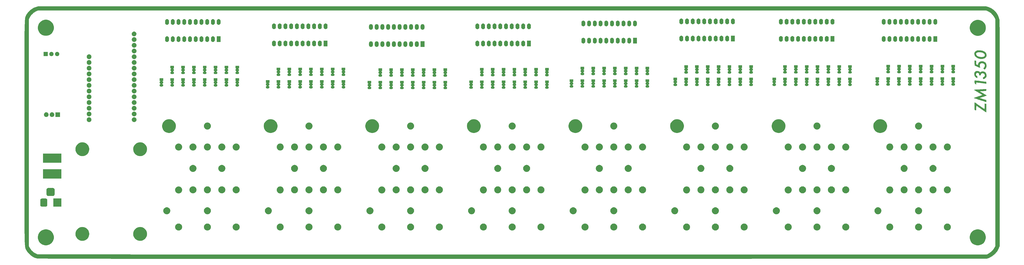
<source format=gbr>
G04 #@! TF.GenerationSoftware,KiCad,Pcbnew,(5.0.2)-1*
G04 #@! TF.CreationDate,2020-02-01T17:43:23-05:00*
G04 #@! TF.ProjectId,ZM1350-display,5a4d3133-3530-42d6-9469-73706c61792e,rev?*
G04 #@! TF.SameCoordinates,Original*
G04 #@! TF.FileFunction,Soldermask,Top*
G04 #@! TF.FilePolarity,Negative*
%FSLAX46Y46*%
G04 Gerber Fmt 4.6, Leading zero omitted, Abs format (unit mm)*
G04 Created by KiCad (PCBNEW (5.0.2)-1) date 2/1/2020 5:43:23 PM*
%MOMM*%
%LPD*%
G01*
G04 APERTURE LIST*
%ADD10C,0.010000*%
%ADD11C,0.100000*%
G04 APERTURE END LIST*
D10*
G04 #@! TO.C,G3*
G36*
X467300447Y-87981614D02*
X468515065Y-88505118D01*
X469666278Y-89277004D01*
X470489384Y-90054464D01*
X470970220Y-90718212D01*
X471442091Y-91581900D01*
X471841441Y-92513504D01*
X472104713Y-93381000D01*
X472115783Y-93432901D01*
X472135100Y-93671366D01*
X472152966Y-94194639D01*
X472169387Y-95005745D01*
X472184372Y-96107707D01*
X472197929Y-97503549D01*
X472210065Y-99196296D01*
X472220789Y-101188970D01*
X472230107Y-103484595D01*
X472238029Y-106086195D01*
X472244561Y-108996795D01*
X472249713Y-112219417D01*
X472253490Y-115757085D01*
X472255902Y-119612824D01*
X472256956Y-123789656D01*
X472256661Y-128290606D01*
X472255023Y-133118697D01*
X472252051Y-138276953D01*
X472247752Y-143768399D01*
X472247407Y-144159728D01*
X472203080Y-194034562D01*
X471812387Y-195002131D01*
X471101646Y-196330325D01*
X470124520Y-197511441D01*
X468938999Y-198487635D01*
X467603071Y-199201062D01*
X467602911Y-199201127D01*
X466652087Y-199585556D01*
X256639504Y-199616711D01*
X246368393Y-199618196D01*
X236428460Y-199619553D01*
X226814458Y-199620774D01*
X217521140Y-199621856D01*
X208543262Y-199622794D01*
X199875575Y-199623581D01*
X191512835Y-199624213D01*
X183449794Y-199624685D01*
X175681207Y-199624991D01*
X168201827Y-199625127D01*
X161006407Y-199625088D01*
X154089702Y-199624867D01*
X147446465Y-199624461D01*
X141071450Y-199623863D01*
X134959411Y-199623069D01*
X129105101Y-199622074D01*
X123503274Y-199620872D01*
X118148683Y-199619459D01*
X113036083Y-199617829D01*
X108160227Y-199615976D01*
X103515868Y-199613897D01*
X99097761Y-199611585D01*
X94900660Y-199609036D01*
X90919317Y-199606245D01*
X87148486Y-199603206D01*
X83582922Y-199599914D01*
X80217377Y-199596363D01*
X77046607Y-199592550D01*
X74065363Y-199588469D01*
X71268401Y-199584114D01*
X68650473Y-199579481D01*
X66206334Y-199574563D01*
X63930737Y-199569357D01*
X61818435Y-199563857D01*
X59864183Y-199558058D01*
X58062734Y-199551955D01*
X56408842Y-199545542D01*
X54897261Y-199538815D01*
X53522744Y-199531768D01*
X52280045Y-199524396D01*
X51163917Y-199516694D01*
X50169115Y-199508657D01*
X49290392Y-199500279D01*
X48522502Y-199491557D01*
X47860198Y-199482483D01*
X47298234Y-199473054D01*
X46831365Y-199463264D01*
X46454342Y-199453108D01*
X46161921Y-199442581D01*
X45948855Y-199431678D01*
X45809897Y-199420393D01*
X45743922Y-199409923D01*
X45069656Y-199193760D01*
X44393332Y-198924490D01*
X44153510Y-198811084D01*
X43524549Y-198399353D01*
X42815098Y-197795681D01*
X42119757Y-197094582D01*
X41533123Y-196390573D01*
X41180227Y-195840369D01*
X41096894Y-195684464D01*
X41019098Y-195546878D01*
X40946650Y-195416114D01*
X40879360Y-195280673D01*
X40817039Y-195129059D01*
X40759496Y-194949772D01*
X40706541Y-194731316D01*
X40657986Y-194462192D01*
X40613639Y-194130902D01*
X40573312Y-193725949D01*
X40536815Y-193235834D01*
X40503958Y-192649061D01*
X40474551Y-191954129D01*
X40448404Y-191139543D01*
X40425328Y-190193804D01*
X40405133Y-189105415D01*
X40387629Y-187862876D01*
X40372626Y-186454691D01*
X40359935Y-184869362D01*
X40349366Y-183095390D01*
X40340729Y-181121278D01*
X40333835Y-178935528D01*
X40328493Y-176526642D01*
X40324514Y-173883122D01*
X40321707Y-170993470D01*
X40319885Y-167846189D01*
X40318856Y-164429780D01*
X40318431Y-160732746D01*
X40318419Y-156743589D01*
X40318632Y-152450810D01*
X40318880Y-147842913D01*
X40318975Y-143655092D01*
X40318826Y-138767158D01*
X40318511Y-134204153D01*
X40318233Y-129954579D01*
X40318195Y-126006942D01*
X40318597Y-122349746D01*
X40319642Y-118971495D01*
X40321532Y-115860692D01*
X40324469Y-113005844D01*
X40328655Y-110395452D01*
X40334292Y-108018023D01*
X40341582Y-105862061D01*
X40350727Y-103916068D01*
X40361928Y-102168551D01*
X40375388Y-100608012D01*
X40391309Y-99222957D01*
X40409892Y-98001889D01*
X40431340Y-96933313D01*
X40455855Y-96005733D01*
X40483638Y-95207653D01*
X40514892Y-94527578D01*
X40549819Y-93954012D01*
X40588620Y-93475459D01*
X40610310Y-93275622D01*
X42253412Y-93275622D01*
X42253412Y-194034562D01*
X42649723Y-194791516D01*
X43404385Y-195900689D01*
X44379177Y-196810760D01*
X45510721Y-197468034D01*
X46038180Y-197662169D01*
X46222228Y-197667289D01*
X46736312Y-197672316D01*
X47574040Y-197677246D01*
X48729025Y-197682077D01*
X50194876Y-197686806D01*
X51965204Y-197691429D01*
X54033621Y-197695943D01*
X56393736Y-197700346D01*
X59039161Y-197704634D01*
X61963507Y-197708805D01*
X65160383Y-197712855D01*
X68623401Y-197716781D01*
X72346171Y-197720580D01*
X76322304Y-197724249D01*
X80545411Y-197727785D01*
X85009103Y-197731185D01*
X89706990Y-197734446D01*
X94632683Y-197737565D01*
X99779792Y-197740538D01*
X105141929Y-197743363D01*
X110712704Y-197746037D01*
X116485728Y-197748557D01*
X122454611Y-197750919D01*
X128612965Y-197753120D01*
X134954399Y-197755158D01*
X141472525Y-197757029D01*
X148160953Y-197758730D01*
X155013295Y-197760259D01*
X162023160Y-197761612D01*
X169184160Y-197762786D01*
X176489905Y-197763778D01*
X183934006Y-197764585D01*
X191510074Y-197765203D01*
X199211719Y-197765631D01*
X207032552Y-197765865D01*
X214966183Y-197765901D01*
X223006225Y-197765737D01*
X231146286Y-197765370D01*
X239379978Y-197764796D01*
X247700912Y-197764013D01*
X256102699Y-197763017D01*
X256555398Y-197762958D01*
X466652087Y-197735224D01*
X467493147Y-197287175D01*
X468570035Y-196536220D01*
X469480575Y-195547708D01*
X469956438Y-194791516D01*
X470352749Y-194034562D01*
X470352749Y-93275622D01*
X469963756Y-92485888D01*
X469309133Y-91487269D01*
X468417736Y-90598537D01*
X467388947Y-89916147D01*
X467240829Y-89843144D01*
X466315663Y-89406748D01*
X46290498Y-89406748D01*
X45365332Y-89843144D01*
X44325323Y-90489255D01*
X43408906Y-91355101D01*
X42715463Y-92344228D01*
X42642405Y-92485888D01*
X42253412Y-93275622D01*
X40610310Y-93275622D01*
X40631497Y-93080423D01*
X40678653Y-92757408D01*
X40730289Y-92494920D01*
X40786607Y-92281462D01*
X40847810Y-92105538D01*
X40914099Y-91955653D01*
X40985677Y-91820310D01*
X41062744Y-91688015D01*
X41145504Y-91547271D01*
X41234158Y-91386583D01*
X41237394Y-91380411D01*
X42066692Y-90145965D01*
X43135540Y-89118174D01*
X44393002Y-88339593D01*
X45305714Y-87981614D01*
X46410041Y-87640522D01*
X466196120Y-87640522D01*
X467300447Y-87981614D01*
X467300447Y-87981614D01*
G37*
X467300447Y-87981614D02*
X468515065Y-88505118D01*
X469666278Y-89277004D01*
X470489384Y-90054464D01*
X470970220Y-90718212D01*
X471442091Y-91581900D01*
X471841441Y-92513504D01*
X472104713Y-93381000D01*
X472115783Y-93432901D01*
X472135100Y-93671366D01*
X472152966Y-94194639D01*
X472169387Y-95005745D01*
X472184372Y-96107707D01*
X472197929Y-97503549D01*
X472210065Y-99196296D01*
X472220789Y-101188970D01*
X472230107Y-103484595D01*
X472238029Y-106086195D01*
X472244561Y-108996795D01*
X472249713Y-112219417D01*
X472253490Y-115757085D01*
X472255902Y-119612824D01*
X472256956Y-123789656D01*
X472256661Y-128290606D01*
X472255023Y-133118697D01*
X472252051Y-138276953D01*
X472247752Y-143768399D01*
X472247407Y-144159728D01*
X472203080Y-194034562D01*
X471812387Y-195002131D01*
X471101646Y-196330325D01*
X470124520Y-197511441D01*
X468938999Y-198487635D01*
X467603071Y-199201062D01*
X467602911Y-199201127D01*
X466652087Y-199585556D01*
X256639504Y-199616711D01*
X246368393Y-199618196D01*
X236428460Y-199619553D01*
X226814458Y-199620774D01*
X217521140Y-199621856D01*
X208543262Y-199622794D01*
X199875575Y-199623581D01*
X191512835Y-199624213D01*
X183449794Y-199624685D01*
X175681207Y-199624991D01*
X168201827Y-199625127D01*
X161006407Y-199625088D01*
X154089702Y-199624867D01*
X147446465Y-199624461D01*
X141071450Y-199623863D01*
X134959411Y-199623069D01*
X129105101Y-199622074D01*
X123503274Y-199620872D01*
X118148683Y-199619459D01*
X113036083Y-199617829D01*
X108160227Y-199615976D01*
X103515868Y-199613897D01*
X99097761Y-199611585D01*
X94900660Y-199609036D01*
X90919317Y-199606245D01*
X87148486Y-199603206D01*
X83582922Y-199599914D01*
X80217377Y-199596363D01*
X77046607Y-199592550D01*
X74065363Y-199588469D01*
X71268401Y-199584114D01*
X68650473Y-199579481D01*
X66206334Y-199574563D01*
X63930737Y-199569357D01*
X61818435Y-199563857D01*
X59864183Y-199558058D01*
X58062734Y-199551955D01*
X56408842Y-199545542D01*
X54897261Y-199538815D01*
X53522744Y-199531768D01*
X52280045Y-199524396D01*
X51163917Y-199516694D01*
X50169115Y-199508657D01*
X49290392Y-199500279D01*
X48522502Y-199491557D01*
X47860198Y-199482483D01*
X47298234Y-199473054D01*
X46831365Y-199463264D01*
X46454342Y-199453108D01*
X46161921Y-199442581D01*
X45948855Y-199431678D01*
X45809897Y-199420393D01*
X45743922Y-199409923D01*
X45069656Y-199193760D01*
X44393332Y-198924490D01*
X44153510Y-198811084D01*
X43524549Y-198399353D01*
X42815098Y-197795681D01*
X42119757Y-197094582D01*
X41533123Y-196390573D01*
X41180227Y-195840369D01*
X41096894Y-195684464D01*
X41019098Y-195546878D01*
X40946650Y-195416114D01*
X40879360Y-195280673D01*
X40817039Y-195129059D01*
X40759496Y-194949772D01*
X40706541Y-194731316D01*
X40657986Y-194462192D01*
X40613639Y-194130902D01*
X40573312Y-193725949D01*
X40536815Y-193235834D01*
X40503958Y-192649061D01*
X40474551Y-191954129D01*
X40448404Y-191139543D01*
X40425328Y-190193804D01*
X40405133Y-189105415D01*
X40387629Y-187862876D01*
X40372626Y-186454691D01*
X40359935Y-184869362D01*
X40349366Y-183095390D01*
X40340729Y-181121278D01*
X40333835Y-178935528D01*
X40328493Y-176526642D01*
X40324514Y-173883122D01*
X40321707Y-170993470D01*
X40319885Y-167846189D01*
X40318856Y-164429780D01*
X40318431Y-160732746D01*
X40318419Y-156743589D01*
X40318632Y-152450810D01*
X40318880Y-147842913D01*
X40318975Y-143655092D01*
X40318826Y-138767158D01*
X40318511Y-134204153D01*
X40318233Y-129954579D01*
X40318195Y-126006942D01*
X40318597Y-122349746D01*
X40319642Y-118971495D01*
X40321532Y-115860692D01*
X40324469Y-113005844D01*
X40328655Y-110395452D01*
X40334292Y-108018023D01*
X40341582Y-105862061D01*
X40350727Y-103916068D01*
X40361928Y-102168551D01*
X40375388Y-100608012D01*
X40391309Y-99222957D01*
X40409892Y-98001889D01*
X40431340Y-96933313D01*
X40455855Y-96005733D01*
X40483638Y-95207653D01*
X40514892Y-94527578D01*
X40549819Y-93954012D01*
X40588620Y-93475459D01*
X40610310Y-93275622D01*
X42253412Y-93275622D01*
X42253412Y-194034562D01*
X42649723Y-194791516D01*
X43404385Y-195900689D01*
X44379177Y-196810760D01*
X45510721Y-197468034D01*
X46038180Y-197662169D01*
X46222228Y-197667289D01*
X46736312Y-197672316D01*
X47574040Y-197677246D01*
X48729025Y-197682077D01*
X50194876Y-197686806D01*
X51965204Y-197691429D01*
X54033621Y-197695943D01*
X56393736Y-197700346D01*
X59039161Y-197704634D01*
X61963507Y-197708805D01*
X65160383Y-197712855D01*
X68623401Y-197716781D01*
X72346171Y-197720580D01*
X76322304Y-197724249D01*
X80545411Y-197727785D01*
X85009103Y-197731185D01*
X89706990Y-197734446D01*
X94632683Y-197737565D01*
X99779792Y-197740538D01*
X105141929Y-197743363D01*
X110712704Y-197746037D01*
X116485728Y-197748557D01*
X122454611Y-197750919D01*
X128612965Y-197753120D01*
X134954399Y-197755158D01*
X141472525Y-197757029D01*
X148160953Y-197758730D01*
X155013295Y-197760259D01*
X162023160Y-197761612D01*
X169184160Y-197762786D01*
X176489905Y-197763778D01*
X183934006Y-197764585D01*
X191510074Y-197765203D01*
X199211719Y-197765631D01*
X207032552Y-197765865D01*
X214966183Y-197765901D01*
X223006225Y-197765737D01*
X231146286Y-197765370D01*
X239379978Y-197764796D01*
X247700912Y-197764013D01*
X256102699Y-197763017D01*
X256555398Y-197762958D01*
X466652087Y-197735224D01*
X467493147Y-197287175D01*
X468570035Y-196536220D01*
X469480575Y-195547708D01*
X469956438Y-194791516D01*
X470352749Y-194034562D01*
X470352749Y-93275622D01*
X469963756Y-92485888D01*
X469309133Y-91487269D01*
X468417736Y-90598537D01*
X467388947Y-89916147D01*
X467240829Y-89843144D01*
X466315663Y-89406748D01*
X46290498Y-89406748D01*
X45365332Y-89843144D01*
X44325323Y-90489255D01*
X43408906Y-91355101D01*
X42715463Y-92344228D01*
X42642405Y-92485888D01*
X42253412Y-93275622D01*
X40610310Y-93275622D01*
X40631497Y-93080423D01*
X40678653Y-92757408D01*
X40730289Y-92494920D01*
X40786607Y-92281462D01*
X40847810Y-92105538D01*
X40914099Y-91955653D01*
X40985677Y-91820310D01*
X41062744Y-91688015D01*
X41145504Y-91547271D01*
X41234158Y-91386583D01*
X41237394Y-91380411D01*
X42066692Y-90145965D01*
X43135540Y-89118174D01*
X44393002Y-88339593D01*
X45305714Y-87981614D01*
X46410041Y-87640522D01*
X466196120Y-87640522D01*
X467300447Y-87981614D01*
G04 #@! TO.C,ZM1*
G36*
X461165106Y-120725959D02*
X461220788Y-120534079D01*
X461274160Y-120503304D01*
X461407249Y-120515847D01*
X461712164Y-120550713D01*
X462159187Y-120604308D01*
X462718602Y-120673037D01*
X463360694Y-120753307D01*
X463788760Y-120807480D01*
X464463704Y-120892924D01*
X465071106Y-120969115D01*
X465582053Y-121032486D01*
X465967636Y-121079467D01*
X466198942Y-121106488D01*
X466252560Y-121111657D01*
X466301145Y-121202023D01*
X466327304Y-121425854D01*
X466328760Y-121501538D01*
X466328760Y-121890796D01*
X465185760Y-121752455D01*
X464568159Y-121677707D01*
X463875826Y-121593918D01*
X463220536Y-121514614D01*
X462955402Y-121482528D01*
X461868045Y-121350941D01*
X461837802Y-121788281D01*
X461807560Y-122225622D01*
X461477360Y-121966387D01*
X461290592Y-121802428D01*
X461191724Y-121639254D01*
X461153155Y-121404850D01*
X461147160Y-121104917D01*
X461165106Y-120725959D01*
X461165106Y-120725959D01*
G37*
X461165106Y-120725959D02*
X461220788Y-120534079D01*
X461274160Y-120503304D01*
X461407249Y-120515847D01*
X461712164Y-120550713D01*
X462159187Y-120604308D01*
X462718602Y-120673037D01*
X463360694Y-120753307D01*
X463788760Y-120807480D01*
X464463704Y-120892924D01*
X465071106Y-120969115D01*
X465582053Y-121032486D01*
X465967636Y-121079467D01*
X466198942Y-121106488D01*
X466252560Y-121111657D01*
X466301145Y-121202023D01*
X466327304Y-121425854D01*
X466328760Y-121501538D01*
X466328760Y-121890796D01*
X465185760Y-121752455D01*
X464568159Y-121677707D01*
X463875826Y-121593918D01*
X463220536Y-121514614D01*
X462955402Y-121482528D01*
X461868045Y-121350941D01*
X461837802Y-121788281D01*
X461807560Y-122225622D01*
X461477360Y-121966387D01*
X461290592Y-121802428D01*
X461191724Y-121639254D01*
X461153155Y-121404850D01*
X461147160Y-121104917D01*
X461165106Y-120725959D01*
G36*
X461150239Y-131365017D02*
X461158759Y-130887961D01*
X461171642Y-130523269D01*
X461187809Y-130304544D01*
X461200558Y-130256280D01*
X461294738Y-130312486D01*
X461531729Y-130470611D01*
X461888674Y-130714915D01*
X462342714Y-131029661D01*
X462870990Y-131399109D01*
X463340203Y-131729480D01*
X463914483Y-132132426D01*
X464435866Y-132493336D01*
X464880936Y-132796402D01*
X465226280Y-133025813D01*
X465448482Y-133165760D01*
X465522004Y-133202680D01*
X465560614Y-133107044D01*
X465591290Y-132843861D01*
X465611196Y-132448720D01*
X465617560Y-132003882D01*
X465617560Y-130805083D01*
X465973160Y-130846598D01*
X466328760Y-130888112D01*
X466328760Y-132756596D01*
X466326275Y-133347468D01*
X466319365Y-133861467D01*
X466308850Y-134266876D01*
X466295548Y-134531976D01*
X466280551Y-134625080D01*
X466187782Y-134568956D01*
X465952008Y-134411052D01*
X465596018Y-134167072D01*
X465142603Y-133852720D01*
X464614553Y-133483701D01*
X464142629Y-133151880D01*
X463567608Y-132749125D01*
X463045400Y-132388356D01*
X462599441Y-132085358D01*
X462253165Y-131855918D01*
X462030009Y-131715824D01*
X461955637Y-131678680D01*
X461913076Y-131773893D01*
X461880526Y-132034176D01*
X461861630Y-132421504D01*
X461858360Y-132694680D01*
X461855125Y-133172045D01*
X461834746Y-133477794D01*
X461781214Y-133643509D01*
X461678519Y-133700770D01*
X461510649Y-133681159D01*
X461375760Y-133646643D01*
X461291197Y-133617624D01*
X461230574Y-133562973D01*
X461189908Y-133452624D01*
X461165216Y-133256512D01*
X461152516Y-132944571D01*
X461147825Y-132486735D01*
X461147160Y-131920831D01*
X461150239Y-131365017D01*
X461150239Y-131365017D01*
G37*
X461150239Y-131365017D02*
X461158759Y-130887961D01*
X461171642Y-130523269D01*
X461187809Y-130304544D01*
X461200558Y-130256280D01*
X461294738Y-130312486D01*
X461531729Y-130470611D01*
X461888674Y-130714915D01*
X462342714Y-131029661D01*
X462870990Y-131399109D01*
X463340203Y-131729480D01*
X463914483Y-132132426D01*
X464435866Y-132493336D01*
X464880936Y-132796402D01*
X465226280Y-133025813D01*
X465448482Y-133165760D01*
X465522004Y-133202680D01*
X465560614Y-133107044D01*
X465591290Y-132843861D01*
X465611196Y-132448720D01*
X465617560Y-132003882D01*
X465617560Y-130805083D01*
X465973160Y-130846598D01*
X466328760Y-130888112D01*
X466328760Y-132756596D01*
X466326275Y-133347468D01*
X466319365Y-133861467D01*
X466308850Y-134266876D01*
X466295548Y-134531976D01*
X466280551Y-134625080D01*
X466187782Y-134568956D01*
X465952008Y-134411052D01*
X465596018Y-134167072D01*
X465142603Y-133852720D01*
X464614553Y-133483701D01*
X464142629Y-133151880D01*
X463567608Y-132749125D01*
X463045400Y-132388356D01*
X462599441Y-132085358D01*
X462253165Y-131855918D01*
X462030009Y-131715824D01*
X461955637Y-131678680D01*
X461913076Y-131773893D01*
X461880526Y-132034176D01*
X461861630Y-132421504D01*
X461858360Y-132694680D01*
X461855125Y-133172045D01*
X461834746Y-133477794D01*
X461781214Y-133643509D01*
X461678519Y-133700770D01*
X461510649Y-133681159D01*
X461375760Y-133646643D01*
X461291197Y-133617624D01*
X461230574Y-133562973D01*
X461189908Y-133452624D01*
X461165216Y-133256512D01*
X461152516Y-132944571D01*
X461147825Y-132486735D01*
X461147160Y-131920831D01*
X461150239Y-131365017D01*
G36*
X461147914Y-108185081D02*
X461411588Y-107761226D01*
X461844352Y-107413574D01*
X461868464Y-107399852D01*
X462365561Y-107218308D01*
X462979839Y-107141003D01*
X463657669Y-107162104D01*
X464345426Y-107275781D01*
X464989482Y-107476202D01*
X465536209Y-107757537D01*
X465606416Y-107806288D01*
X466026769Y-108216690D01*
X466300454Y-108709999D01*
X466414570Y-109242901D01*
X466356219Y-109772083D01*
X466263262Y-110011848D01*
X465974035Y-110379848D01*
X465537585Y-110653431D01*
X464988428Y-110829071D01*
X464492406Y-110887713D01*
X464492406Y-110126942D01*
X464856835Y-110095145D01*
X465269828Y-109941737D01*
X465556556Y-109684473D01*
X465700347Y-109362951D01*
X465684525Y-109016770D01*
X465492417Y-108685531D01*
X465463196Y-108655081D01*
X464971809Y-108302319D01*
X464322332Y-108062769D01*
X463528622Y-107941361D01*
X463441482Y-107935887D01*
X462977534Y-107921591D01*
X462651347Y-107944914D01*
X462399729Y-108013344D01*
X462265849Y-108075195D01*
X461933814Y-108331363D01*
X461778368Y-108640153D01*
X461789285Y-108974244D01*
X461956341Y-109306311D01*
X462269310Y-109609034D01*
X462717969Y-109855089D01*
X462964008Y-109940813D01*
X463441720Y-110045937D01*
X463980487Y-110110369D01*
X464492406Y-110126942D01*
X464492406Y-110887713D01*
X464361080Y-110903240D01*
X463690057Y-110872412D01*
X463009876Y-110733062D01*
X462355053Y-110481663D01*
X462239985Y-110422878D01*
X461712170Y-110057090D01*
X461335459Y-109621144D01*
X461113447Y-109144313D01*
X461049733Y-108655867D01*
X461147914Y-108185081D01*
X461147914Y-108185081D01*
G37*
X461147914Y-108185081D02*
X461411588Y-107761226D01*
X461844352Y-107413574D01*
X461868464Y-107399852D01*
X462365561Y-107218308D01*
X462979839Y-107141003D01*
X463657669Y-107162104D01*
X464345426Y-107275781D01*
X464989482Y-107476202D01*
X465536209Y-107757537D01*
X465606416Y-107806288D01*
X466026769Y-108216690D01*
X466300454Y-108709999D01*
X466414570Y-109242901D01*
X466356219Y-109772083D01*
X466263262Y-110011848D01*
X465974035Y-110379848D01*
X465537585Y-110653431D01*
X464988428Y-110829071D01*
X464492406Y-110887713D01*
X464492406Y-110126942D01*
X464856835Y-110095145D01*
X465269828Y-109941737D01*
X465556556Y-109684473D01*
X465700347Y-109362951D01*
X465684525Y-109016770D01*
X465492417Y-108685531D01*
X465463196Y-108655081D01*
X464971809Y-108302319D01*
X464322332Y-108062769D01*
X463528622Y-107941361D01*
X463441482Y-107935887D01*
X462977534Y-107921591D01*
X462651347Y-107944914D01*
X462399729Y-108013344D01*
X462265849Y-108075195D01*
X461933814Y-108331363D01*
X461778368Y-108640153D01*
X461789285Y-108974244D01*
X461956341Y-109306311D01*
X462269310Y-109609034D01*
X462717969Y-109855089D01*
X462964008Y-109940813D01*
X463441720Y-110045937D01*
X463980487Y-110110369D01*
X464492406Y-110126942D01*
X464492406Y-110887713D01*
X464361080Y-110903240D01*
X463690057Y-110872412D01*
X463009876Y-110733062D01*
X462355053Y-110481663D01*
X462239985Y-110422878D01*
X461712170Y-110057090D01*
X461335459Y-109621144D01*
X461113447Y-109144313D01*
X461049733Y-108655867D01*
X461147914Y-108185081D01*
G36*
X461163208Y-111938387D02*
X461185292Y-111763742D01*
X461229662Y-111695247D01*
X461300547Y-111700628D01*
X461304308Y-111702044D01*
X461551054Y-111757466D01*
X461663469Y-111765080D01*
X461760830Y-111784182D01*
X461819167Y-111868578D01*
X461848240Y-112058902D01*
X461857807Y-112395789D01*
X461858359Y-112576517D01*
X461858359Y-113387954D01*
X462226367Y-113541717D01*
X462466954Y-113639418D01*
X462610478Y-113692363D01*
X462623837Y-113695480D01*
X462657074Y-113606010D01*
X462705401Y-113381419D01*
X462724287Y-113275304D01*
X462895611Y-112809795D01*
X463213530Y-112412220D01*
X463627943Y-112136915D01*
X463839560Y-112065737D01*
X464425270Y-112010602D01*
X465009900Y-112099198D01*
X465541356Y-112313566D01*
X465967543Y-112635745D01*
X466142788Y-112859757D01*
X466321030Y-113300608D01*
X466401830Y-113836135D01*
X466380770Y-114380360D01*
X466253436Y-114847304D01*
X466245727Y-114863880D01*
X466071610Y-115168305D01*
X465878268Y-115420945D01*
X465831253Y-115467316D01*
X465680300Y-115587699D01*
X465567738Y-115592705D01*
X465417561Y-115470026D01*
X465334304Y-115386849D01*
X465058760Y-115109346D01*
X465275468Y-114935813D01*
X465573942Y-114582034D01*
X465714699Y-114160148D01*
X465700006Y-113721056D01*
X465532129Y-113315658D01*
X465213337Y-112994852D01*
X465188292Y-112978671D01*
X464816546Y-112835887D01*
X464388465Y-112803756D01*
X463981515Y-112878116D01*
X463673164Y-113054803D01*
X463667484Y-113060401D01*
X463491708Y-113359786D01*
X463409007Y-113768260D01*
X463427128Y-114210495D01*
X463516303Y-114530578D01*
X463583575Y-114686250D01*
X463618748Y-114790635D01*
X463597269Y-114839279D01*
X463494588Y-114827731D01*
X463286151Y-114751537D01*
X462947408Y-114606245D01*
X462453807Y-114387403D01*
X462264760Y-114303600D01*
X461197960Y-113831443D01*
X461168998Y-112735225D01*
X461159186Y-112251457D01*
X461163208Y-111938387D01*
X461163208Y-111938387D01*
G37*
X461163208Y-111938387D02*
X461185292Y-111763742D01*
X461229662Y-111695247D01*
X461300547Y-111700628D01*
X461304308Y-111702044D01*
X461551054Y-111757466D01*
X461663469Y-111765080D01*
X461760830Y-111784182D01*
X461819167Y-111868578D01*
X461848240Y-112058902D01*
X461857807Y-112395789D01*
X461858359Y-112576517D01*
X461858359Y-113387954D01*
X462226367Y-113541717D01*
X462466954Y-113639418D01*
X462610478Y-113692363D01*
X462623837Y-113695480D01*
X462657074Y-113606010D01*
X462705401Y-113381419D01*
X462724287Y-113275304D01*
X462895611Y-112809795D01*
X463213530Y-112412220D01*
X463627943Y-112136915D01*
X463839560Y-112065737D01*
X464425270Y-112010602D01*
X465009900Y-112099198D01*
X465541356Y-112313566D01*
X465967543Y-112635745D01*
X466142788Y-112859757D01*
X466321030Y-113300608D01*
X466401830Y-113836135D01*
X466380770Y-114380360D01*
X466253436Y-114847304D01*
X466245727Y-114863880D01*
X466071610Y-115168305D01*
X465878268Y-115420945D01*
X465831253Y-115467316D01*
X465680300Y-115587699D01*
X465567738Y-115592705D01*
X465417561Y-115470026D01*
X465334304Y-115386849D01*
X465058760Y-115109346D01*
X465275468Y-114935813D01*
X465573942Y-114582034D01*
X465714699Y-114160148D01*
X465700006Y-113721056D01*
X465532129Y-113315658D01*
X465213337Y-112994852D01*
X465188292Y-112978671D01*
X464816546Y-112835887D01*
X464388465Y-112803756D01*
X463981515Y-112878116D01*
X463673164Y-113054803D01*
X463667484Y-113060401D01*
X463491708Y-113359786D01*
X463409007Y-113768260D01*
X463427128Y-114210495D01*
X463516303Y-114530578D01*
X463583575Y-114686250D01*
X463618748Y-114790635D01*
X463597269Y-114839279D01*
X463494588Y-114827731D01*
X463286151Y-114751537D01*
X462947408Y-114606245D01*
X462453807Y-114387403D01*
X462264760Y-114303600D01*
X461197960Y-113831443D01*
X461168998Y-112735225D01*
X461159186Y-112251457D01*
X461163208Y-111938387D01*
G36*
X461054946Y-117307013D02*
X461100084Y-117068150D01*
X461207732Y-116880814D01*
X461390999Y-116682521D01*
X461631393Y-116470010D01*
X461855999Y-116367985D01*
X462161783Y-116337886D01*
X462259645Y-116337080D01*
X462748788Y-116389663D01*
X463155059Y-116534007D01*
X463426953Y-116750008D01*
X463465004Y-116807601D01*
X463542942Y-116900623D01*
X463654732Y-116885336D01*
X463858531Y-116751200D01*
X463885453Y-116731403D01*
X464273762Y-116555189D01*
X464752911Y-116496132D01*
X465247008Y-116555244D01*
X465637796Y-116708037D01*
X465994395Y-117021387D01*
X466251706Y-117463083D01*
X466395286Y-117976833D01*
X466410698Y-118506344D01*
X466283500Y-118995326D01*
X466244709Y-119074015D01*
X465990345Y-119390887D01*
X465635956Y-119643273D01*
X465260218Y-119780237D01*
X465136545Y-119791480D01*
X464979893Y-119759977D01*
X464915992Y-119626840D01*
X464906360Y-119435880D01*
X464937774Y-119175949D01*
X465040472Y-119081865D01*
X465063378Y-119080280D01*
X465305905Y-118989988D01*
X465526952Y-118760989D01*
X465678996Y-118456099D01*
X465719160Y-118213483D01*
X465637036Y-117838139D01*
X465421184Y-117537680D01*
X465117387Y-117331747D01*
X464771423Y-117239983D01*
X464429074Y-117282031D01*
X464136120Y-117477533D01*
X464100934Y-117519182D01*
X463953634Y-117760845D01*
X463890403Y-117972482D01*
X463890360Y-117976382D01*
X463844530Y-118108356D01*
X463673513Y-118160956D01*
X463534760Y-118165880D01*
X463296373Y-118150000D01*
X463198605Y-118061697D01*
X463179193Y-117839982D01*
X463179160Y-117817538D01*
X463093436Y-117454051D01*
X462868966Y-117194625D01*
X462554800Y-117068213D01*
X462199985Y-117103766D01*
X462069941Y-117162801D01*
X461813389Y-117407214D01*
X461703184Y-117728789D01*
X461736278Y-118066949D01*
X461909626Y-118361118D01*
X462138210Y-118520173D01*
X462298650Y-118642445D01*
X462361290Y-118862011D01*
X462366360Y-119002773D01*
X462353466Y-119248336D01*
X462321488Y-119378699D01*
X462311512Y-119385080D01*
X462195601Y-119342828D01*
X461967129Y-119236231D01*
X461850326Y-119177782D01*
X461444174Y-118894828D01*
X461187778Y-118521124D01*
X461063885Y-118024395D01*
X461045939Y-117673121D01*
X461054946Y-117307013D01*
X461054946Y-117307013D01*
G37*
X461054946Y-117307013D02*
X461100084Y-117068150D01*
X461207732Y-116880814D01*
X461390999Y-116682521D01*
X461631393Y-116470010D01*
X461855999Y-116367985D01*
X462161783Y-116337886D01*
X462259645Y-116337080D01*
X462748788Y-116389663D01*
X463155059Y-116534007D01*
X463426953Y-116750008D01*
X463465004Y-116807601D01*
X463542942Y-116900623D01*
X463654732Y-116885336D01*
X463858531Y-116751200D01*
X463885453Y-116731403D01*
X464273762Y-116555189D01*
X464752911Y-116496132D01*
X465247008Y-116555244D01*
X465637796Y-116708037D01*
X465994395Y-117021387D01*
X466251706Y-117463083D01*
X466395286Y-117976833D01*
X466410698Y-118506344D01*
X466283500Y-118995326D01*
X466244709Y-119074015D01*
X465990345Y-119390887D01*
X465635956Y-119643273D01*
X465260218Y-119780237D01*
X465136545Y-119791480D01*
X464979893Y-119759977D01*
X464915992Y-119626840D01*
X464906360Y-119435880D01*
X464937774Y-119175949D01*
X465040472Y-119081865D01*
X465063378Y-119080280D01*
X465305905Y-118989988D01*
X465526952Y-118760989D01*
X465678996Y-118456099D01*
X465719160Y-118213483D01*
X465637036Y-117838139D01*
X465421184Y-117537680D01*
X465117387Y-117331747D01*
X464771423Y-117239983D01*
X464429074Y-117282031D01*
X464136120Y-117477533D01*
X464100934Y-117519182D01*
X463953634Y-117760845D01*
X463890403Y-117972482D01*
X463890360Y-117976382D01*
X463844530Y-118108356D01*
X463673513Y-118160956D01*
X463534760Y-118165880D01*
X463296373Y-118150000D01*
X463198605Y-118061697D01*
X463179193Y-117839982D01*
X463179160Y-117817538D01*
X463093436Y-117454051D01*
X462868966Y-117194625D01*
X462554800Y-117068213D01*
X462199985Y-117103766D01*
X462069941Y-117162801D01*
X461813389Y-117407214D01*
X461703184Y-117728789D01*
X461736278Y-118066949D01*
X461909626Y-118361118D01*
X462138210Y-118520173D01*
X462298650Y-118642445D01*
X462361290Y-118862011D01*
X462366360Y-119002773D01*
X462353466Y-119248336D01*
X462321488Y-119378699D01*
X462311512Y-119385080D01*
X462195601Y-119342828D01*
X461967129Y-119236231D01*
X461850326Y-119177782D01*
X461444174Y-118894828D01*
X461187778Y-118521124D01*
X461063885Y-118024395D01*
X461045939Y-117673121D01*
X461054946Y-117307013D01*
G36*
X460939500Y-128233892D02*
X461185611Y-128141149D01*
X461568975Y-128006198D01*
X462061448Y-127838895D01*
X462634890Y-127649099D01*
X462774557Y-127603534D01*
X463440423Y-127384582D01*
X463932709Y-127216091D01*
X464272179Y-127089189D01*
X464479598Y-126995005D01*
X464575729Y-126924668D01*
X464581338Y-126869308D01*
X464554700Y-126842998D01*
X464415845Y-126754624D01*
X464131125Y-126583075D01*
X463730918Y-126346315D01*
X463245603Y-126062307D01*
X462705558Y-125749013D01*
X462663515Y-125724732D01*
X462134194Y-125415865D01*
X461670923Y-125139292D01*
X461300497Y-124911527D01*
X461049714Y-124749085D01*
X460945371Y-124668482D01*
X460943960Y-124664944D01*
X461039698Y-124637563D01*
X461303714Y-124606181D01*
X461701207Y-124573847D01*
X462197376Y-124543606D01*
X462493360Y-124529253D01*
X463158702Y-124498781D01*
X463870147Y-124464563D01*
X464548623Y-124430495D01*
X465115061Y-124400475D01*
X465185760Y-124396547D01*
X466328760Y-124332512D01*
X466328760Y-124690896D01*
X466307111Y-124938014D01*
X466205295Y-125056948D01*
X466011260Y-125112780D01*
X465765719Y-125142901D01*
X465385050Y-125168396D01*
X464937324Y-125185133D01*
X464766660Y-125188301D01*
X464205351Y-125197561D01*
X463807930Y-125217353D01*
X463576217Y-125260688D01*
X463512033Y-125340581D01*
X463617198Y-125470045D01*
X463893532Y-125662093D01*
X464342856Y-125929739D01*
X464916182Y-126257110D01*
X465425505Y-126551383D01*
X465860856Y-126812032D01*
X466196404Y-127022824D01*
X466406318Y-127167528D01*
X466464767Y-127229909D01*
X466464455Y-127230086D01*
X466343047Y-127274730D01*
X466062758Y-127369158D01*
X465658449Y-127501884D01*
X465164980Y-127661421D01*
X464831808Y-127768038D01*
X464312253Y-127936750D01*
X463871933Y-128085645D01*
X463542257Y-128203617D01*
X463354637Y-128279560D01*
X463323798Y-128301186D01*
X463430059Y-128342710D01*
X463696244Y-128430595D01*
X464087378Y-128553726D01*
X464568482Y-128700989D01*
X464820750Y-128776878D01*
X466277960Y-129212828D01*
X466309854Y-129646316D01*
X466316783Y-129917095D01*
X466275787Y-130026983D01*
X466192043Y-130022358D01*
X466058321Y-129976889D01*
X465758197Y-129878192D01*
X465318768Y-129735069D01*
X464767134Y-129556322D01*
X464130391Y-129350751D01*
X463468558Y-129137738D01*
X462783159Y-128916580D01*
X462163793Y-128715041D01*
X461636059Y-128541587D01*
X461225556Y-128404685D01*
X460957882Y-128312801D01*
X460858782Y-128274569D01*
X460939500Y-128233892D01*
X460939500Y-128233892D01*
G37*
X460939500Y-128233892D02*
X461185611Y-128141149D01*
X461568975Y-128006198D01*
X462061448Y-127838895D01*
X462634890Y-127649099D01*
X462774557Y-127603534D01*
X463440423Y-127384582D01*
X463932709Y-127216091D01*
X464272179Y-127089189D01*
X464479598Y-126995005D01*
X464575729Y-126924668D01*
X464581338Y-126869308D01*
X464554700Y-126842998D01*
X464415845Y-126754624D01*
X464131125Y-126583075D01*
X463730918Y-126346315D01*
X463245603Y-126062307D01*
X462705558Y-125749013D01*
X462663515Y-125724732D01*
X462134194Y-125415865D01*
X461670923Y-125139292D01*
X461300497Y-124911527D01*
X461049714Y-124749085D01*
X460945371Y-124668482D01*
X460943960Y-124664944D01*
X461039698Y-124637563D01*
X461303714Y-124606181D01*
X461701207Y-124573847D01*
X462197376Y-124543606D01*
X462493360Y-124529253D01*
X463158702Y-124498781D01*
X463870147Y-124464563D01*
X464548623Y-124430495D01*
X465115061Y-124400475D01*
X465185760Y-124396547D01*
X466328760Y-124332512D01*
X466328760Y-124690896D01*
X466307111Y-124938014D01*
X466205295Y-125056948D01*
X466011260Y-125112780D01*
X465765719Y-125142901D01*
X465385050Y-125168396D01*
X464937324Y-125185133D01*
X464766660Y-125188301D01*
X464205351Y-125197561D01*
X463807930Y-125217353D01*
X463576217Y-125260688D01*
X463512033Y-125340581D01*
X463617198Y-125470045D01*
X463893532Y-125662093D01*
X464342856Y-125929739D01*
X464916182Y-126257110D01*
X465425505Y-126551383D01*
X465860856Y-126812032D01*
X466196404Y-127022824D01*
X466406318Y-127167528D01*
X466464767Y-127229909D01*
X466464455Y-127230086D01*
X466343047Y-127274730D01*
X466062758Y-127369158D01*
X465658449Y-127501884D01*
X465164980Y-127661421D01*
X464831808Y-127768038D01*
X464312253Y-127936750D01*
X463871933Y-128085645D01*
X463542257Y-128203617D01*
X463354637Y-128279560D01*
X463323798Y-128301186D01*
X463430059Y-128342710D01*
X463696244Y-128430595D01*
X464087378Y-128553726D01*
X464568482Y-128700989D01*
X464820750Y-128776878D01*
X466277960Y-129212828D01*
X466309854Y-129646316D01*
X466316783Y-129917095D01*
X466275787Y-130026983D01*
X466192043Y-130022358D01*
X466058321Y-129976889D01*
X465758197Y-129878192D01*
X465318768Y-129735069D01*
X464767134Y-129556322D01*
X464130391Y-129350751D01*
X463468558Y-129137738D01*
X462783159Y-128916580D01*
X462163793Y-128715041D01*
X461636059Y-128541587D01*
X461225556Y-128404685D01*
X460957882Y-128312801D01*
X460858782Y-128274569D01*
X460939500Y-128233892D01*
D11*
G36*
X463625786Y-186734462D02*
X463625788Y-186734463D01*
X463625789Y-186734463D01*
X464272029Y-187002144D01*
X464845791Y-187385520D01*
X464853634Y-187390760D01*
X465348240Y-187885366D01*
X465348242Y-187885369D01*
X465736856Y-188466971D01*
X465930362Y-188934137D01*
X466004538Y-189113214D01*
X466141000Y-189799256D01*
X466141000Y-190498744D01*
X466005533Y-191179786D01*
X466004537Y-191184789D01*
X465736856Y-191831029D01*
X465736855Y-191831030D01*
X465348240Y-192412634D01*
X464853634Y-192907240D01*
X464853631Y-192907242D01*
X464272029Y-193295856D01*
X463625789Y-193563537D01*
X463625788Y-193563537D01*
X463625786Y-193563538D01*
X462939744Y-193700000D01*
X462240256Y-193700000D01*
X461554214Y-193563538D01*
X461554212Y-193563537D01*
X461554211Y-193563537D01*
X460907971Y-193295856D01*
X460326369Y-192907242D01*
X460326366Y-192907240D01*
X459831760Y-192412634D01*
X459443145Y-191831030D01*
X459443144Y-191831029D01*
X459175463Y-191184789D01*
X459174468Y-191179786D01*
X459039000Y-190498744D01*
X459039000Y-189799256D01*
X459175462Y-189113214D01*
X459249638Y-188934137D01*
X459443144Y-188466971D01*
X459831758Y-187885369D01*
X459831760Y-187885366D01*
X460326366Y-187390760D01*
X460334209Y-187385520D01*
X460907971Y-187002144D01*
X461554211Y-186734463D01*
X461554212Y-186734463D01*
X461554214Y-186734462D01*
X462240256Y-186598000D01*
X462939744Y-186598000D01*
X463625786Y-186734462D01*
X463625786Y-186734462D01*
G37*
G36*
X50860386Y-186729462D02*
X50860388Y-186729463D01*
X50860389Y-186729463D01*
X51506629Y-186997144D01*
X52080391Y-187380520D01*
X52088234Y-187385760D01*
X52582840Y-187880366D01*
X52582842Y-187880369D01*
X52971456Y-188461971D01*
X53167033Y-188934137D01*
X53239138Y-189108214D01*
X53375600Y-189794256D01*
X53375600Y-190493744D01*
X53274203Y-191003504D01*
X53239137Y-191179789D01*
X52971456Y-191826029D01*
X52971455Y-191826030D01*
X52582840Y-192407634D01*
X52088234Y-192902240D01*
X52088231Y-192902242D01*
X51506629Y-193290856D01*
X50860389Y-193558537D01*
X50860388Y-193558537D01*
X50860386Y-193558538D01*
X50174344Y-193695000D01*
X49474856Y-193695000D01*
X48788814Y-193558538D01*
X48788812Y-193558537D01*
X48788811Y-193558537D01*
X48142571Y-193290856D01*
X47560969Y-192902242D01*
X47560966Y-192902240D01*
X47066360Y-192407634D01*
X46677745Y-191826030D01*
X46677744Y-191826029D01*
X46410063Y-191179789D01*
X46374998Y-191003504D01*
X46273600Y-190493744D01*
X46273600Y-189794256D01*
X46410062Y-189108214D01*
X46482167Y-188934137D01*
X46677744Y-188461971D01*
X47066358Y-187880369D01*
X47066360Y-187880366D01*
X47560966Y-187385760D01*
X47568809Y-187380520D01*
X48142571Y-186997144D01*
X48788811Y-186729463D01*
X48788812Y-186729463D01*
X48788814Y-186729462D01*
X49474856Y-186593000D01*
X50174344Y-186593000D01*
X50860386Y-186729462D01*
X50860386Y-186729462D01*
G37*
G36*
X66870081Y-185699888D02*
X66870083Y-185699889D01*
X66870084Y-185699889D01*
X67425330Y-185929879D01*
X67918302Y-186259273D01*
X67925042Y-186263776D01*
X68350004Y-186688738D01*
X68350006Y-186688741D01*
X68683901Y-187188450D01*
X68767700Y-187390760D01*
X68913892Y-187743699D01*
X69031140Y-188333141D01*
X69031140Y-188934139D01*
X68995520Y-189113214D01*
X68913891Y-189523584D01*
X68683901Y-190078830D01*
X68683900Y-190078831D01*
X68350004Y-190578542D01*
X67925042Y-191003504D01*
X67925039Y-191003506D01*
X67425330Y-191337401D01*
X66870084Y-191567391D01*
X66870083Y-191567391D01*
X66870081Y-191567392D01*
X66280639Y-191684640D01*
X65679641Y-191684640D01*
X65090199Y-191567392D01*
X65090197Y-191567391D01*
X65090196Y-191567391D01*
X64534950Y-191337401D01*
X64035241Y-191003506D01*
X64035238Y-191003504D01*
X63610276Y-190578542D01*
X63276380Y-190078831D01*
X63276379Y-190078830D01*
X63046389Y-189523584D01*
X62964761Y-189113214D01*
X62929140Y-188934139D01*
X62929140Y-188333141D01*
X63046388Y-187743699D01*
X63192580Y-187390760D01*
X63276379Y-187188450D01*
X63610274Y-186688741D01*
X63610276Y-186688738D01*
X64035238Y-186263776D01*
X64041978Y-186259273D01*
X64534950Y-185929879D01*
X65090196Y-185699889D01*
X65090197Y-185699889D01*
X65090199Y-185699888D01*
X65679641Y-185582640D01*
X66280639Y-185582640D01*
X66870081Y-185699888D01*
X66870081Y-185699888D01*
G37*
G36*
X92470081Y-185699888D02*
X92470083Y-185699889D01*
X92470084Y-185699889D01*
X93025330Y-185929879D01*
X93518302Y-186259273D01*
X93525042Y-186263776D01*
X93950004Y-186688738D01*
X93950006Y-186688741D01*
X94283901Y-187188450D01*
X94367700Y-187390760D01*
X94513892Y-187743699D01*
X94631140Y-188333141D01*
X94631140Y-188934139D01*
X94595520Y-189113214D01*
X94513891Y-189523584D01*
X94283901Y-190078830D01*
X94283900Y-190078831D01*
X93950004Y-190578542D01*
X93525042Y-191003504D01*
X93525039Y-191003506D01*
X93025330Y-191337401D01*
X92470084Y-191567391D01*
X92470083Y-191567391D01*
X92470081Y-191567392D01*
X91880639Y-191684640D01*
X91279641Y-191684640D01*
X90690199Y-191567392D01*
X90690197Y-191567391D01*
X90690196Y-191567391D01*
X90134950Y-191337401D01*
X89635241Y-191003506D01*
X89635238Y-191003504D01*
X89210276Y-190578542D01*
X88876380Y-190078831D01*
X88876379Y-190078830D01*
X88646389Y-189523584D01*
X88564761Y-189113214D01*
X88529140Y-188934139D01*
X88529140Y-188333141D01*
X88646388Y-187743699D01*
X88792580Y-187390760D01*
X88876379Y-187188450D01*
X89210274Y-186688741D01*
X89210276Y-186688738D01*
X89635238Y-186263776D01*
X89641978Y-186259273D01*
X90134950Y-185929879D01*
X90690196Y-185699889D01*
X90690197Y-185699889D01*
X90690199Y-185699888D01*
X91279641Y-185582640D01*
X91880639Y-185582640D01*
X92470081Y-185699888D01*
X92470081Y-185699888D01*
G37*
G36*
X288976845Y-184058332D02*
X289076728Y-184078200D01*
X289358992Y-184195117D01*
X289613023Y-184364855D01*
X289829059Y-184580891D01*
X289998797Y-184834922D01*
X290115714Y-185117186D01*
X290175318Y-185416836D01*
X290175318Y-185722356D01*
X290115714Y-186022006D01*
X289998797Y-186304270D01*
X289829059Y-186558301D01*
X289613023Y-186774337D01*
X289358992Y-186944075D01*
X289076728Y-187060992D01*
X288976845Y-187080860D01*
X288777080Y-187120596D01*
X288471556Y-187120596D01*
X288271791Y-187080860D01*
X288171908Y-187060992D01*
X287889644Y-186944075D01*
X287635613Y-186774337D01*
X287419577Y-186558301D01*
X287249839Y-186304270D01*
X287132922Y-186022006D01*
X287073318Y-185722356D01*
X287073318Y-185416836D01*
X287132922Y-185117186D01*
X287249839Y-184834922D01*
X287419577Y-184580891D01*
X287635613Y-184364855D01*
X287889644Y-184195117D01*
X288171908Y-184078200D01*
X288271791Y-184058332D01*
X288471556Y-184018596D01*
X288777080Y-184018596D01*
X288976845Y-184058332D01*
X288976845Y-184058332D01*
G37*
G36*
X404476845Y-184058332D02*
X404576728Y-184078200D01*
X404858992Y-184195117D01*
X405113023Y-184364855D01*
X405329059Y-184580891D01*
X405498797Y-184834922D01*
X405615714Y-185117186D01*
X405675318Y-185416836D01*
X405675318Y-185722356D01*
X405615714Y-186022006D01*
X405498797Y-186304270D01*
X405329059Y-186558301D01*
X405113023Y-186774337D01*
X404858992Y-186944075D01*
X404576728Y-187060992D01*
X404476845Y-187080860D01*
X404277080Y-187120596D01*
X403971556Y-187120596D01*
X403771791Y-187080860D01*
X403671908Y-187060992D01*
X403389644Y-186944075D01*
X403135613Y-186774337D01*
X402919577Y-186558301D01*
X402749839Y-186304270D01*
X402632922Y-186022006D01*
X402573318Y-185722356D01*
X402573318Y-185416836D01*
X402632922Y-185117186D01*
X402749839Y-184834922D01*
X402919577Y-184580891D01*
X403135613Y-184364855D01*
X403389644Y-184195117D01*
X403671908Y-184078200D01*
X403771791Y-184058332D01*
X403971556Y-184018596D01*
X404277080Y-184018596D01*
X404476845Y-184058332D01*
X404476845Y-184058332D01*
G37*
G36*
X391726845Y-184058332D02*
X391826728Y-184078200D01*
X392108992Y-184195117D01*
X392363023Y-184364855D01*
X392579059Y-184580891D01*
X392748797Y-184834922D01*
X392865714Y-185117186D01*
X392925318Y-185416836D01*
X392925318Y-185722356D01*
X392865714Y-186022006D01*
X392748797Y-186304270D01*
X392579059Y-186558301D01*
X392363023Y-186774337D01*
X392108992Y-186944075D01*
X391826728Y-187060992D01*
X391726845Y-187080860D01*
X391527080Y-187120596D01*
X391221556Y-187120596D01*
X391021791Y-187080860D01*
X390921908Y-187060992D01*
X390639644Y-186944075D01*
X390385613Y-186774337D01*
X390169577Y-186558301D01*
X389999839Y-186304270D01*
X389882922Y-186022006D01*
X389823318Y-185722356D01*
X389823318Y-185416836D01*
X389882922Y-185117186D01*
X389999839Y-184834922D01*
X390169577Y-184580891D01*
X390385613Y-184364855D01*
X390639644Y-184195117D01*
X390921908Y-184078200D01*
X391021791Y-184058332D01*
X391221556Y-184018596D01*
X391527080Y-184018596D01*
X391726845Y-184058332D01*
X391726845Y-184058332D01*
G37*
G36*
X108976845Y-184058332D02*
X109076728Y-184078200D01*
X109358992Y-184195117D01*
X109613023Y-184364855D01*
X109829059Y-184580891D01*
X109998797Y-184834922D01*
X110115714Y-185117186D01*
X110175318Y-185416836D01*
X110175318Y-185722356D01*
X110115714Y-186022006D01*
X109998797Y-186304270D01*
X109829059Y-186558301D01*
X109613023Y-186774337D01*
X109358992Y-186944075D01*
X109076728Y-187060992D01*
X108976845Y-187080860D01*
X108777080Y-187120596D01*
X108471556Y-187120596D01*
X108271791Y-187080860D01*
X108171908Y-187060992D01*
X107889644Y-186944075D01*
X107635613Y-186774337D01*
X107419577Y-186558301D01*
X107249839Y-186304270D01*
X107132922Y-186022006D01*
X107073318Y-185722356D01*
X107073318Y-185416836D01*
X107132922Y-185117186D01*
X107249839Y-184834922D01*
X107419577Y-184580891D01*
X107635613Y-184364855D01*
X107889644Y-184195117D01*
X108171908Y-184078200D01*
X108271791Y-184058332D01*
X108471556Y-184018596D01*
X108777080Y-184018596D01*
X108976845Y-184058332D01*
X108976845Y-184058332D01*
G37*
G36*
X134476845Y-184058332D02*
X134576728Y-184078200D01*
X134858992Y-184195117D01*
X135113023Y-184364855D01*
X135329059Y-184580891D01*
X135498797Y-184834922D01*
X135615714Y-185117186D01*
X135675318Y-185416836D01*
X135675318Y-185722356D01*
X135615714Y-186022006D01*
X135498797Y-186304270D01*
X135329059Y-186558301D01*
X135113023Y-186774337D01*
X134858992Y-186944075D01*
X134576728Y-187060992D01*
X134476845Y-187080860D01*
X134277080Y-187120596D01*
X133971556Y-187120596D01*
X133771791Y-187080860D01*
X133671908Y-187060992D01*
X133389644Y-186944075D01*
X133135613Y-186774337D01*
X132919577Y-186558301D01*
X132749839Y-186304270D01*
X132632922Y-186022006D01*
X132573318Y-185722356D01*
X132573318Y-185416836D01*
X132632922Y-185117186D01*
X132749839Y-184834922D01*
X132919577Y-184580891D01*
X133135613Y-184364855D01*
X133389644Y-184195117D01*
X133671908Y-184078200D01*
X133771791Y-184058332D01*
X133971556Y-184018596D01*
X134277080Y-184018596D01*
X134476845Y-184058332D01*
X134476845Y-184058332D01*
G37*
G36*
X121726845Y-184058332D02*
X121826728Y-184078200D01*
X122108992Y-184195117D01*
X122363023Y-184364855D01*
X122579059Y-184580891D01*
X122748797Y-184834922D01*
X122865714Y-185117186D01*
X122925318Y-185416836D01*
X122925318Y-185722356D01*
X122865714Y-186022006D01*
X122748797Y-186304270D01*
X122579059Y-186558301D01*
X122363023Y-186774337D01*
X122108992Y-186944075D01*
X121826728Y-187060992D01*
X121726845Y-187080860D01*
X121527080Y-187120596D01*
X121221556Y-187120596D01*
X121021791Y-187080860D01*
X120921908Y-187060992D01*
X120639644Y-186944075D01*
X120385613Y-186774337D01*
X120169577Y-186558301D01*
X119999839Y-186304270D01*
X119882922Y-186022006D01*
X119823318Y-185722356D01*
X119823318Y-185416836D01*
X119882922Y-185117186D01*
X119999839Y-184834922D01*
X120169577Y-184580891D01*
X120385613Y-184364855D01*
X120639644Y-184195117D01*
X120921908Y-184078200D01*
X121021791Y-184058332D01*
X121221556Y-184018596D01*
X121527080Y-184018596D01*
X121726845Y-184058332D01*
X121726845Y-184058332D01*
G37*
G36*
X333976845Y-184058332D02*
X334076728Y-184078200D01*
X334358992Y-184195117D01*
X334613023Y-184364855D01*
X334829059Y-184580891D01*
X334998797Y-184834922D01*
X335115714Y-185117186D01*
X335175318Y-185416836D01*
X335175318Y-185722356D01*
X335115714Y-186022006D01*
X334998797Y-186304270D01*
X334829059Y-186558301D01*
X334613023Y-186774337D01*
X334358992Y-186944075D01*
X334076728Y-187060992D01*
X333976845Y-187080860D01*
X333777080Y-187120596D01*
X333471556Y-187120596D01*
X333271791Y-187080860D01*
X333171908Y-187060992D01*
X332889644Y-186944075D01*
X332635613Y-186774337D01*
X332419577Y-186558301D01*
X332249839Y-186304270D01*
X332132922Y-186022006D01*
X332073318Y-185722356D01*
X332073318Y-185416836D01*
X332132922Y-185117186D01*
X332249839Y-184834922D01*
X332419577Y-184580891D01*
X332635613Y-184364855D01*
X332889644Y-184195117D01*
X333171908Y-184078200D01*
X333271791Y-184058332D01*
X333471556Y-184018596D01*
X333777080Y-184018596D01*
X333976845Y-184058332D01*
X333976845Y-184058332D01*
G37*
G36*
X359476845Y-184058332D02*
X359576728Y-184078200D01*
X359858992Y-184195117D01*
X360113023Y-184364855D01*
X360329059Y-184580891D01*
X360498797Y-184834922D01*
X360615714Y-185117186D01*
X360675318Y-185416836D01*
X360675318Y-185722356D01*
X360615714Y-186022006D01*
X360498797Y-186304270D01*
X360329059Y-186558301D01*
X360113023Y-186774337D01*
X359858992Y-186944075D01*
X359576728Y-187060992D01*
X359476845Y-187080860D01*
X359277080Y-187120596D01*
X358971556Y-187120596D01*
X358771791Y-187080860D01*
X358671908Y-187060992D01*
X358389644Y-186944075D01*
X358135613Y-186774337D01*
X357919577Y-186558301D01*
X357749839Y-186304270D01*
X357632922Y-186022006D01*
X357573318Y-185722356D01*
X357573318Y-185416836D01*
X357632922Y-185117186D01*
X357749839Y-184834922D01*
X357919577Y-184580891D01*
X358135613Y-184364855D01*
X358389644Y-184195117D01*
X358671908Y-184078200D01*
X358771791Y-184058332D01*
X358971556Y-184018596D01*
X359277080Y-184018596D01*
X359476845Y-184058332D01*
X359476845Y-184058332D01*
G37*
G36*
X346726845Y-184058332D02*
X346826728Y-184078200D01*
X347108992Y-184195117D01*
X347363023Y-184364855D01*
X347579059Y-184580891D01*
X347748797Y-184834922D01*
X347865714Y-185117186D01*
X347925318Y-185416836D01*
X347925318Y-185722356D01*
X347865714Y-186022006D01*
X347748797Y-186304270D01*
X347579059Y-186558301D01*
X347363023Y-186774337D01*
X347108992Y-186944075D01*
X346826728Y-187060992D01*
X346726845Y-187080860D01*
X346527080Y-187120596D01*
X346221556Y-187120596D01*
X346021791Y-187080860D01*
X345921908Y-187060992D01*
X345639644Y-186944075D01*
X345385613Y-186774337D01*
X345169577Y-186558301D01*
X344999839Y-186304270D01*
X344882922Y-186022006D01*
X344823318Y-185722356D01*
X344823318Y-185416836D01*
X344882922Y-185117186D01*
X344999839Y-184834922D01*
X345169577Y-184580891D01*
X345385613Y-184364855D01*
X345639644Y-184195117D01*
X345921908Y-184078200D01*
X346021791Y-184058332D01*
X346221556Y-184018596D01*
X346527080Y-184018596D01*
X346726845Y-184058332D01*
X346726845Y-184058332D01*
G37*
G36*
X314476845Y-184058332D02*
X314576728Y-184078200D01*
X314858992Y-184195117D01*
X315113023Y-184364855D01*
X315329059Y-184580891D01*
X315498797Y-184834922D01*
X315615714Y-185117186D01*
X315675318Y-185416836D01*
X315675318Y-185722356D01*
X315615714Y-186022006D01*
X315498797Y-186304270D01*
X315329059Y-186558301D01*
X315113023Y-186774337D01*
X314858992Y-186944075D01*
X314576728Y-187060992D01*
X314476845Y-187080860D01*
X314277080Y-187120596D01*
X313971556Y-187120596D01*
X313771791Y-187080860D01*
X313671908Y-187060992D01*
X313389644Y-186944075D01*
X313135613Y-186774337D01*
X312919577Y-186558301D01*
X312749839Y-186304270D01*
X312632922Y-186022006D01*
X312573318Y-185722356D01*
X312573318Y-185416836D01*
X312632922Y-185117186D01*
X312749839Y-184834922D01*
X312919577Y-184580891D01*
X313135613Y-184364855D01*
X313389644Y-184195117D01*
X313671908Y-184078200D01*
X313771791Y-184058332D01*
X313971556Y-184018596D01*
X314277080Y-184018596D01*
X314476845Y-184058332D01*
X314476845Y-184058332D01*
G37*
G36*
X301726845Y-184058332D02*
X301826728Y-184078200D01*
X302108992Y-184195117D01*
X302363023Y-184364855D01*
X302579059Y-184580891D01*
X302748797Y-184834922D01*
X302865714Y-185117186D01*
X302925318Y-185416836D01*
X302925318Y-185722356D01*
X302865714Y-186022006D01*
X302748797Y-186304270D01*
X302579059Y-186558301D01*
X302363023Y-186774337D01*
X302108992Y-186944075D01*
X301826728Y-187060992D01*
X301726845Y-187080860D01*
X301527080Y-187120596D01*
X301221556Y-187120596D01*
X301021791Y-187080860D01*
X300921908Y-187060992D01*
X300639644Y-186944075D01*
X300385613Y-186774337D01*
X300169577Y-186558301D01*
X299999839Y-186304270D01*
X299882922Y-186022006D01*
X299823318Y-185722356D01*
X299823318Y-185416836D01*
X299882922Y-185117186D01*
X299999839Y-184834922D01*
X300169577Y-184580891D01*
X300385613Y-184364855D01*
X300639644Y-184195117D01*
X300921908Y-184078200D01*
X301021791Y-184058332D01*
X301221556Y-184018596D01*
X301527080Y-184018596D01*
X301726845Y-184058332D01*
X301726845Y-184058332D01*
G37*
G36*
X243976845Y-184058332D02*
X244076728Y-184078200D01*
X244358992Y-184195117D01*
X244613023Y-184364855D01*
X244829059Y-184580891D01*
X244998797Y-184834922D01*
X245115714Y-185117186D01*
X245175318Y-185416836D01*
X245175318Y-185722356D01*
X245115714Y-186022006D01*
X244998797Y-186304270D01*
X244829059Y-186558301D01*
X244613023Y-186774337D01*
X244358992Y-186944075D01*
X244076728Y-187060992D01*
X243976845Y-187080860D01*
X243777080Y-187120596D01*
X243471556Y-187120596D01*
X243271791Y-187080860D01*
X243171908Y-187060992D01*
X242889644Y-186944075D01*
X242635613Y-186774337D01*
X242419577Y-186558301D01*
X242249839Y-186304270D01*
X242132922Y-186022006D01*
X242073318Y-185722356D01*
X242073318Y-185416836D01*
X242132922Y-185117186D01*
X242249839Y-184834922D01*
X242419577Y-184580891D01*
X242635613Y-184364855D01*
X242889644Y-184195117D01*
X243171908Y-184078200D01*
X243271791Y-184058332D01*
X243471556Y-184018596D01*
X243777080Y-184018596D01*
X243976845Y-184058332D01*
X243976845Y-184058332D01*
G37*
G36*
X256726845Y-184058332D02*
X256826728Y-184078200D01*
X257108992Y-184195117D01*
X257363023Y-184364855D01*
X257579059Y-184580891D01*
X257748797Y-184834922D01*
X257865714Y-185117186D01*
X257925318Y-185416836D01*
X257925318Y-185722356D01*
X257865714Y-186022006D01*
X257748797Y-186304270D01*
X257579059Y-186558301D01*
X257363023Y-186774337D01*
X257108992Y-186944075D01*
X256826728Y-187060992D01*
X256726845Y-187080860D01*
X256527080Y-187120596D01*
X256221556Y-187120596D01*
X256021791Y-187080860D01*
X255921908Y-187060992D01*
X255639644Y-186944075D01*
X255385613Y-186774337D01*
X255169577Y-186558301D01*
X254999839Y-186304270D01*
X254882922Y-186022006D01*
X254823318Y-185722356D01*
X254823318Y-185416836D01*
X254882922Y-185117186D01*
X254999839Y-184834922D01*
X255169577Y-184580891D01*
X255385613Y-184364855D01*
X255639644Y-184195117D01*
X255921908Y-184078200D01*
X256021791Y-184058332D01*
X256221556Y-184018596D01*
X256527080Y-184018596D01*
X256726845Y-184058332D01*
X256726845Y-184058332D01*
G37*
G36*
X269476845Y-184058332D02*
X269576728Y-184078200D01*
X269858992Y-184195117D01*
X270113023Y-184364855D01*
X270329059Y-184580891D01*
X270498797Y-184834922D01*
X270615714Y-185117186D01*
X270675318Y-185416836D01*
X270675318Y-185722356D01*
X270615714Y-186022006D01*
X270498797Y-186304270D01*
X270329059Y-186558301D01*
X270113023Y-186774337D01*
X269858992Y-186944075D01*
X269576728Y-187060992D01*
X269476845Y-187080860D01*
X269277080Y-187120596D01*
X268971556Y-187120596D01*
X268771791Y-187080860D01*
X268671908Y-187060992D01*
X268389644Y-186944075D01*
X268135613Y-186774337D01*
X267919577Y-186558301D01*
X267749839Y-186304270D01*
X267632922Y-186022006D01*
X267573318Y-185722356D01*
X267573318Y-185416836D01*
X267632922Y-185117186D01*
X267749839Y-184834922D01*
X267919577Y-184580891D01*
X268135613Y-184364855D01*
X268389644Y-184195117D01*
X268671908Y-184078200D01*
X268771791Y-184058332D01*
X268971556Y-184018596D01*
X269277080Y-184018596D01*
X269476845Y-184058332D01*
X269476845Y-184058332D01*
G37*
G36*
X423976845Y-184058332D02*
X424076728Y-184078200D01*
X424358992Y-184195117D01*
X424613023Y-184364855D01*
X424829059Y-184580891D01*
X424998797Y-184834922D01*
X425115714Y-185117186D01*
X425175318Y-185416836D01*
X425175318Y-185722356D01*
X425115714Y-186022006D01*
X424998797Y-186304270D01*
X424829059Y-186558301D01*
X424613023Y-186774337D01*
X424358992Y-186944075D01*
X424076728Y-187060992D01*
X423976845Y-187080860D01*
X423777080Y-187120596D01*
X423471556Y-187120596D01*
X423271791Y-187080860D01*
X423171908Y-187060992D01*
X422889644Y-186944075D01*
X422635613Y-186774337D01*
X422419577Y-186558301D01*
X422249839Y-186304270D01*
X422132922Y-186022006D01*
X422073318Y-185722356D01*
X422073318Y-185416836D01*
X422132922Y-185117186D01*
X422249839Y-184834922D01*
X422419577Y-184580891D01*
X422635613Y-184364855D01*
X422889644Y-184195117D01*
X423171908Y-184078200D01*
X423271791Y-184058332D01*
X423471556Y-184018596D01*
X423777080Y-184018596D01*
X423976845Y-184058332D01*
X423976845Y-184058332D01*
G37*
G36*
X449476845Y-184058332D02*
X449576728Y-184078200D01*
X449858992Y-184195117D01*
X450113023Y-184364855D01*
X450329059Y-184580891D01*
X450498797Y-184834922D01*
X450615714Y-185117186D01*
X450675318Y-185416836D01*
X450675318Y-185722356D01*
X450615714Y-186022006D01*
X450498797Y-186304270D01*
X450329059Y-186558301D01*
X450113023Y-186774337D01*
X449858992Y-186944075D01*
X449576728Y-187060992D01*
X449476845Y-187080860D01*
X449277080Y-187120596D01*
X448971556Y-187120596D01*
X448771791Y-187080860D01*
X448671908Y-187060992D01*
X448389644Y-186944075D01*
X448135613Y-186774337D01*
X447919577Y-186558301D01*
X447749839Y-186304270D01*
X447632922Y-186022006D01*
X447573318Y-185722356D01*
X447573318Y-185416836D01*
X447632922Y-185117186D01*
X447749839Y-184834922D01*
X447919577Y-184580891D01*
X448135613Y-184364855D01*
X448389644Y-184195117D01*
X448671908Y-184078200D01*
X448771791Y-184058332D01*
X448971556Y-184018596D01*
X449277080Y-184018596D01*
X449476845Y-184058332D01*
X449476845Y-184058332D01*
G37*
G36*
X166726845Y-184058332D02*
X166826728Y-184078200D01*
X167108992Y-184195117D01*
X167363023Y-184364855D01*
X167579059Y-184580891D01*
X167748797Y-184834922D01*
X167865714Y-185117186D01*
X167925318Y-185416836D01*
X167925318Y-185722356D01*
X167865714Y-186022006D01*
X167748797Y-186304270D01*
X167579059Y-186558301D01*
X167363023Y-186774337D01*
X167108992Y-186944075D01*
X166826728Y-187060992D01*
X166726845Y-187080860D01*
X166527080Y-187120596D01*
X166221556Y-187120596D01*
X166021791Y-187080860D01*
X165921908Y-187060992D01*
X165639644Y-186944075D01*
X165385613Y-186774337D01*
X165169577Y-186558301D01*
X164999839Y-186304270D01*
X164882922Y-186022006D01*
X164823318Y-185722356D01*
X164823318Y-185416836D01*
X164882922Y-185117186D01*
X164999839Y-184834922D01*
X165169577Y-184580891D01*
X165385613Y-184364855D01*
X165639644Y-184195117D01*
X165921908Y-184078200D01*
X166021791Y-184058332D01*
X166221556Y-184018596D01*
X166527080Y-184018596D01*
X166726845Y-184058332D01*
X166726845Y-184058332D01*
G37*
G36*
X179476845Y-184058332D02*
X179576728Y-184078200D01*
X179858992Y-184195117D01*
X180113023Y-184364855D01*
X180329059Y-184580891D01*
X180498797Y-184834922D01*
X180615714Y-185117186D01*
X180675318Y-185416836D01*
X180675318Y-185722356D01*
X180615714Y-186022006D01*
X180498797Y-186304270D01*
X180329059Y-186558301D01*
X180113023Y-186774337D01*
X179858992Y-186944075D01*
X179576728Y-187060992D01*
X179476845Y-187080860D01*
X179277080Y-187120596D01*
X178971556Y-187120596D01*
X178771791Y-187080860D01*
X178671908Y-187060992D01*
X178389644Y-186944075D01*
X178135613Y-186774337D01*
X177919577Y-186558301D01*
X177749839Y-186304270D01*
X177632922Y-186022006D01*
X177573318Y-185722356D01*
X177573318Y-185416836D01*
X177632922Y-185117186D01*
X177749839Y-184834922D01*
X177919577Y-184580891D01*
X178135613Y-184364855D01*
X178389644Y-184195117D01*
X178671908Y-184078200D01*
X178771791Y-184058332D01*
X178971556Y-184018596D01*
X179277080Y-184018596D01*
X179476845Y-184058332D01*
X179476845Y-184058332D01*
G37*
G36*
X153976845Y-184058332D02*
X154076728Y-184078200D01*
X154358992Y-184195117D01*
X154613023Y-184364855D01*
X154829059Y-184580891D01*
X154998797Y-184834922D01*
X155115714Y-185117186D01*
X155175318Y-185416836D01*
X155175318Y-185722356D01*
X155115714Y-186022006D01*
X154998797Y-186304270D01*
X154829059Y-186558301D01*
X154613023Y-186774337D01*
X154358992Y-186944075D01*
X154076728Y-187060992D01*
X153976845Y-187080860D01*
X153777080Y-187120596D01*
X153471556Y-187120596D01*
X153271791Y-187080860D01*
X153171908Y-187060992D01*
X152889644Y-186944075D01*
X152635613Y-186774337D01*
X152419577Y-186558301D01*
X152249839Y-186304270D01*
X152132922Y-186022006D01*
X152073318Y-185722356D01*
X152073318Y-185416836D01*
X152132922Y-185117186D01*
X152249839Y-184834922D01*
X152419577Y-184580891D01*
X152635613Y-184364855D01*
X152889644Y-184195117D01*
X153171908Y-184078200D01*
X153271791Y-184058332D01*
X153471556Y-184018596D01*
X153777080Y-184018596D01*
X153976845Y-184058332D01*
X153976845Y-184058332D01*
G37*
G36*
X436726845Y-184058332D02*
X436826728Y-184078200D01*
X437108992Y-184195117D01*
X437363023Y-184364855D01*
X437579059Y-184580891D01*
X437748797Y-184834922D01*
X437865714Y-185117186D01*
X437925318Y-185416836D01*
X437925318Y-185722356D01*
X437865714Y-186022006D01*
X437748797Y-186304270D01*
X437579059Y-186558301D01*
X437363023Y-186774337D01*
X437108992Y-186944075D01*
X436826728Y-187060992D01*
X436726845Y-187080860D01*
X436527080Y-187120596D01*
X436221556Y-187120596D01*
X436021791Y-187080860D01*
X435921908Y-187060992D01*
X435639644Y-186944075D01*
X435385613Y-186774337D01*
X435169577Y-186558301D01*
X434999839Y-186304270D01*
X434882922Y-186022006D01*
X434823318Y-185722356D01*
X434823318Y-185416836D01*
X434882922Y-185117186D01*
X434999839Y-184834922D01*
X435169577Y-184580891D01*
X435385613Y-184364855D01*
X435639644Y-184195117D01*
X435921908Y-184078200D01*
X436021791Y-184058332D01*
X436221556Y-184018596D01*
X436527080Y-184018596D01*
X436726845Y-184058332D01*
X436726845Y-184058332D01*
G37*
G36*
X211726845Y-184058332D02*
X211826728Y-184078200D01*
X212108992Y-184195117D01*
X212363023Y-184364855D01*
X212579059Y-184580891D01*
X212748797Y-184834922D01*
X212865714Y-185117186D01*
X212925318Y-185416836D01*
X212925318Y-185722356D01*
X212865714Y-186022006D01*
X212748797Y-186304270D01*
X212579059Y-186558301D01*
X212363023Y-186774337D01*
X212108992Y-186944075D01*
X211826728Y-187060992D01*
X211726845Y-187080860D01*
X211527080Y-187120596D01*
X211221556Y-187120596D01*
X211021791Y-187080860D01*
X210921908Y-187060992D01*
X210639644Y-186944075D01*
X210385613Y-186774337D01*
X210169577Y-186558301D01*
X209999839Y-186304270D01*
X209882922Y-186022006D01*
X209823318Y-185722356D01*
X209823318Y-185416836D01*
X209882922Y-185117186D01*
X209999839Y-184834922D01*
X210169577Y-184580891D01*
X210385613Y-184364855D01*
X210639644Y-184195117D01*
X210921908Y-184078200D01*
X211021791Y-184058332D01*
X211221556Y-184018596D01*
X211527080Y-184018596D01*
X211726845Y-184058332D01*
X211726845Y-184058332D01*
G37*
G36*
X224476845Y-184058332D02*
X224576728Y-184078200D01*
X224858992Y-184195117D01*
X225113023Y-184364855D01*
X225329059Y-184580891D01*
X225498797Y-184834922D01*
X225615714Y-185117186D01*
X225675318Y-185416836D01*
X225675318Y-185722356D01*
X225615714Y-186022006D01*
X225498797Y-186304270D01*
X225329059Y-186558301D01*
X225113023Y-186774337D01*
X224858992Y-186944075D01*
X224576728Y-187060992D01*
X224476845Y-187080860D01*
X224277080Y-187120596D01*
X223971556Y-187120596D01*
X223771791Y-187080860D01*
X223671908Y-187060992D01*
X223389644Y-186944075D01*
X223135613Y-186774337D01*
X222919577Y-186558301D01*
X222749839Y-186304270D01*
X222632922Y-186022006D01*
X222573318Y-185722356D01*
X222573318Y-185416836D01*
X222632922Y-185117186D01*
X222749839Y-184834922D01*
X222919577Y-184580891D01*
X223135613Y-184364855D01*
X223389644Y-184195117D01*
X223671908Y-184078200D01*
X223771791Y-184058332D01*
X223971556Y-184018596D01*
X224277080Y-184018596D01*
X224476845Y-184058332D01*
X224476845Y-184058332D01*
G37*
G36*
X198976845Y-184058332D02*
X199076728Y-184078200D01*
X199358992Y-184195117D01*
X199613023Y-184364855D01*
X199829059Y-184580891D01*
X199998797Y-184834922D01*
X200115714Y-185117186D01*
X200175318Y-185416836D01*
X200175318Y-185722356D01*
X200115714Y-186022006D01*
X199998797Y-186304270D01*
X199829059Y-186558301D01*
X199613023Y-186774337D01*
X199358992Y-186944075D01*
X199076728Y-187060992D01*
X198976845Y-187080860D01*
X198777080Y-187120596D01*
X198471556Y-187120596D01*
X198271791Y-187080860D01*
X198171908Y-187060992D01*
X197889644Y-186944075D01*
X197635613Y-186774337D01*
X197419577Y-186558301D01*
X197249839Y-186304270D01*
X197132922Y-186022006D01*
X197073318Y-185722356D01*
X197073318Y-185416836D01*
X197132922Y-185117186D01*
X197249839Y-184834922D01*
X197419577Y-184580891D01*
X197635613Y-184364855D01*
X197889644Y-184195117D01*
X198171908Y-184078200D01*
X198271791Y-184058332D01*
X198471556Y-184018596D01*
X198777080Y-184018596D01*
X198976845Y-184058332D01*
X198976845Y-184058332D01*
G37*
G36*
X378976845Y-184058332D02*
X379076728Y-184078200D01*
X379358992Y-184195117D01*
X379613023Y-184364855D01*
X379829059Y-184580891D01*
X379998797Y-184834922D01*
X380115714Y-185117186D01*
X380175318Y-185416836D01*
X380175318Y-185722356D01*
X380115714Y-186022006D01*
X379998797Y-186304270D01*
X379829059Y-186558301D01*
X379613023Y-186774337D01*
X379358992Y-186944075D01*
X379076728Y-187060992D01*
X378976845Y-187080860D01*
X378777080Y-187120596D01*
X378471556Y-187120596D01*
X378271791Y-187080860D01*
X378171908Y-187060992D01*
X377889644Y-186944075D01*
X377635613Y-186774337D01*
X377419577Y-186558301D01*
X377249839Y-186304270D01*
X377132922Y-186022006D01*
X377073318Y-185722356D01*
X377073318Y-185416836D01*
X377132922Y-185117186D01*
X377249839Y-184834922D01*
X377419577Y-184580891D01*
X377635613Y-184364855D01*
X377889644Y-184195117D01*
X378171908Y-184078200D01*
X378271791Y-184058332D01*
X378471556Y-184018596D01*
X378777080Y-184018596D01*
X378976845Y-184058332D01*
X378976845Y-184058332D01*
G37*
G36*
X373726845Y-176858332D02*
X373826728Y-176878200D01*
X374108992Y-176995117D01*
X374363023Y-177164855D01*
X374579059Y-177380891D01*
X374748797Y-177634922D01*
X374865714Y-177917186D01*
X374925318Y-178216836D01*
X374925318Y-178522356D01*
X374865714Y-178822006D01*
X374748797Y-179104270D01*
X374579059Y-179358301D01*
X374363023Y-179574337D01*
X374108992Y-179744075D01*
X373826728Y-179860992D01*
X373726845Y-179880860D01*
X373527080Y-179920596D01*
X373221556Y-179920596D01*
X373021791Y-179880860D01*
X372921908Y-179860992D01*
X372639644Y-179744075D01*
X372385613Y-179574337D01*
X372169577Y-179358301D01*
X371999839Y-179104270D01*
X371882922Y-178822006D01*
X371823318Y-178522356D01*
X371823318Y-178216836D01*
X371882922Y-177917186D01*
X371999839Y-177634922D01*
X372169577Y-177380891D01*
X372385613Y-177164855D01*
X372639644Y-176995117D01*
X372921908Y-176878200D01*
X373021791Y-176858332D01*
X373221556Y-176818596D01*
X373527080Y-176818596D01*
X373726845Y-176858332D01*
X373726845Y-176858332D01*
G37*
G36*
X256726845Y-176858332D02*
X256826728Y-176878200D01*
X257108992Y-176995117D01*
X257363023Y-177164855D01*
X257579059Y-177380891D01*
X257748797Y-177634922D01*
X257865714Y-177917186D01*
X257925318Y-178216836D01*
X257925318Y-178522356D01*
X257865714Y-178822006D01*
X257748797Y-179104270D01*
X257579059Y-179358301D01*
X257363023Y-179574337D01*
X257108992Y-179744075D01*
X256826728Y-179860992D01*
X256726845Y-179880860D01*
X256527080Y-179920596D01*
X256221556Y-179920596D01*
X256021791Y-179880860D01*
X255921908Y-179860992D01*
X255639644Y-179744075D01*
X255385613Y-179574337D01*
X255169577Y-179358301D01*
X254999839Y-179104270D01*
X254882922Y-178822006D01*
X254823318Y-178522356D01*
X254823318Y-178216836D01*
X254882922Y-177917186D01*
X254999839Y-177634922D01*
X255169577Y-177380891D01*
X255385613Y-177164855D01*
X255639644Y-176995117D01*
X255921908Y-176878200D01*
X256021791Y-176858332D01*
X256221556Y-176818596D01*
X256527080Y-176818596D01*
X256726845Y-176858332D01*
X256726845Y-176858332D01*
G37*
G36*
X148726845Y-176858332D02*
X148826728Y-176878200D01*
X149108992Y-176995117D01*
X149363023Y-177164855D01*
X149579059Y-177380891D01*
X149748797Y-177634922D01*
X149865714Y-177917186D01*
X149925318Y-178216836D01*
X149925318Y-178522356D01*
X149865714Y-178822006D01*
X149748797Y-179104270D01*
X149579059Y-179358301D01*
X149363023Y-179574337D01*
X149108992Y-179744075D01*
X148826728Y-179860992D01*
X148726845Y-179880860D01*
X148527080Y-179920596D01*
X148221556Y-179920596D01*
X148021791Y-179880860D01*
X147921908Y-179860992D01*
X147639644Y-179744075D01*
X147385613Y-179574337D01*
X147169577Y-179358301D01*
X146999839Y-179104270D01*
X146882922Y-178822006D01*
X146823318Y-178522356D01*
X146823318Y-178216836D01*
X146882922Y-177917186D01*
X146999839Y-177634922D01*
X147169577Y-177380891D01*
X147385613Y-177164855D01*
X147639644Y-176995117D01*
X147921908Y-176878200D01*
X148021791Y-176858332D01*
X148221556Y-176818596D01*
X148527080Y-176818596D01*
X148726845Y-176858332D01*
X148726845Y-176858332D01*
G37*
G36*
X166726845Y-176858332D02*
X166826728Y-176878200D01*
X167108992Y-176995117D01*
X167363023Y-177164855D01*
X167579059Y-177380891D01*
X167748797Y-177634922D01*
X167865714Y-177917186D01*
X167925318Y-178216836D01*
X167925318Y-178522356D01*
X167865714Y-178822006D01*
X167748797Y-179104270D01*
X167579059Y-179358301D01*
X167363023Y-179574337D01*
X167108992Y-179744075D01*
X166826728Y-179860992D01*
X166726845Y-179880860D01*
X166527080Y-179920596D01*
X166221556Y-179920596D01*
X166021791Y-179880860D01*
X165921908Y-179860992D01*
X165639644Y-179744075D01*
X165385613Y-179574337D01*
X165169577Y-179358301D01*
X164999839Y-179104270D01*
X164882922Y-178822006D01*
X164823318Y-178522356D01*
X164823318Y-178216836D01*
X164882922Y-177917186D01*
X164999839Y-177634922D01*
X165169577Y-177380891D01*
X165385613Y-177164855D01*
X165639644Y-176995117D01*
X165921908Y-176878200D01*
X166021791Y-176858332D01*
X166221556Y-176818596D01*
X166527080Y-176818596D01*
X166726845Y-176858332D01*
X166726845Y-176858332D01*
G37*
G36*
X193726845Y-176858332D02*
X193826728Y-176878200D01*
X194108992Y-176995117D01*
X194363023Y-177164855D01*
X194579059Y-177380891D01*
X194748797Y-177634922D01*
X194865714Y-177917186D01*
X194925318Y-178216836D01*
X194925318Y-178522356D01*
X194865714Y-178822006D01*
X194748797Y-179104270D01*
X194579059Y-179358301D01*
X194363023Y-179574337D01*
X194108992Y-179744075D01*
X193826728Y-179860992D01*
X193726845Y-179880860D01*
X193527080Y-179920596D01*
X193221556Y-179920596D01*
X193021791Y-179880860D01*
X192921908Y-179860992D01*
X192639644Y-179744075D01*
X192385613Y-179574337D01*
X192169577Y-179358301D01*
X191999839Y-179104270D01*
X191882922Y-178822006D01*
X191823318Y-178522356D01*
X191823318Y-178216836D01*
X191882922Y-177917186D01*
X191999839Y-177634922D01*
X192169577Y-177380891D01*
X192385613Y-177164855D01*
X192639644Y-176995117D01*
X192921908Y-176878200D01*
X193021791Y-176858332D01*
X193221556Y-176818596D01*
X193527080Y-176818596D01*
X193726845Y-176858332D01*
X193726845Y-176858332D01*
G37*
G36*
X211726845Y-176858332D02*
X211826728Y-176878200D01*
X212108992Y-176995117D01*
X212363023Y-177164855D01*
X212579059Y-177380891D01*
X212748797Y-177634922D01*
X212865714Y-177917186D01*
X212925318Y-178216836D01*
X212925318Y-178522356D01*
X212865714Y-178822006D01*
X212748797Y-179104270D01*
X212579059Y-179358301D01*
X212363023Y-179574337D01*
X212108992Y-179744075D01*
X211826728Y-179860992D01*
X211726845Y-179880860D01*
X211527080Y-179920596D01*
X211221556Y-179920596D01*
X211021791Y-179880860D01*
X210921908Y-179860992D01*
X210639644Y-179744075D01*
X210385613Y-179574337D01*
X210169577Y-179358301D01*
X209999839Y-179104270D01*
X209882922Y-178822006D01*
X209823318Y-178522356D01*
X209823318Y-178216836D01*
X209882922Y-177917186D01*
X209999839Y-177634922D01*
X210169577Y-177380891D01*
X210385613Y-177164855D01*
X210639644Y-176995117D01*
X210921908Y-176878200D01*
X211021791Y-176858332D01*
X211221556Y-176818596D01*
X211527080Y-176818596D01*
X211726845Y-176858332D01*
X211726845Y-176858332D01*
G37*
G36*
X418726845Y-176858332D02*
X418826728Y-176878200D01*
X419108992Y-176995117D01*
X419363023Y-177164855D01*
X419579059Y-177380891D01*
X419748797Y-177634922D01*
X419865714Y-177917186D01*
X419925318Y-178216836D01*
X419925318Y-178522356D01*
X419865714Y-178822006D01*
X419748797Y-179104270D01*
X419579059Y-179358301D01*
X419363023Y-179574337D01*
X419108992Y-179744075D01*
X418826728Y-179860992D01*
X418726845Y-179880860D01*
X418527080Y-179920596D01*
X418221556Y-179920596D01*
X418021791Y-179880860D01*
X417921908Y-179860992D01*
X417639644Y-179744075D01*
X417385613Y-179574337D01*
X417169577Y-179358301D01*
X416999839Y-179104270D01*
X416882922Y-178822006D01*
X416823318Y-178522356D01*
X416823318Y-178216836D01*
X416882922Y-177917186D01*
X416999839Y-177634922D01*
X417169577Y-177380891D01*
X417385613Y-177164855D01*
X417639644Y-176995117D01*
X417921908Y-176878200D01*
X418021791Y-176858332D01*
X418221556Y-176818596D01*
X418527080Y-176818596D01*
X418726845Y-176858332D01*
X418726845Y-176858332D01*
G37*
G36*
X436726845Y-176858332D02*
X436826728Y-176878200D01*
X437108992Y-176995117D01*
X437363023Y-177164855D01*
X437579059Y-177380891D01*
X437748797Y-177634922D01*
X437865714Y-177917186D01*
X437925318Y-178216836D01*
X437925318Y-178522356D01*
X437865714Y-178822006D01*
X437748797Y-179104270D01*
X437579059Y-179358301D01*
X437363023Y-179574337D01*
X437108992Y-179744075D01*
X436826728Y-179860992D01*
X436726845Y-179880860D01*
X436527080Y-179920596D01*
X436221556Y-179920596D01*
X436021791Y-179880860D01*
X435921908Y-179860992D01*
X435639644Y-179744075D01*
X435385613Y-179574337D01*
X435169577Y-179358301D01*
X434999839Y-179104270D01*
X434882922Y-178822006D01*
X434823318Y-178522356D01*
X434823318Y-178216836D01*
X434882922Y-177917186D01*
X434999839Y-177634922D01*
X435169577Y-177380891D01*
X435385613Y-177164855D01*
X435639644Y-176995117D01*
X435921908Y-176878200D01*
X436021791Y-176858332D01*
X436221556Y-176818596D01*
X436527080Y-176818596D01*
X436726845Y-176858332D01*
X436726845Y-176858332D01*
G37*
G36*
X391726845Y-176858332D02*
X391826728Y-176878200D01*
X392108992Y-176995117D01*
X392363023Y-177164855D01*
X392579059Y-177380891D01*
X392748797Y-177634922D01*
X392865714Y-177917186D01*
X392925318Y-178216836D01*
X392925318Y-178522356D01*
X392865714Y-178822006D01*
X392748797Y-179104270D01*
X392579059Y-179358301D01*
X392363023Y-179574337D01*
X392108992Y-179744075D01*
X391826728Y-179860992D01*
X391726845Y-179880860D01*
X391527080Y-179920596D01*
X391221556Y-179920596D01*
X391021791Y-179880860D01*
X390921908Y-179860992D01*
X390639644Y-179744075D01*
X390385613Y-179574337D01*
X390169577Y-179358301D01*
X389999839Y-179104270D01*
X389882922Y-178822006D01*
X389823318Y-178522356D01*
X389823318Y-178216836D01*
X389882922Y-177917186D01*
X389999839Y-177634922D01*
X390169577Y-177380891D01*
X390385613Y-177164855D01*
X390639644Y-176995117D01*
X390921908Y-176878200D01*
X391021791Y-176858332D01*
X391221556Y-176818596D01*
X391527080Y-176818596D01*
X391726845Y-176858332D01*
X391726845Y-176858332D01*
G37*
G36*
X103726845Y-176858332D02*
X103826728Y-176878200D01*
X104108992Y-176995117D01*
X104363023Y-177164855D01*
X104579059Y-177380891D01*
X104748797Y-177634922D01*
X104865714Y-177917186D01*
X104925318Y-178216836D01*
X104925318Y-178522356D01*
X104865714Y-178822006D01*
X104748797Y-179104270D01*
X104579059Y-179358301D01*
X104363023Y-179574337D01*
X104108992Y-179744075D01*
X103826728Y-179860992D01*
X103726845Y-179880860D01*
X103527080Y-179920596D01*
X103221556Y-179920596D01*
X103021791Y-179880860D01*
X102921908Y-179860992D01*
X102639644Y-179744075D01*
X102385613Y-179574337D01*
X102169577Y-179358301D01*
X101999839Y-179104270D01*
X101882922Y-178822006D01*
X101823318Y-178522356D01*
X101823318Y-178216836D01*
X101882922Y-177917186D01*
X101999839Y-177634922D01*
X102169577Y-177380891D01*
X102385613Y-177164855D01*
X102639644Y-176995117D01*
X102921908Y-176878200D01*
X103021791Y-176858332D01*
X103221556Y-176818596D01*
X103527080Y-176818596D01*
X103726845Y-176858332D01*
X103726845Y-176858332D01*
G37*
G36*
X121726845Y-176858332D02*
X121826728Y-176878200D01*
X122108992Y-176995117D01*
X122363023Y-177164855D01*
X122579059Y-177380891D01*
X122748797Y-177634922D01*
X122865714Y-177917186D01*
X122925318Y-178216836D01*
X122925318Y-178522356D01*
X122865714Y-178822006D01*
X122748797Y-179104270D01*
X122579059Y-179358301D01*
X122363023Y-179574337D01*
X122108992Y-179744075D01*
X121826728Y-179860992D01*
X121726845Y-179880860D01*
X121527080Y-179920596D01*
X121221556Y-179920596D01*
X121021791Y-179880860D01*
X120921908Y-179860992D01*
X120639644Y-179744075D01*
X120385613Y-179574337D01*
X120169577Y-179358301D01*
X119999839Y-179104270D01*
X119882922Y-178822006D01*
X119823318Y-178522356D01*
X119823318Y-178216836D01*
X119882922Y-177917186D01*
X119999839Y-177634922D01*
X120169577Y-177380891D01*
X120385613Y-177164855D01*
X120639644Y-176995117D01*
X120921908Y-176878200D01*
X121021791Y-176858332D01*
X121221556Y-176818596D01*
X121527080Y-176818596D01*
X121726845Y-176858332D01*
X121726845Y-176858332D01*
G37*
G36*
X346726845Y-176858332D02*
X346826728Y-176878200D01*
X347108992Y-176995117D01*
X347363023Y-177164855D01*
X347579059Y-177380891D01*
X347748797Y-177634922D01*
X347865714Y-177917186D01*
X347925318Y-178216836D01*
X347925318Y-178522356D01*
X347865714Y-178822006D01*
X347748797Y-179104270D01*
X347579059Y-179358301D01*
X347363023Y-179574337D01*
X347108992Y-179744075D01*
X346826728Y-179860992D01*
X346726845Y-179880860D01*
X346527080Y-179920596D01*
X346221556Y-179920596D01*
X346021791Y-179880860D01*
X345921908Y-179860992D01*
X345639644Y-179744075D01*
X345385613Y-179574337D01*
X345169577Y-179358301D01*
X344999839Y-179104270D01*
X344882922Y-178822006D01*
X344823318Y-178522356D01*
X344823318Y-178216836D01*
X344882922Y-177917186D01*
X344999839Y-177634922D01*
X345169577Y-177380891D01*
X345385613Y-177164855D01*
X345639644Y-176995117D01*
X345921908Y-176878200D01*
X346021791Y-176858332D01*
X346221556Y-176818596D01*
X346527080Y-176818596D01*
X346726845Y-176858332D01*
X346726845Y-176858332D01*
G37*
G36*
X283726845Y-176858332D02*
X283826728Y-176878200D01*
X284108992Y-176995117D01*
X284363023Y-177164855D01*
X284579059Y-177380891D01*
X284748797Y-177634922D01*
X284865714Y-177917186D01*
X284925318Y-178216836D01*
X284925318Y-178522356D01*
X284865714Y-178822006D01*
X284748797Y-179104270D01*
X284579059Y-179358301D01*
X284363023Y-179574337D01*
X284108992Y-179744075D01*
X283826728Y-179860992D01*
X283726845Y-179880860D01*
X283527080Y-179920596D01*
X283221556Y-179920596D01*
X283021791Y-179880860D01*
X282921908Y-179860992D01*
X282639644Y-179744075D01*
X282385613Y-179574337D01*
X282169577Y-179358301D01*
X281999839Y-179104270D01*
X281882922Y-178822006D01*
X281823318Y-178522356D01*
X281823318Y-178216836D01*
X281882922Y-177917186D01*
X281999839Y-177634922D01*
X282169577Y-177380891D01*
X282385613Y-177164855D01*
X282639644Y-176995117D01*
X282921908Y-176878200D01*
X283021791Y-176858332D01*
X283221556Y-176818596D01*
X283527080Y-176818596D01*
X283726845Y-176858332D01*
X283726845Y-176858332D01*
G37*
G36*
X301726845Y-176858332D02*
X301826728Y-176878200D01*
X302108992Y-176995117D01*
X302363023Y-177164855D01*
X302579059Y-177380891D01*
X302748797Y-177634922D01*
X302865714Y-177917186D01*
X302925318Y-178216836D01*
X302925318Y-178522356D01*
X302865714Y-178822006D01*
X302748797Y-179104270D01*
X302579059Y-179358301D01*
X302363023Y-179574337D01*
X302108992Y-179744075D01*
X301826728Y-179860992D01*
X301726845Y-179880860D01*
X301527080Y-179920596D01*
X301221556Y-179920596D01*
X301021791Y-179880860D01*
X300921908Y-179860992D01*
X300639644Y-179744075D01*
X300385613Y-179574337D01*
X300169577Y-179358301D01*
X299999839Y-179104270D01*
X299882922Y-178822006D01*
X299823318Y-178522356D01*
X299823318Y-178216836D01*
X299882922Y-177917186D01*
X299999839Y-177634922D01*
X300169577Y-177380891D01*
X300385613Y-177164855D01*
X300639644Y-176995117D01*
X300921908Y-176878200D01*
X301021791Y-176858332D01*
X301221556Y-176818596D01*
X301527080Y-176818596D01*
X301726845Y-176858332D01*
X301726845Y-176858332D01*
G37*
G36*
X328726845Y-176858332D02*
X328826728Y-176878200D01*
X329108992Y-176995117D01*
X329363023Y-177164855D01*
X329579059Y-177380891D01*
X329748797Y-177634922D01*
X329865714Y-177917186D01*
X329925318Y-178216836D01*
X329925318Y-178522356D01*
X329865714Y-178822006D01*
X329748797Y-179104270D01*
X329579059Y-179358301D01*
X329363023Y-179574337D01*
X329108992Y-179744075D01*
X328826728Y-179860992D01*
X328726845Y-179880860D01*
X328527080Y-179920596D01*
X328221556Y-179920596D01*
X328021791Y-179880860D01*
X327921908Y-179860992D01*
X327639644Y-179744075D01*
X327385613Y-179574337D01*
X327169577Y-179358301D01*
X326999839Y-179104270D01*
X326882922Y-178822006D01*
X326823318Y-178522356D01*
X326823318Y-178216836D01*
X326882922Y-177917186D01*
X326999839Y-177634922D01*
X327169577Y-177380891D01*
X327385613Y-177164855D01*
X327639644Y-176995117D01*
X327921908Y-176878200D01*
X328021791Y-176858332D01*
X328221556Y-176818596D01*
X328527080Y-176818596D01*
X328726845Y-176858332D01*
X328726845Y-176858332D01*
G37*
G36*
X238726845Y-176858332D02*
X238826728Y-176878200D01*
X239108992Y-176995117D01*
X239363023Y-177164855D01*
X239579059Y-177380891D01*
X239748797Y-177634922D01*
X239865714Y-177917186D01*
X239925318Y-178216836D01*
X239925318Y-178522356D01*
X239865714Y-178822006D01*
X239748797Y-179104270D01*
X239579059Y-179358301D01*
X239363023Y-179574337D01*
X239108992Y-179744075D01*
X238826728Y-179860992D01*
X238726845Y-179880860D01*
X238527080Y-179920596D01*
X238221556Y-179920596D01*
X238021791Y-179880860D01*
X237921908Y-179860992D01*
X237639644Y-179744075D01*
X237385613Y-179574337D01*
X237169577Y-179358301D01*
X236999839Y-179104270D01*
X236882922Y-178822006D01*
X236823318Y-178522356D01*
X236823318Y-178216836D01*
X236882922Y-177917186D01*
X236999839Y-177634922D01*
X237169577Y-177380891D01*
X237385613Y-177164855D01*
X237639644Y-176995117D01*
X237921908Y-176878200D01*
X238021791Y-176858332D01*
X238221556Y-176818596D01*
X238527080Y-176818596D01*
X238726845Y-176858332D01*
X238726845Y-176858332D01*
G37*
G36*
X56710700Y-176517000D02*
X53108700Y-176517000D01*
X53108700Y-172915000D01*
X56710700Y-172915000D01*
X56710700Y-176517000D01*
X56710700Y-176517000D01*
G37*
G36*
X49886678Y-172929293D02*
X50020327Y-172969835D01*
X50143482Y-173035662D01*
X50251439Y-173124261D01*
X50340038Y-173232218D01*
X50405865Y-173355373D01*
X50446407Y-173489022D01*
X50460700Y-173634140D01*
X50460700Y-175797860D01*
X50446407Y-175942978D01*
X50405865Y-176076627D01*
X50340038Y-176199782D01*
X50251439Y-176307739D01*
X50143482Y-176396338D01*
X50020327Y-176462165D01*
X49886678Y-176502707D01*
X49741560Y-176517000D01*
X48077840Y-176517000D01*
X47932722Y-176502707D01*
X47799073Y-176462165D01*
X47675918Y-176396338D01*
X47567961Y-176307739D01*
X47479362Y-176199782D01*
X47413535Y-176076627D01*
X47372993Y-175942978D01*
X47358700Y-175797860D01*
X47358700Y-173634140D01*
X47372993Y-173489022D01*
X47413535Y-173355373D01*
X47479362Y-173232218D01*
X47567961Y-173124261D01*
X47675918Y-173035662D01*
X47799073Y-172969835D01*
X47932722Y-172929293D01*
X48077840Y-172915000D01*
X49741560Y-172915000D01*
X49886678Y-172929293D01*
X49886678Y-172929293D01*
G37*
G36*
X53036066Y-168231695D02*
X53193158Y-168279348D01*
X53337930Y-168356731D01*
X53464828Y-168460872D01*
X53568969Y-168587770D01*
X53646352Y-168732542D01*
X53694005Y-168889634D01*
X53710700Y-169059140D01*
X53710700Y-170972860D01*
X53694005Y-171142366D01*
X53646352Y-171299458D01*
X53568969Y-171444230D01*
X53464828Y-171571128D01*
X53337930Y-171675269D01*
X53193158Y-171752652D01*
X53036066Y-171800305D01*
X52866560Y-171817000D01*
X50952840Y-171817000D01*
X50783334Y-171800305D01*
X50626242Y-171752652D01*
X50481470Y-171675269D01*
X50354572Y-171571128D01*
X50250431Y-171444230D01*
X50173048Y-171299458D01*
X50125395Y-171142366D01*
X50108700Y-170972860D01*
X50108700Y-169059140D01*
X50125395Y-168889634D01*
X50173048Y-168732542D01*
X50250431Y-168587770D01*
X50354572Y-168460872D01*
X50481470Y-168356731D01*
X50626242Y-168279348D01*
X50783334Y-168231695D01*
X50952840Y-168215000D01*
X52866560Y-168215000D01*
X53036066Y-168231695D01*
X53036066Y-168231695D01*
G37*
G36*
X288976845Y-167608332D02*
X289076728Y-167628200D01*
X289358992Y-167745117D01*
X289613023Y-167914855D01*
X289829059Y-168130891D01*
X289998797Y-168384922D01*
X290115714Y-168667186D01*
X290115714Y-168667187D01*
X290169945Y-168939821D01*
X290175318Y-168966836D01*
X290175318Y-169272356D01*
X290115714Y-169572006D01*
X289998797Y-169854270D01*
X289829059Y-170108301D01*
X289613023Y-170324337D01*
X289358992Y-170494075D01*
X289076728Y-170610992D01*
X289028445Y-170620596D01*
X288777080Y-170670596D01*
X288471556Y-170670596D01*
X288220191Y-170620596D01*
X288171908Y-170610992D01*
X287889644Y-170494075D01*
X287635613Y-170324337D01*
X287419577Y-170108301D01*
X287249839Y-169854270D01*
X287132922Y-169572006D01*
X287073318Y-169272356D01*
X287073318Y-168966836D01*
X287078692Y-168939821D01*
X287132922Y-168667187D01*
X287132922Y-168667186D01*
X287249839Y-168384922D01*
X287419577Y-168130891D01*
X287635613Y-167914855D01*
X287889644Y-167745117D01*
X288171908Y-167628200D01*
X288271791Y-167608332D01*
X288471556Y-167568596D01*
X288777080Y-167568596D01*
X288976845Y-167608332D01*
X288976845Y-167608332D01*
G37*
G36*
X243976845Y-167608332D02*
X244076728Y-167628200D01*
X244358992Y-167745117D01*
X244613023Y-167914855D01*
X244829059Y-168130891D01*
X244998797Y-168384922D01*
X245115714Y-168667186D01*
X245115714Y-168667187D01*
X245169945Y-168939821D01*
X245175318Y-168966836D01*
X245175318Y-169272356D01*
X245115714Y-169572006D01*
X244998797Y-169854270D01*
X244829059Y-170108301D01*
X244613023Y-170324337D01*
X244358992Y-170494075D01*
X244076728Y-170610992D01*
X244028445Y-170620596D01*
X243777080Y-170670596D01*
X243471556Y-170670596D01*
X243220191Y-170620596D01*
X243171908Y-170610992D01*
X242889644Y-170494075D01*
X242635613Y-170324337D01*
X242419577Y-170108301D01*
X242249839Y-169854270D01*
X242132922Y-169572006D01*
X242073318Y-169272356D01*
X242073318Y-168966836D01*
X242078692Y-168939821D01*
X242132922Y-168667187D01*
X242132922Y-168667186D01*
X242249839Y-168384922D01*
X242419577Y-168130891D01*
X242635613Y-167914855D01*
X242889644Y-167745117D01*
X243171908Y-167628200D01*
X243271791Y-167608332D01*
X243471556Y-167568596D01*
X243777080Y-167568596D01*
X243976845Y-167608332D01*
X243976845Y-167608332D01*
G37*
G36*
X153976845Y-167608332D02*
X154076728Y-167628200D01*
X154358992Y-167745117D01*
X154613023Y-167914855D01*
X154829059Y-168130891D01*
X154998797Y-168384922D01*
X155115714Y-168667186D01*
X155115714Y-168667187D01*
X155169945Y-168939821D01*
X155175318Y-168966836D01*
X155175318Y-169272356D01*
X155115714Y-169572006D01*
X154998797Y-169854270D01*
X154829059Y-170108301D01*
X154613023Y-170324337D01*
X154358992Y-170494075D01*
X154076728Y-170610992D01*
X154028445Y-170620596D01*
X153777080Y-170670596D01*
X153471556Y-170670596D01*
X153220191Y-170620596D01*
X153171908Y-170610992D01*
X152889644Y-170494075D01*
X152635613Y-170324337D01*
X152419577Y-170108301D01*
X152249839Y-169854270D01*
X152132922Y-169572006D01*
X152073318Y-169272356D01*
X152073318Y-168966836D01*
X152078692Y-168939821D01*
X152132922Y-168667187D01*
X152132922Y-168667186D01*
X152249839Y-168384922D01*
X152419577Y-168130891D01*
X152635613Y-167914855D01*
X152889644Y-167745117D01*
X153171908Y-167628200D01*
X153271791Y-167608332D01*
X153471556Y-167568596D01*
X153777080Y-167568596D01*
X153976845Y-167608332D01*
X153976845Y-167608332D01*
G37*
G36*
X333976845Y-167608332D02*
X334076728Y-167628200D01*
X334358992Y-167745117D01*
X334613023Y-167914855D01*
X334829059Y-168130891D01*
X334998797Y-168384922D01*
X335115714Y-168667186D01*
X335115714Y-168667187D01*
X335169945Y-168939821D01*
X335175318Y-168966836D01*
X335175318Y-169272356D01*
X335115714Y-169572006D01*
X334998797Y-169854270D01*
X334829059Y-170108301D01*
X334613023Y-170324337D01*
X334358992Y-170494075D01*
X334076728Y-170610992D01*
X334028445Y-170620596D01*
X333777080Y-170670596D01*
X333471556Y-170670596D01*
X333220191Y-170620596D01*
X333171908Y-170610992D01*
X332889644Y-170494075D01*
X332635613Y-170324337D01*
X332419577Y-170108301D01*
X332249839Y-169854270D01*
X332132922Y-169572006D01*
X332073318Y-169272356D01*
X332073318Y-168966836D01*
X332078692Y-168939821D01*
X332132922Y-168667187D01*
X332132922Y-168667186D01*
X332249839Y-168384922D01*
X332419577Y-168130891D01*
X332635613Y-167914855D01*
X332889644Y-167745117D01*
X333171908Y-167628200D01*
X333271791Y-167608332D01*
X333471556Y-167568596D01*
X333777080Y-167568596D01*
X333976845Y-167608332D01*
X333976845Y-167608332D01*
G37*
G36*
X378976845Y-167608332D02*
X379076728Y-167628200D01*
X379358992Y-167745117D01*
X379613023Y-167914855D01*
X379829059Y-168130891D01*
X379998797Y-168384922D01*
X380115714Y-168667186D01*
X380115714Y-168667187D01*
X380169945Y-168939821D01*
X380175318Y-168966836D01*
X380175318Y-169272356D01*
X380115714Y-169572006D01*
X379998797Y-169854270D01*
X379829059Y-170108301D01*
X379613023Y-170324337D01*
X379358992Y-170494075D01*
X379076728Y-170610992D01*
X379028445Y-170620596D01*
X378777080Y-170670596D01*
X378471556Y-170670596D01*
X378220191Y-170620596D01*
X378171908Y-170610992D01*
X377889644Y-170494075D01*
X377635613Y-170324337D01*
X377419577Y-170108301D01*
X377249839Y-169854270D01*
X377132922Y-169572006D01*
X377073318Y-169272356D01*
X377073318Y-168966836D01*
X377078692Y-168939821D01*
X377132922Y-168667187D01*
X377132922Y-168667186D01*
X377249839Y-168384922D01*
X377419577Y-168130891D01*
X377635613Y-167914855D01*
X377889644Y-167745117D01*
X378171908Y-167628200D01*
X378271791Y-167608332D01*
X378471556Y-167568596D01*
X378777080Y-167568596D01*
X378976845Y-167608332D01*
X378976845Y-167608332D01*
G37*
G36*
X108976845Y-167608332D02*
X109076728Y-167628200D01*
X109358992Y-167745117D01*
X109613023Y-167914855D01*
X109829059Y-168130891D01*
X109998797Y-168384922D01*
X110115714Y-168667186D01*
X110115714Y-168667187D01*
X110169945Y-168939821D01*
X110175318Y-168966836D01*
X110175318Y-169272356D01*
X110115714Y-169572006D01*
X109998797Y-169854270D01*
X109829059Y-170108301D01*
X109613023Y-170324337D01*
X109358992Y-170494075D01*
X109076728Y-170610992D01*
X109028445Y-170620596D01*
X108777080Y-170670596D01*
X108471556Y-170670596D01*
X108220191Y-170620596D01*
X108171908Y-170610992D01*
X107889644Y-170494075D01*
X107635613Y-170324337D01*
X107419577Y-170108301D01*
X107249839Y-169854270D01*
X107132922Y-169572006D01*
X107073318Y-169272356D01*
X107073318Y-168966836D01*
X107078692Y-168939821D01*
X107132922Y-168667187D01*
X107132922Y-168667186D01*
X107249839Y-168384922D01*
X107419577Y-168130891D01*
X107635613Y-167914855D01*
X107889644Y-167745117D01*
X108171908Y-167628200D01*
X108271791Y-167608332D01*
X108471556Y-167568596D01*
X108777080Y-167568596D01*
X108976845Y-167608332D01*
X108976845Y-167608332D01*
G37*
G36*
X198976845Y-167608332D02*
X199076728Y-167628200D01*
X199358992Y-167745117D01*
X199613023Y-167914855D01*
X199829059Y-168130891D01*
X199998797Y-168384922D01*
X200115714Y-168667186D01*
X200115714Y-168667187D01*
X200169945Y-168939821D01*
X200175318Y-168966836D01*
X200175318Y-169272356D01*
X200115714Y-169572006D01*
X199998797Y-169854270D01*
X199829059Y-170108301D01*
X199613023Y-170324337D01*
X199358992Y-170494075D01*
X199076728Y-170610992D01*
X199028445Y-170620596D01*
X198777080Y-170670596D01*
X198471556Y-170670596D01*
X198220191Y-170620596D01*
X198171908Y-170610992D01*
X197889644Y-170494075D01*
X197635613Y-170324337D01*
X197419577Y-170108301D01*
X197249839Y-169854270D01*
X197132922Y-169572006D01*
X197073318Y-169272356D01*
X197073318Y-168966836D01*
X197078692Y-168939821D01*
X197132922Y-168667187D01*
X197132922Y-168667186D01*
X197249839Y-168384922D01*
X197419577Y-168130891D01*
X197635613Y-167914855D01*
X197889644Y-167745117D01*
X198171908Y-167628200D01*
X198271791Y-167608332D01*
X198471556Y-167568596D01*
X198777080Y-167568596D01*
X198976845Y-167608332D01*
X198976845Y-167608332D01*
G37*
G36*
X423976845Y-167608332D02*
X424076728Y-167628200D01*
X424358992Y-167745117D01*
X424613023Y-167914855D01*
X424829059Y-168130891D01*
X424998797Y-168384922D01*
X425115714Y-168667186D01*
X425115714Y-168667187D01*
X425169945Y-168939821D01*
X425175318Y-168966836D01*
X425175318Y-169272356D01*
X425115714Y-169572006D01*
X424998797Y-169854270D01*
X424829059Y-170108301D01*
X424613023Y-170324337D01*
X424358992Y-170494075D01*
X424076728Y-170610992D01*
X424028445Y-170620596D01*
X423777080Y-170670596D01*
X423471556Y-170670596D01*
X423220191Y-170620596D01*
X423171908Y-170610992D01*
X422889644Y-170494075D01*
X422635613Y-170324337D01*
X422419577Y-170108301D01*
X422249839Y-169854270D01*
X422132922Y-169572006D01*
X422073318Y-169272356D01*
X422073318Y-168966836D01*
X422078692Y-168939821D01*
X422132922Y-168667187D01*
X422132922Y-168667186D01*
X422249839Y-168384922D01*
X422419577Y-168130891D01*
X422635613Y-167914855D01*
X422889644Y-167745117D01*
X423171908Y-167628200D01*
X423271791Y-167608332D01*
X423471556Y-167568596D01*
X423777080Y-167568596D01*
X423976845Y-167608332D01*
X423976845Y-167608332D01*
G37*
G36*
X121726845Y-167558332D02*
X121826728Y-167578200D01*
X122108992Y-167695117D01*
X122363023Y-167864855D01*
X122579059Y-168080891D01*
X122748797Y-168334922D01*
X122864895Y-168615209D01*
X122865714Y-168617187D01*
X122925318Y-168916834D01*
X122925318Y-169222358D01*
X122915372Y-169272358D01*
X122865714Y-169522006D01*
X122748797Y-169804270D01*
X122579059Y-170058301D01*
X122363023Y-170274337D01*
X122108992Y-170444075D01*
X121826728Y-170560992D01*
X121726845Y-170580860D01*
X121527080Y-170620596D01*
X121221556Y-170620596D01*
X121021791Y-170580860D01*
X120921908Y-170560992D01*
X120639644Y-170444075D01*
X120385613Y-170274337D01*
X120169577Y-170058301D01*
X119999839Y-169804270D01*
X119882922Y-169522006D01*
X119833264Y-169272358D01*
X119823318Y-169222358D01*
X119823318Y-168916834D01*
X119882922Y-168617187D01*
X119883741Y-168615209D01*
X119999839Y-168334922D01*
X120169577Y-168080891D01*
X120385613Y-167864855D01*
X120639644Y-167695117D01*
X120921908Y-167578200D01*
X121021791Y-167558332D01*
X121221556Y-167518596D01*
X121527080Y-167518596D01*
X121726845Y-167558332D01*
X121726845Y-167558332D01*
G37*
G36*
X128126845Y-167558332D02*
X128226728Y-167578200D01*
X128508992Y-167695117D01*
X128763023Y-167864855D01*
X128979059Y-168080891D01*
X129148797Y-168334922D01*
X129264895Y-168615209D01*
X129265714Y-168617187D01*
X129325318Y-168916834D01*
X129325318Y-169222358D01*
X129315372Y-169272358D01*
X129265714Y-169522006D01*
X129148797Y-169804270D01*
X128979059Y-170058301D01*
X128763023Y-170274337D01*
X128508992Y-170444075D01*
X128226728Y-170560992D01*
X128126845Y-170580860D01*
X127927080Y-170620596D01*
X127621556Y-170620596D01*
X127421791Y-170580860D01*
X127321908Y-170560992D01*
X127039644Y-170444075D01*
X126785613Y-170274337D01*
X126569577Y-170058301D01*
X126399839Y-169804270D01*
X126282922Y-169522006D01*
X126233264Y-169272358D01*
X126223318Y-169222358D01*
X126223318Y-168916834D01*
X126282922Y-168617187D01*
X126283741Y-168615209D01*
X126399839Y-168334922D01*
X126569577Y-168080891D01*
X126785613Y-167864855D01*
X127039644Y-167695117D01*
X127321908Y-167578200D01*
X127421791Y-167558332D01*
X127621556Y-167518596D01*
X127927080Y-167518596D01*
X128126845Y-167558332D01*
X128126845Y-167558332D01*
G37*
G36*
X173126845Y-167558332D02*
X173226728Y-167578200D01*
X173508992Y-167695117D01*
X173763023Y-167864855D01*
X173979059Y-168080891D01*
X174148797Y-168334922D01*
X174264895Y-168615209D01*
X174265714Y-168617187D01*
X174325318Y-168916834D01*
X174325318Y-169222358D01*
X174315372Y-169272358D01*
X174265714Y-169522006D01*
X174148797Y-169804270D01*
X173979059Y-170058301D01*
X173763023Y-170274337D01*
X173508992Y-170444075D01*
X173226728Y-170560992D01*
X173126845Y-170580860D01*
X172927080Y-170620596D01*
X172621556Y-170620596D01*
X172421791Y-170580860D01*
X172321908Y-170560992D01*
X172039644Y-170444075D01*
X171785613Y-170274337D01*
X171569577Y-170058301D01*
X171399839Y-169804270D01*
X171282922Y-169522006D01*
X171233264Y-169272358D01*
X171223318Y-169222358D01*
X171223318Y-168916834D01*
X171282922Y-168617187D01*
X171283741Y-168615209D01*
X171399839Y-168334922D01*
X171569577Y-168080891D01*
X171785613Y-167864855D01*
X172039644Y-167695117D01*
X172321908Y-167578200D01*
X172421791Y-167558332D01*
X172621556Y-167518596D01*
X172927080Y-167518596D01*
X173126845Y-167558332D01*
X173126845Y-167558332D01*
G37*
G36*
X166726845Y-167558332D02*
X166826728Y-167578200D01*
X167108992Y-167695117D01*
X167363023Y-167864855D01*
X167579059Y-168080891D01*
X167748797Y-168334922D01*
X167864895Y-168615209D01*
X167865714Y-168617187D01*
X167925318Y-168916834D01*
X167925318Y-169222358D01*
X167915372Y-169272358D01*
X167865714Y-169522006D01*
X167748797Y-169804270D01*
X167579059Y-170058301D01*
X167363023Y-170274337D01*
X167108992Y-170444075D01*
X166826728Y-170560992D01*
X166726845Y-170580860D01*
X166527080Y-170620596D01*
X166221556Y-170620596D01*
X166021791Y-170580860D01*
X165921908Y-170560992D01*
X165639644Y-170444075D01*
X165385613Y-170274337D01*
X165169577Y-170058301D01*
X164999839Y-169804270D01*
X164882922Y-169522006D01*
X164833264Y-169272358D01*
X164823318Y-169222358D01*
X164823318Y-168916834D01*
X164882922Y-168617187D01*
X164883741Y-168615209D01*
X164999839Y-168334922D01*
X165169577Y-168080891D01*
X165385613Y-167864855D01*
X165639644Y-167695117D01*
X165921908Y-167578200D01*
X166021791Y-167558332D01*
X166221556Y-167518596D01*
X166527080Y-167518596D01*
X166726845Y-167558332D01*
X166726845Y-167558332D01*
G37*
G36*
X295326845Y-167558332D02*
X295426728Y-167578200D01*
X295708992Y-167695117D01*
X295963023Y-167864855D01*
X296179059Y-168080891D01*
X296348797Y-168334922D01*
X296464895Y-168615209D01*
X296465714Y-168617187D01*
X296525318Y-168916834D01*
X296525318Y-169222358D01*
X296515372Y-169272358D01*
X296465714Y-169522006D01*
X296348797Y-169804270D01*
X296179059Y-170058301D01*
X295963023Y-170274337D01*
X295708992Y-170444075D01*
X295426728Y-170560992D01*
X295326845Y-170580860D01*
X295127080Y-170620596D01*
X294821556Y-170620596D01*
X294621791Y-170580860D01*
X294521908Y-170560992D01*
X294239644Y-170444075D01*
X293985613Y-170274337D01*
X293769577Y-170058301D01*
X293599839Y-169804270D01*
X293482922Y-169522006D01*
X293433264Y-169272358D01*
X293423318Y-169222358D01*
X293423318Y-168916834D01*
X293482922Y-168617187D01*
X293483741Y-168615209D01*
X293599839Y-168334922D01*
X293769577Y-168080891D01*
X293985613Y-167864855D01*
X294239644Y-167695117D01*
X294521908Y-167578200D01*
X294621791Y-167558332D01*
X294821556Y-167518596D01*
X295127080Y-167518596D01*
X295326845Y-167558332D01*
X295326845Y-167558332D01*
G37*
G36*
X308126845Y-167558332D02*
X308226728Y-167578200D01*
X308508992Y-167695117D01*
X308763023Y-167864855D01*
X308979059Y-168080891D01*
X309148797Y-168334922D01*
X309264895Y-168615209D01*
X309265714Y-168617187D01*
X309325318Y-168916834D01*
X309325318Y-169222358D01*
X309315372Y-169272358D01*
X309265714Y-169522006D01*
X309148797Y-169804270D01*
X308979059Y-170058301D01*
X308763023Y-170274337D01*
X308508992Y-170444075D01*
X308226728Y-170560992D01*
X308126845Y-170580860D01*
X307927080Y-170620596D01*
X307621556Y-170620596D01*
X307421791Y-170580860D01*
X307321908Y-170560992D01*
X307039644Y-170444075D01*
X306785613Y-170274337D01*
X306569577Y-170058301D01*
X306399839Y-169804270D01*
X306282922Y-169522006D01*
X306233264Y-169272358D01*
X306223318Y-169222358D01*
X306223318Y-168916834D01*
X306282922Y-168617187D01*
X306283741Y-168615209D01*
X306399839Y-168334922D01*
X306569577Y-168080891D01*
X306785613Y-167864855D01*
X307039644Y-167695117D01*
X307321908Y-167578200D01*
X307421791Y-167558332D01*
X307621556Y-167518596D01*
X307927080Y-167518596D01*
X308126845Y-167558332D01*
X308126845Y-167558332D01*
G37*
G36*
X301726845Y-167558332D02*
X301826728Y-167578200D01*
X302108992Y-167695117D01*
X302363023Y-167864855D01*
X302579059Y-168080891D01*
X302748797Y-168334922D01*
X302864895Y-168615209D01*
X302865714Y-168617187D01*
X302925318Y-168916834D01*
X302925318Y-169222358D01*
X302915372Y-169272358D01*
X302865714Y-169522006D01*
X302748797Y-169804270D01*
X302579059Y-170058301D01*
X302363023Y-170274337D01*
X302108992Y-170444075D01*
X301826728Y-170560992D01*
X301726845Y-170580860D01*
X301527080Y-170620596D01*
X301221556Y-170620596D01*
X301021791Y-170580860D01*
X300921908Y-170560992D01*
X300639644Y-170444075D01*
X300385613Y-170274337D01*
X300169577Y-170058301D01*
X299999839Y-169804270D01*
X299882922Y-169522006D01*
X299833264Y-169272358D01*
X299823318Y-169222358D01*
X299823318Y-168916834D01*
X299882922Y-168617187D01*
X299883741Y-168615209D01*
X299999839Y-168334922D01*
X300169577Y-168080891D01*
X300385613Y-167864855D01*
X300639644Y-167695117D01*
X300921908Y-167578200D01*
X301021791Y-167558332D01*
X301221556Y-167518596D01*
X301527080Y-167518596D01*
X301726845Y-167558332D01*
X301726845Y-167558332D01*
G37*
G36*
X314476845Y-167558332D02*
X314576728Y-167578200D01*
X314858992Y-167695117D01*
X315113023Y-167864855D01*
X315329059Y-168080891D01*
X315498797Y-168334922D01*
X315614895Y-168615209D01*
X315615714Y-168617187D01*
X315675318Y-168916834D01*
X315675318Y-169222358D01*
X315665372Y-169272358D01*
X315615714Y-169522006D01*
X315498797Y-169804270D01*
X315329059Y-170058301D01*
X315113023Y-170274337D01*
X314858992Y-170444075D01*
X314576728Y-170560992D01*
X314476845Y-170580860D01*
X314277080Y-170620596D01*
X313971556Y-170620596D01*
X313771791Y-170580860D01*
X313671908Y-170560992D01*
X313389644Y-170444075D01*
X313135613Y-170274337D01*
X312919577Y-170058301D01*
X312749839Y-169804270D01*
X312632922Y-169522006D01*
X312583264Y-169272358D01*
X312573318Y-169222358D01*
X312573318Y-168916834D01*
X312632922Y-168617187D01*
X312633741Y-168615209D01*
X312749839Y-168334922D01*
X312919577Y-168080891D01*
X313135613Y-167864855D01*
X313389644Y-167695117D01*
X313671908Y-167578200D01*
X313771791Y-167558332D01*
X313971556Y-167518596D01*
X314277080Y-167518596D01*
X314476845Y-167558332D01*
X314476845Y-167558332D01*
G37*
G36*
X340326845Y-167558332D02*
X340426728Y-167578200D01*
X340708992Y-167695117D01*
X340963023Y-167864855D01*
X341179059Y-168080891D01*
X341348797Y-168334922D01*
X341464895Y-168615209D01*
X341465714Y-168617187D01*
X341525318Y-168916834D01*
X341525318Y-169222358D01*
X341515372Y-169272358D01*
X341465714Y-169522006D01*
X341348797Y-169804270D01*
X341179059Y-170058301D01*
X340963023Y-170274337D01*
X340708992Y-170444075D01*
X340426728Y-170560992D01*
X340326845Y-170580860D01*
X340127080Y-170620596D01*
X339821556Y-170620596D01*
X339621791Y-170580860D01*
X339521908Y-170560992D01*
X339239644Y-170444075D01*
X338985613Y-170274337D01*
X338769577Y-170058301D01*
X338599839Y-169804270D01*
X338482922Y-169522006D01*
X338433264Y-169272358D01*
X338423318Y-169222358D01*
X338423318Y-168916834D01*
X338482922Y-168617187D01*
X338483741Y-168615209D01*
X338599839Y-168334922D01*
X338769577Y-168080891D01*
X338985613Y-167864855D01*
X339239644Y-167695117D01*
X339521908Y-167578200D01*
X339621791Y-167558332D01*
X339821556Y-167518596D01*
X340127080Y-167518596D01*
X340326845Y-167558332D01*
X340326845Y-167558332D01*
G37*
G36*
X263126845Y-167558332D02*
X263226728Y-167578200D01*
X263508992Y-167695117D01*
X263763023Y-167864855D01*
X263979059Y-168080891D01*
X264148797Y-168334922D01*
X264264895Y-168615209D01*
X264265714Y-168617187D01*
X264325318Y-168916834D01*
X264325318Y-169222358D01*
X264315372Y-169272358D01*
X264265714Y-169522006D01*
X264148797Y-169804270D01*
X263979059Y-170058301D01*
X263763023Y-170274337D01*
X263508992Y-170444075D01*
X263226728Y-170560992D01*
X263126845Y-170580860D01*
X262927080Y-170620596D01*
X262621556Y-170620596D01*
X262421791Y-170580860D01*
X262321908Y-170560992D01*
X262039644Y-170444075D01*
X261785613Y-170274337D01*
X261569577Y-170058301D01*
X261399839Y-169804270D01*
X261282922Y-169522006D01*
X261233264Y-169272358D01*
X261223318Y-169222358D01*
X261223318Y-168916834D01*
X261282922Y-168617187D01*
X261283741Y-168615209D01*
X261399839Y-168334922D01*
X261569577Y-168080891D01*
X261785613Y-167864855D01*
X262039644Y-167695117D01*
X262321908Y-167578200D01*
X262421791Y-167558332D01*
X262621556Y-167518596D01*
X262927080Y-167518596D01*
X263126845Y-167558332D01*
X263126845Y-167558332D01*
G37*
G36*
X359476845Y-167558332D02*
X359576728Y-167578200D01*
X359858992Y-167695117D01*
X360113023Y-167864855D01*
X360329059Y-168080891D01*
X360498797Y-168334922D01*
X360614895Y-168615209D01*
X360615714Y-168617187D01*
X360675318Y-168916834D01*
X360675318Y-169222358D01*
X360665372Y-169272358D01*
X360615714Y-169522006D01*
X360498797Y-169804270D01*
X360329059Y-170058301D01*
X360113023Y-170274337D01*
X359858992Y-170444075D01*
X359576728Y-170560992D01*
X359476845Y-170580860D01*
X359277080Y-170620596D01*
X358971556Y-170620596D01*
X358771791Y-170580860D01*
X358671908Y-170560992D01*
X358389644Y-170444075D01*
X358135613Y-170274337D01*
X357919577Y-170058301D01*
X357749839Y-169804270D01*
X357632922Y-169522006D01*
X357583264Y-169272358D01*
X357573318Y-169222358D01*
X357573318Y-168916834D01*
X357632922Y-168617187D01*
X357633741Y-168615209D01*
X357749839Y-168334922D01*
X357919577Y-168080891D01*
X358135613Y-167864855D01*
X358389644Y-167695117D01*
X358671908Y-167578200D01*
X358771791Y-167558332D01*
X358971556Y-167518596D01*
X359277080Y-167518596D01*
X359476845Y-167558332D01*
X359476845Y-167558332D01*
G37*
G36*
X256726845Y-167558332D02*
X256826728Y-167578200D01*
X257108992Y-167695117D01*
X257363023Y-167864855D01*
X257579059Y-168080891D01*
X257748797Y-168334922D01*
X257864895Y-168615209D01*
X257865714Y-168617187D01*
X257925318Y-168916834D01*
X257925318Y-169222358D01*
X257915372Y-169272358D01*
X257865714Y-169522006D01*
X257748797Y-169804270D01*
X257579059Y-170058301D01*
X257363023Y-170274337D01*
X257108992Y-170444075D01*
X256826728Y-170560992D01*
X256726845Y-170580860D01*
X256527080Y-170620596D01*
X256221556Y-170620596D01*
X256021791Y-170580860D01*
X255921908Y-170560992D01*
X255639644Y-170444075D01*
X255385613Y-170274337D01*
X255169577Y-170058301D01*
X254999839Y-169804270D01*
X254882922Y-169522006D01*
X254833264Y-169272358D01*
X254823318Y-169222358D01*
X254823318Y-168916834D01*
X254882922Y-168617187D01*
X254883741Y-168615209D01*
X254999839Y-168334922D01*
X255169577Y-168080891D01*
X255385613Y-167864855D01*
X255639644Y-167695117D01*
X255921908Y-167578200D01*
X256021791Y-167558332D01*
X256221556Y-167518596D01*
X256527080Y-167518596D01*
X256726845Y-167558332D01*
X256726845Y-167558332D01*
G37*
G36*
X250326845Y-167558332D02*
X250426728Y-167578200D01*
X250708992Y-167695117D01*
X250963023Y-167864855D01*
X251179059Y-168080891D01*
X251348797Y-168334922D01*
X251464895Y-168615209D01*
X251465714Y-168617187D01*
X251525318Y-168916834D01*
X251525318Y-169222358D01*
X251515372Y-169272358D01*
X251465714Y-169522006D01*
X251348797Y-169804270D01*
X251179059Y-170058301D01*
X250963023Y-170274337D01*
X250708992Y-170444075D01*
X250426728Y-170560992D01*
X250326845Y-170580860D01*
X250127080Y-170620596D01*
X249821556Y-170620596D01*
X249621791Y-170580860D01*
X249521908Y-170560992D01*
X249239644Y-170444075D01*
X248985613Y-170274337D01*
X248769577Y-170058301D01*
X248599839Y-169804270D01*
X248482922Y-169522006D01*
X248433264Y-169272358D01*
X248423318Y-169222358D01*
X248423318Y-168916834D01*
X248482922Y-168617187D01*
X248483741Y-168615209D01*
X248599839Y-168334922D01*
X248769577Y-168080891D01*
X248985613Y-167864855D01*
X249239644Y-167695117D01*
X249521908Y-167578200D01*
X249621791Y-167558332D01*
X249821556Y-167518596D01*
X250127080Y-167518596D01*
X250326845Y-167558332D01*
X250326845Y-167558332D01*
G37*
G36*
X346726845Y-167558332D02*
X346826728Y-167578200D01*
X347108992Y-167695117D01*
X347363023Y-167864855D01*
X347579059Y-168080891D01*
X347748797Y-168334922D01*
X347864895Y-168615209D01*
X347865714Y-168617187D01*
X347925318Y-168916834D01*
X347925318Y-169222358D01*
X347915372Y-169272358D01*
X347865714Y-169522006D01*
X347748797Y-169804270D01*
X347579059Y-170058301D01*
X347363023Y-170274337D01*
X347108992Y-170444075D01*
X346826728Y-170560992D01*
X346726845Y-170580860D01*
X346527080Y-170620596D01*
X346221556Y-170620596D01*
X346021791Y-170580860D01*
X345921908Y-170560992D01*
X345639644Y-170444075D01*
X345385613Y-170274337D01*
X345169577Y-170058301D01*
X344999839Y-169804270D01*
X344882922Y-169522006D01*
X344833264Y-169272358D01*
X344823318Y-169222358D01*
X344823318Y-168916834D01*
X344882922Y-168617187D01*
X344883741Y-168615209D01*
X344999839Y-168334922D01*
X345169577Y-168080891D01*
X345385613Y-167864855D01*
X345639644Y-167695117D01*
X345921908Y-167578200D01*
X346021791Y-167558332D01*
X346221556Y-167518596D01*
X346527080Y-167518596D01*
X346726845Y-167558332D01*
X346726845Y-167558332D01*
G37*
G36*
X269476845Y-167558332D02*
X269576728Y-167578200D01*
X269858992Y-167695117D01*
X270113023Y-167864855D01*
X270329059Y-168080891D01*
X270498797Y-168334922D01*
X270614895Y-168615209D01*
X270615714Y-168617187D01*
X270675318Y-168916834D01*
X270675318Y-169222358D01*
X270665372Y-169272358D01*
X270615714Y-169522006D01*
X270498797Y-169804270D01*
X270329059Y-170058301D01*
X270113023Y-170274337D01*
X269858992Y-170444075D01*
X269576728Y-170560992D01*
X269476845Y-170580860D01*
X269277080Y-170620596D01*
X268971556Y-170620596D01*
X268771791Y-170580860D01*
X268671908Y-170560992D01*
X268389644Y-170444075D01*
X268135613Y-170274337D01*
X267919577Y-170058301D01*
X267749839Y-169804270D01*
X267632922Y-169522006D01*
X267583264Y-169272358D01*
X267573318Y-169222358D01*
X267573318Y-168916834D01*
X267632922Y-168617187D01*
X267633741Y-168615209D01*
X267749839Y-168334922D01*
X267919577Y-168080891D01*
X268135613Y-167864855D01*
X268389644Y-167695117D01*
X268671908Y-167578200D01*
X268771791Y-167558332D01*
X268971556Y-167518596D01*
X269277080Y-167518596D01*
X269476845Y-167558332D01*
X269476845Y-167558332D01*
G37*
G36*
X224476845Y-167558332D02*
X224576728Y-167578200D01*
X224858992Y-167695117D01*
X225113023Y-167864855D01*
X225329059Y-168080891D01*
X225498797Y-168334922D01*
X225614895Y-168615209D01*
X225615714Y-168617187D01*
X225675318Y-168916834D01*
X225675318Y-169222358D01*
X225665372Y-169272358D01*
X225615714Y-169522006D01*
X225498797Y-169804270D01*
X225329059Y-170058301D01*
X225113023Y-170274337D01*
X224858992Y-170444075D01*
X224576728Y-170560992D01*
X224476845Y-170580860D01*
X224277080Y-170620596D01*
X223971556Y-170620596D01*
X223771791Y-170580860D01*
X223671908Y-170560992D01*
X223389644Y-170444075D01*
X223135613Y-170274337D01*
X222919577Y-170058301D01*
X222749839Y-169804270D01*
X222632922Y-169522006D01*
X222583264Y-169272358D01*
X222573318Y-169222358D01*
X222573318Y-168916834D01*
X222632922Y-168617187D01*
X222633741Y-168615209D01*
X222749839Y-168334922D01*
X222919577Y-168080891D01*
X223135613Y-167864855D01*
X223389644Y-167695117D01*
X223671908Y-167578200D01*
X223771791Y-167558332D01*
X223971556Y-167518596D01*
X224277080Y-167518596D01*
X224476845Y-167558332D01*
X224476845Y-167558332D01*
G37*
G36*
X115326845Y-167558332D02*
X115426728Y-167578200D01*
X115708992Y-167695117D01*
X115963023Y-167864855D01*
X116179059Y-168080891D01*
X116348797Y-168334922D01*
X116464895Y-168615209D01*
X116465714Y-168617187D01*
X116525318Y-168916834D01*
X116525318Y-169222358D01*
X116515372Y-169272358D01*
X116465714Y-169522006D01*
X116348797Y-169804270D01*
X116179059Y-170058301D01*
X115963023Y-170274337D01*
X115708992Y-170444075D01*
X115426728Y-170560992D01*
X115326845Y-170580860D01*
X115127080Y-170620596D01*
X114821556Y-170620596D01*
X114621791Y-170580860D01*
X114521908Y-170560992D01*
X114239644Y-170444075D01*
X113985613Y-170274337D01*
X113769577Y-170058301D01*
X113599839Y-169804270D01*
X113482922Y-169522006D01*
X113433264Y-169272358D01*
X113423318Y-169222358D01*
X113423318Y-168916834D01*
X113482922Y-168617187D01*
X113483741Y-168615209D01*
X113599839Y-168334922D01*
X113769577Y-168080891D01*
X113985613Y-167864855D01*
X114239644Y-167695117D01*
X114521908Y-167578200D01*
X114621791Y-167558332D01*
X114821556Y-167518596D01*
X115127080Y-167518596D01*
X115326845Y-167558332D01*
X115326845Y-167558332D01*
G37*
G36*
X179476845Y-167558332D02*
X179576728Y-167578200D01*
X179858992Y-167695117D01*
X180113023Y-167864855D01*
X180329059Y-168080891D01*
X180498797Y-168334922D01*
X180614895Y-168615209D01*
X180615714Y-168617187D01*
X180675318Y-168916834D01*
X180675318Y-169222358D01*
X180665372Y-169272358D01*
X180615714Y-169522006D01*
X180498797Y-169804270D01*
X180329059Y-170058301D01*
X180113023Y-170274337D01*
X179858992Y-170444075D01*
X179576728Y-170560992D01*
X179476845Y-170580860D01*
X179277080Y-170620596D01*
X178971556Y-170620596D01*
X178771791Y-170580860D01*
X178671908Y-170560992D01*
X178389644Y-170444075D01*
X178135613Y-170274337D01*
X177919577Y-170058301D01*
X177749839Y-169804270D01*
X177632922Y-169522006D01*
X177583264Y-169272358D01*
X177573318Y-169222358D01*
X177573318Y-168916834D01*
X177632922Y-168617187D01*
X177633741Y-168615209D01*
X177749839Y-168334922D01*
X177919577Y-168080891D01*
X178135613Y-167864855D01*
X178389644Y-167695117D01*
X178671908Y-167578200D01*
X178771791Y-167558332D01*
X178971556Y-167518596D01*
X179277080Y-167518596D01*
X179476845Y-167558332D01*
X179476845Y-167558332D01*
G37*
G36*
X160326845Y-167558332D02*
X160426728Y-167578200D01*
X160708992Y-167695117D01*
X160963023Y-167864855D01*
X161179059Y-168080891D01*
X161348797Y-168334922D01*
X161464895Y-168615209D01*
X161465714Y-168617187D01*
X161525318Y-168916834D01*
X161525318Y-169222358D01*
X161515372Y-169272358D01*
X161465714Y-169522006D01*
X161348797Y-169804270D01*
X161179059Y-170058301D01*
X160963023Y-170274337D01*
X160708992Y-170444075D01*
X160426728Y-170560992D01*
X160326845Y-170580860D01*
X160127080Y-170620596D01*
X159821556Y-170620596D01*
X159621791Y-170580860D01*
X159521908Y-170560992D01*
X159239644Y-170444075D01*
X158985613Y-170274337D01*
X158769577Y-170058301D01*
X158599839Y-169804270D01*
X158482922Y-169522006D01*
X158433264Y-169272358D01*
X158423318Y-169222358D01*
X158423318Y-168916834D01*
X158482922Y-168617187D01*
X158483741Y-168615209D01*
X158599839Y-168334922D01*
X158769577Y-168080891D01*
X158985613Y-167864855D01*
X159239644Y-167695117D01*
X159521908Y-167578200D01*
X159621791Y-167558332D01*
X159821556Y-167518596D01*
X160127080Y-167518596D01*
X160326845Y-167558332D01*
X160326845Y-167558332D01*
G37*
G36*
X449476845Y-167558332D02*
X449576728Y-167578200D01*
X449858992Y-167695117D01*
X450113023Y-167864855D01*
X450329059Y-168080891D01*
X450498797Y-168334922D01*
X450614895Y-168615209D01*
X450615714Y-168617187D01*
X450675318Y-168916834D01*
X450675318Y-169222358D01*
X450665372Y-169272358D01*
X450615714Y-169522006D01*
X450498797Y-169804270D01*
X450329059Y-170058301D01*
X450113023Y-170274337D01*
X449858992Y-170444075D01*
X449576728Y-170560992D01*
X449476845Y-170580860D01*
X449277080Y-170620596D01*
X448971556Y-170620596D01*
X448771791Y-170580860D01*
X448671908Y-170560992D01*
X448389644Y-170444075D01*
X448135613Y-170274337D01*
X447919577Y-170058301D01*
X447749839Y-169804270D01*
X447632922Y-169522006D01*
X447583264Y-169272358D01*
X447573318Y-169222358D01*
X447573318Y-168916834D01*
X447632922Y-168617187D01*
X447633741Y-168615209D01*
X447749839Y-168334922D01*
X447919577Y-168080891D01*
X448135613Y-167864855D01*
X448389644Y-167695117D01*
X448671908Y-167578200D01*
X448771791Y-167558332D01*
X448971556Y-167518596D01*
X449277080Y-167518596D01*
X449476845Y-167558332D01*
X449476845Y-167558332D01*
G37*
G36*
X443126845Y-167558332D02*
X443226728Y-167578200D01*
X443508992Y-167695117D01*
X443763023Y-167864855D01*
X443979059Y-168080891D01*
X444148797Y-168334922D01*
X444264895Y-168615209D01*
X444265714Y-168617187D01*
X444325318Y-168916834D01*
X444325318Y-169222358D01*
X444315372Y-169272358D01*
X444265714Y-169522006D01*
X444148797Y-169804270D01*
X443979059Y-170058301D01*
X443763023Y-170274337D01*
X443508992Y-170444075D01*
X443226728Y-170560992D01*
X443126845Y-170580860D01*
X442927080Y-170620596D01*
X442621556Y-170620596D01*
X442421791Y-170580860D01*
X442321908Y-170560992D01*
X442039644Y-170444075D01*
X441785613Y-170274337D01*
X441569577Y-170058301D01*
X441399839Y-169804270D01*
X441282922Y-169522006D01*
X441233264Y-169272358D01*
X441223318Y-169222358D01*
X441223318Y-168916834D01*
X441282922Y-168617187D01*
X441283741Y-168615209D01*
X441399839Y-168334922D01*
X441569577Y-168080891D01*
X441785613Y-167864855D01*
X442039644Y-167695117D01*
X442321908Y-167578200D01*
X442421791Y-167558332D01*
X442621556Y-167518596D01*
X442927080Y-167518596D01*
X443126845Y-167558332D01*
X443126845Y-167558332D01*
G37*
G36*
X385326845Y-167558332D02*
X385426728Y-167578200D01*
X385708992Y-167695117D01*
X385963023Y-167864855D01*
X386179059Y-168080891D01*
X386348797Y-168334922D01*
X386464895Y-168615209D01*
X386465714Y-168617187D01*
X386525318Y-168916834D01*
X386525318Y-169222358D01*
X386515372Y-169272358D01*
X386465714Y-169522006D01*
X386348797Y-169804270D01*
X386179059Y-170058301D01*
X385963023Y-170274337D01*
X385708992Y-170444075D01*
X385426728Y-170560992D01*
X385326845Y-170580860D01*
X385127080Y-170620596D01*
X384821556Y-170620596D01*
X384621791Y-170580860D01*
X384521908Y-170560992D01*
X384239644Y-170444075D01*
X383985613Y-170274337D01*
X383769577Y-170058301D01*
X383599839Y-169804270D01*
X383482922Y-169522006D01*
X383433264Y-169272358D01*
X383423318Y-169222358D01*
X383423318Y-168916834D01*
X383482922Y-168617187D01*
X383483741Y-168615209D01*
X383599839Y-168334922D01*
X383769577Y-168080891D01*
X383985613Y-167864855D01*
X384239644Y-167695117D01*
X384521908Y-167578200D01*
X384621791Y-167558332D01*
X384821556Y-167518596D01*
X385127080Y-167518596D01*
X385326845Y-167558332D01*
X385326845Y-167558332D01*
G37*
G36*
X430326845Y-167558332D02*
X430426728Y-167578200D01*
X430708992Y-167695117D01*
X430963023Y-167864855D01*
X431179059Y-168080891D01*
X431348797Y-168334922D01*
X431464895Y-168615209D01*
X431465714Y-168617187D01*
X431525318Y-168916834D01*
X431525318Y-169222358D01*
X431515372Y-169272358D01*
X431465714Y-169522006D01*
X431348797Y-169804270D01*
X431179059Y-170058301D01*
X430963023Y-170274337D01*
X430708992Y-170444075D01*
X430426728Y-170560992D01*
X430326845Y-170580860D01*
X430127080Y-170620596D01*
X429821556Y-170620596D01*
X429621791Y-170580860D01*
X429521908Y-170560992D01*
X429239644Y-170444075D01*
X428985613Y-170274337D01*
X428769577Y-170058301D01*
X428599839Y-169804270D01*
X428482922Y-169522006D01*
X428433264Y-169272358D01*
X428423318Y-169222358D01*
X428423318Y-168916834D01*
X428482922Y-168617187D01*
X428483741Y-168615209D01*
X428599839Y-168334922D01*
X428769577Y-168080891D01*
X428985613Y-167864855D01*
X429239644Y-167695117D01*
X429521908Y-167578200D01*
X429621791Y-167558332D01*
X429821556Y-167518596D01*
X430127080Y-167518596D01*
X430326845Y-167558332D01*
X430326845Y-167558332D01*
G37*
G36*
X404476845Y-167558332D02*
X404576728Y-167578200D01*
X404858992Y-167695117D01*
X405113023Y-167864855D01*
X405329059Y-168080891D01*
X405498797Y-168334922D01*
X405614895Y-168615209D01*
X405615714Y-168617187D01*
X405675318Y-168916834D01*
X405675318Y-169222358D01*
X405665372Y-169272358D01*
X405615714Y-169522006D01*
X405498797Y-169804270D01*
X405329059Y-170058301D01*
X405113023Y-170274337D01*
X404858992Y-170444075D01*
X404576728Y-170560992D01*
X404476845Y-170580860D01*
X404277080Y-170620596D01*
X403971556Y-170620596D01*
X403771791Y-170580860D01*
X403671908Y-170560992D01*
X403389644Y-170444075D01*
X403135613Y-170274337D01*
X402919577Y-170058301D01*
X402749839Y-169804270D01*
X402632922Y-169522006D01*
X402583264Y-169272358D01*
X402573318Y-169222358D01*
X402573318Y-168916834D01*
X402632922Y-168617187D01*
X402633741Y-168615209D01*
X402749839Y-168334922D01*
X402919577Y-168080891D01*
X403135613Y-167864855D01*
X403389644Y-167695117D01*
X403671908Y-167578200D01*
X403771791Y-167558332D01*
X403971556Y-167518596D01*
X404277080Y-167518596D01*
X404476845Y-167558332D01*
X404476845Y-167558332D01*
G37*
G36*
X218126845Y-167558332D02*
X218226728Y-167578200D01*
X218508992Y-167695117D01*
X218763023Y-167864855D01*
X218979059Y-168080891D01*
X219148797Y-168334922D01*
X219264895Y-168615209D01*
X219265714Y-168617187D01*
X219325318Y-168916834D01*
X219325318Y-169222358D01*
X219315372Y-169272358D01*
X219265714Y-169522006D01*
X219148797Y-169804270D01*
X218979059Y-170058301D01*
X218763023Y-170274337D01*
X218508992Y-170444075D01*
X218226728Y-170560992D01*
X218126845Y-170580860D01*
X217927080Y-170620596D01*
X217621556Y-170620596D01*
X217421791Y-170580860D01*
X217321908Y-170560992D01*
X217039644Y-170444075D01*
X216785613Y-170274337D01*
X216569577Y-170058301D01*
X216399839Y-169804270D01*
X216282922Y-169522006D01*
X216233264Y-169272358D01*
X216223318Y-169222358D01*
X216223318Y-168916834D01*
X216282922Y-168617187D01*
X216283741Y-168615209D01*
X216399839Y-168334922D01*
X216569577Y-168080891D01*
X216785613Y-167864855D01*
X217039644Y-167695117D01*
X217321908Y-167578200D01*
X217421791Y-167558332D01*
X217621556Y-167518596D01*
X217927080Y-167518596D01*
X218126845Y-167558332D01*
X218126845Y-167558332D01*
G37*
G36*
X211726845Y-167558332D02*
X211826728Y-167578200D01*
X212108992Y-167695117D01*
X212363023Y-167864855D01*
X212579059Y-168080891D01*
X212748797Y-168334922D01*
X212864895Y-168615209D01*
X212865714Y-168617187D01*
X212925318Y-168916834D01*
X212925318Y-169222358D01*
X212915372Y-169272358D01*
X212865714Y-169522006D01*
X212748797Y-169804270D01*
X212579059Y-170058301D01*
X212363023Y-170274337D01*
X212108992Y-170444075D01*
X211826728Y-170560992D01*
X211726845Y-170580860D01*
X211527080Y-170620596D01*
X211221556Y-170620596D01*
X211021791Y-170580860D01*
X210921908Y-170560992D01*
X210639644Y-170444075D01*
X210385613Y-170274337D01*
X210169577Y-170058301D01*
X209999839Y-169804270D01*
X209882922Y-169522006D01*
X209833264Y-169272358D01*
X209823318Y-169222358D01*
X209823318Y-168916834D01*
X209882922Y-168617187D01*
X209883741Y-168615209D01*
X209999839Y-168334922D01*
X210169577Y-168080891D01*
X210385613Y-167864855D01*
X210639644Y-167695117D01*
X210921908Y-167578200D01*
X211021791Y-167558332D01*
X211221556Y-167518596D01*
X211527080Y-167518596D01*
X211726845Y-167558332D01*
X211726845Y-167558332D01*
G37*
G36*
X436726845Y-167558332D02*
X436826728Y-167578200D01*
X437108992Y-167695117D01*
X437363023Y-167864855D01*
X437579059Y-168080891D01*
X437748797Y-168334922D01*
X437864895Y-168615209D01*
X437865714Y-168617187D01*
X437925318Y-168916834D01*
X437925318Y-169222358D01*
X437915372Y-169272358D01*
X437865714Y-169522006D01*
X437748797Y-169804270D01*
X437579059Y-170058301D01*
X437363023Y-170274337D01*
X437108992Y-170444075D01*
X436826728Y-170560992D01*
X436726845Y-170580860D01*
X436527080Y-170620596D01*
X436221556Y-170620596D01*
X436021791Y-170580860D01*
X435921908Y-170560992D01*
X435639644Y-170444075D01*
X435385613Y-170274337D01*
X435169577Y-170058301D01*
X434999839Y-169804270D01*
X434882922Y-169522006D01*
X434833264Y-169272358D01*
X434823318Y-169222358D01*
X434823318Y-168916834D01*
X434882922Y-168617187D01*
X434883741Y-168615209D01*
X434999839Y-168334922D01*
X435169577Y-168080891D01*
X435385613Y-167864855D01*
X435639644Y-167695117D01*
X435921908Y-167578200D01*
X436021791Y-167558332D01*
X436221556Y-167518596D01*
X436527080Y-167518596D01*
X436726845Y-167558332D01*
X436726845Y-167558332D01*
G37*
G36*
X205326845Y-167558332D02*
X205426728Y-167578200D01*
X205708992Y-167695117D01*
X205963023Y-167864855D01*
X206179059Y-168080891D01*
X206348797Y-168334922D01*
X206464895Y-168615209D01*
X206465714Y-168617187D01*
X206525318Y-168916834D01*
X206525318Y-169222358D01*
X206515372Y-169272358D01*
X206465714Y-169522006D01*
X206348797Y-169804270D01*
X206179059Y-170058301D01*
X205963023Y-170274337D01*
X205708992Y-170444075D01*
X205426728Y-170560992D01*
X205326845Y-170580860D01*
X205127080Y-170620596D01*
X204821556Y-170620596D01*
X204621791Y-170580860D01*
X204521908Y-170560992D01*
X204239644Y-170444075D01*
X203985613Y-170274337D01*
X203769577Y-170058301D01*
X203599839Y-169804270D01*
X203482922Y-169522006D01*
X203433264Y-169272358D01*
X203423318Y-169222358D01*
X203423318Y-168916834D01*
X203482922Y-168617187D01*
X203483741Y-168615209D01*
X203599839Y-168334922D01*
X203769577Y-168080891D01*
X203985613Y-167864855D01*
X204239644Y-167695117D01*
X204521908Y-167578200D01*
X204621791Y-167558332D01*
X204821556Y-167518596D01*
X205127080Y-167518596D01*
X205326845Y-167558332D01*
X205326845Y-167558332D01*
G37*
G36*
X398126845Y-167558332D02*
X398226728Y-167578200D01*
X398508992Y-167695117D01*
X398763023Y-167864855D01*
X398979059Y-168080891D01*
X399148797Y-168334922D01*
X399264895Y-168615209D01*
X399265714Y-168617187D01*
X399325318Y-168916834D01*
X399325318Y-169222358D01*
X399315372Y-169272358D01*
X399265714Y-169522006D01*
X399148797Y-169804270D01*
X398979059Y-170058301D01*
X398763023Y-170274337D01*
X398508992Y-170444075D01*
X398226728Y-170560992D01*
X398126845Y-170580860D01*
X397927080Y-170620596D01*
X397621556Y-170620596D01*
X397421791Y-170580860D01*
X397321908Y-170560992D01*
X397039644Y-170444075D01*
X396785613Y-170274337D01*
X396569577Y-170058301D01*
X396399839Y-169804270D01*
X396282922Y-169522006D01*
X396233264Y-169272358D01*
X396223318Y-169222358D01*
X396223318Y-168916834D01*
X396282922Y-168617187D01*
X396283741Y-168615209D01*
X396399839Y-168334922D01*
X396569577Y-168080891D01*
X396785613Y-167864855D01*
X397039644Y-167695117D01*
X397321908Y-167578200D01*
X397421791Y-167558332D01*
X397621556Y-167518596D01*
X397927080Y-167518596D01*
X398126845Y-167558332D01*
X398126845Y-167558332D01*
G37*
G36*
X391726845Y-167558332D02*
X391826728Y-167578200D01*
X392108992Y-167695117D01*
X392363023Y-167864855D01*
X392579059Y-168080891D01*
X392748797Y-168334922D01*
X392864895Y-168615209D01*
X392865714Y-168617187D01*
X392925318Y-168916834D01*
X392925318Y-169222358D01*
X392915372Y-169272358D01*
X392865714Y-169522006D01*
X392748797Y-169804270D01*
X392579059Y-170058301D01*
X392363023Y-170274337D01*
X392108992Y-170444075D01*
X391826728Y-170560992D01*
X391726845Y-170580860D01*
X391527080Y-170620596D01*
X391221556Y-170620596D01*
X391021791Y-170580860D01*
X390921908Y-170560992D01*
X390639644Y-170444075D01*
X390385613Y-170274337D01*
X390169577Y-170058301D01*
X389999839Y-169804270D01*
X389882922Y-169522006D01*
X389833264Y-169272358D01*
X389823318Y-169222358D01*
X389823318Y-168916834D01*
X389882922Y-168617187D01*
X389883741Y-168615209D01*
X389999839Y-168334922D01*
X390169577Y-168080891D01*
X390385613Y-167864855D01*
X390639644Y-167695117D01*
X390921908Y-167578200D01*
X391021791Y-167558332D01*
X391221556Y-167518596D01*
X391527080Y-167518596D01*
X391726845Y-167558332D01*
X391726845Y-167558332D01*
G37*
G36*
X134476845Y-167558332D02*
X134576728Y-167578200D01*
X134858992Y-167695117D01*
X135113023Y-167864855D01*
X135329059Y-168080891D01*
X135498797Y-168334922D01*
X135614895Y-168615209D01*
X135615714Y-168617187D01*
X135675318Y-168916834D01*
X135675318Y-169222358D01*
X135665372Y-169272358D01*
X135615714Y-169522006D01*
X135498797Y-169804270D01*
X135329059Y-170058301D01*
X135113023Y-170274337D01*
X134858992Y-170444075D01*
X134576728Y-170560992D01*
X134476845Y-170580860D01*
X134277080Y-170620596D01*
X133971556Y-170620596D01*
X133771791Y-170580860D01*
X133671908Y-170560992D01*
X133389644Y-170444075D01*
X133135613Y-170274337D01*
X132919577Y-170058301D01*
X132749839Y-169804270D01*
X132632922Y-169522006D01*
X132583264Y-169272358D01*
X132573318Y-169222358D01*
X132573318Y-168916834D01*
X132632922Y-168617187D01*
X132633741Y-168615209D01*
X132749839Y-168334922D01*
X132919577Y-168080891D01*
X133135613Y-167864855D01*
X133389644Y-167695117D01*
X133671908Y-167578200D01*
X133771791Y-167558332D01*
X133971556Y-167518596D01*
X134277080Y-167518596D01*
X134476845Y-167558332D01*
X134476845Y-167558332D01*
G37*
G36*
X353126845Y-167558332D02*
X353226728Y-167578200D01*
X353508992Y-167695117D01*
X353763023Y-167864855D01*
X353979059Y-168080891D01*
X354148797Y-168334922D01*
X354264895Y-168615209D01*
X354265714Y-168617187D01*
X354325318Y-168916834D01*
X354325318Y-169222358D01*
X354315372Y-169272358D01*
X354265714Y-169522006D01*
X354148797Y-169804270D01*
X353979059Y-170058301D01*
X353763023Y-170274337D01*
X353508992Y-170444075D01*
X353226728Y-170560992D01*
X353126845Y-170580860D01*
X352927080Y-170620596D01*
X352621556Y-170620596D01*
X352421791Y-170580860D01*
X352321908Y-170560992D01*
X352039644Y-170444075D01*
X351785613Y-170274337D01*
X351569577Y-170058301D01*
X351399839Y-169804270D01*
X351282922Y-169522006D01*
X351233264Y-169272358D01*
X351223318Y-169222358D01*
X351223318Y-168916834D01*
X351282922Y-168617187D01*
X351283741Y-168615209D01*
X351399839Y-168334922D01*
X351569577Y-168080891D01*
X351785613Y-167864855D01*
X352039644Y-167695117D01*
X352321908Y-167578200D01*
X352421791Y-167558332D01*
X352621556Y-167518596D01*
X352927080Y-167518596D01*
X353126845Y-167558332D01*
X353126845Y-167558332D01*
G37*
G36*
X56700100Y-164057000D02*
X48598100Y-164057000D01*
X48598100Y-159955000D01*
X56700100Y-159955000D01*
X56700100Y-164057000D01*
X56700100Y-164057000D01*
G37*
G36*
X205326845Y-158058332D02*
X205426728Y-158078200D01*
X205708992Y-158195117D01*
X205963023Y-158364855D01*
X206179059Y-158580891D01*
X206348797Y-158834922D01*
X206465714Y-159117186D01*
X206525318Y-159416836D01*
X206525318Y-159722356D01*
X206465714Y-160022006D01*
X206348797Y-160304270D01*
X206179059Y-160558301D01*
X205963023Y-160774337D01*
X205708992Y-160944075D01*
X205426728Y-161060992D01*
X205326845Y-161080860D01*
X205127080Y-161120596D01*
X204821556Y-161120596D01*
X204621791Y-161080860D01*
X204521908Y-161060992D01*
X204239644Y-160944075D01*
X203985613Y-160774337D01*
X203769577Y-160558301D01*
X203599839Y-160304270D01*
X203482922Y-160022006D01*
X203423318Y-159722356D01*
X203423318Y-159416836D01*
X203482922Y-159117186D01*
X203599839Y-158834922D01*
X203769577Y-158580891D01*
X203985613Y-158364855D01*
X204239644Y-158195117D01*
X204521908Y-158078200D01*
X204621791Y-158058332D01*
X204821556Y-158018596D01*
X205127080Y-158018596D01*
X205326845Y-158058332D01*
X205326845Y-158058332D01*
G37*
G36*
X128126845Y-158058332D02*
X128226728Y-158078200D01*
X128508992Y-158195117D01*
X128763023Y-158364855D01*
X128979059Y-158580891D01*
X129148797Y-158834922D01*
X129265714Y-159117186D01*
X129325318Y-159416836D01*
X129325318Y-159722356D01*
X129265714Y-160022006D01*
X129148797Y-160304270D01*
X128979059Y-160558301D01*
X128763023Y-160774337D01*
X128508992Y-160944075D01*
X128226728Y-161060992D01*
X128126845Y-161080860D01*
X127927080Y-161120596D01*
X127621556Y-161120596D01*
X127421791Y-161080860D01*
X127321908Y-161060992D01*
X127039644Y-160944075D01*
X126785613Y-160774337D01*
X126569577Y-160558301D01*
X126399839Y-160304270D01*
X126282922Y-160022006D01*
X126223318Y-159722356D01*
X126223318Y-159416836D01*
X126282922Y-159117186D01*
X126399839Y-158834922D01*
X126569577Y-158580891D01*
X126785613Y-158364855D01*
X127039644Y-158195117D01*
X127321908Y-158078200D01*
X127421791Y-158058332D01*
X127621556Y-158018596D01*
X127927080Y-158018596D01*
X128126845Y-158058332D01*
X128126845Y-158058332D01*
G37*
G36*
X308126845Y-158058332D02*
X308226728Y-158078200D01*
X308508992Y-158195117D01*
X308763023Y-158364855D01*
X308979059Y-158580891D01*
X309148797Y-158834922D01*
X309265714Y-159117186D01*
X309325318Y-159416836D01*
X309325318Y-159722356D01*
X309265714Y-160022006D01*
X309148797Y-160304270D01*
X308979059Y-160558301D01*
X308763023Y-160774337D01*
X308508992Y-160944075D01*
X308226728Y-161060992D01*
X308126845Y-161080860D01*
X307927080Y-161120596D01*
X307621556Y-161120596D01*
X307421791Y-161080860D01*
X307321908Y-161060992D01*
X307039644Y-160944075D01*
X306785613Y-160774337D01*
X306569577Y-160558301D01*
X306399839Y-160304270D01*
X306282922Y-160022006D01*
X306223318Y-159722356D01*
X306223318Y-159416836D01*
X306282922Y-159117186D01*
X306399839Y-158834922D01*
X306569577Y-158580891D01*
X306785613Y-158364855D01*
X307039644Y-158195117D01*
X307321908Y-158078200D01*
X307421791Y-158058332D01*
X307621556Y-158018596D01*
X307927080Y-158018596D01*
X308126845Y-158058332D01*
X308126845Y-158058332D01*
G37*
G36*
X295326845Y-158058332D02*
X295426728Y-158078200D01*
X295708992Y-158195117D01*
X295963023Y-158364855D01*
X296179059Y-158580891D01*
X296348797Y-158834922D01*
X296465714Y-159117186D01*
X296525318Y-159416836D01*
X296525318Y-159722356D01*
X296465714Y-160022006D01*
X296348797Y-160304270D01*
X296179059Y-160558301D01*
X295963023Y-160774337D01*
X295708992Y-160944075D01*
X295426728Y-161060992D01*
X295326845Y-161080860D01*
X295127080Y-161120596D01*
X294821556Y-161120596D01*
X294621791Y-161080860D01*
X294521908Y-161060992D01*
X294239644Y-160944075D01*
X293985613Y-160774337D01*
X293769577Y-160558301D01*
X293599839Y-160304270D01*
X293482922Y-160022006D01*
X293423318Y-159722356D01*
X293423318Y-159416836D01*
X293482922Y-159117186D01*
X293599839Y-158834922D01*
X293769577Y-158580891D01*
X293985613Y-158364855D01*
X294239644Y-158195117D01*
X294521908Y-158078200D01*
X294621791Y-158058332D01*
X294821556Y-158018596D01*
X295127080Y-158018596D01*
X295326845Y-158058332D01*
X295326845Y-158058332D01*
G37*
G36*
X263126845Y-158058332D02*
X263226728Y-158078200D01*
X263508992Y-158195117D01*
X263763023Y-158364855D01*
X263979059Y-158580891D01*
X264148797Y-158834922D01*
X264265714Y-159117186D01*
X264325318Y-159416836D01*
X264325318Y-159722356D01*
X264265714Y-160022006D01*
X264148797Y-160304270D01*
X263979059Y-160558301D01*
X263763023Y-160774337D01*
X263508992Y-160944075D01*
X263226728Y-161060992D01*
X263126845Y-161080860D01*
X262927080Y-161120596D01*
X262621556Y-161120596D01*
X262421791Y-161080860D01*
X262321908Y-161060992D01*
X262039644Y-160944075D01*
X261785613Y-160774337D01*
X261569577Y-160558301D01*
X261399839Y-160304270D01*
X261282922Y-160022006D01*
X261223318Y-159722356D01*
X261223318Y-159416836D01*
X261282922Y-159117186D01*
X261399839Y-158834922D01*
X261569577Y-158580891D01*
X261785613Y-158364855D01*
X262039644Y-158195117D01*
X262321908Y-158078200D01*
X262421791Y-158058332D01*
X262621556Y-158018596D01*
X262927080Y-158018596D01*
X263126845Y-158058332D01*
X263126845Y-158058332D01*
G37*
G36*
X250326845Y-158058332D02*
X250426728Y-158078200D01*
X250708992Y-158195117D01*
X250963023Y-158364855D01*
X251179059Y-158580891D01*
X251348797Y-158834922D01*
X251465714Y-159117186D01*
X251525318Y-159416836D01*
X251525318Y-159722356D01*
X251465714Y-160022006D01*
X251348797Y-160304270D01*
X251179059Y-160558301D01*
X250963023Y-160774337D01*
X250708992Y-160944075D01*
X250426728Y-161060992D01*
X250326845Y-161080860D01*
X250127080Y-161120596D01*
X249821556Y-161120596D01*
X249621791Y-161080860D01*
X249521908Y-161060992D01*
X249239644Y-160944075D01*
X248985613Y-160774337D01*
X248769577Y-160558301D01*
X248599839Y-160304270D01*
X248482922Y-160022006D01*
X248423318Y-159722356D01*
X248423318Y-159416836D01*
X248482922Y-159117186D01*
X248599839Y-158834922D01*
X248769577Y-158580891D01*
X248985613Y-158364855D01*
X249239644Y-158195117D01*
X249521908Y-158078200D01*
X249621791Y-158058332D01*
X249821556Y-158018596D01*
X250127080Y-158018596D01*
X250326845Y-158058332D01*
X250326845Y-158058332D01*
G37*
G36*
X160326845Y-158058332D02*
X160426728Y-158078200D01*
X160708992Y-158195117D01*
X160963023Y-158364855D01*
X161179059Y-158580891D01*
X161348797Y-158834922D01*
X161465714Y-159117186D01*
X161525318Y-159416836D01*
X161525318Y-159722356D01*
X161465714Y-160022006D01*
X161348797Y-160304270D01*
X161179059Y-160558301D01*
X160963023Y-160774337D01*
X160708992Y-160944075D01*
X160426728Y-161060992D01*
X160326845Y-161080860D01*
X160127080Y-161120596D01*
X159821556Y-161120596D01*
X159621791Y-161080860D01*
X159521908Y-161060992D01*
X159239644Y-160944075D01*
X158985613Y-160774337D01*
X158769577Y-160558301D01*
X158599839Y-160304270D01*
X158482922Y-160022006D01*
X158423318Y-159722356D01*
X158423318Y-159416836D01*
X158482922Y-159117186D01*
X158599839Y-158834922D01*
X158769577Y-158580891D01*
X158985613Y-158364855D01*
X159239644Y-158195117D01*
X159521908Y-158078200D01*
X159621791Y-158058332D01*
X159821556Y-158018596D01*
X160127080Y-158018596D01*
X160326845Y-158058332D01*
X160326845Y-158058332D01*
G37*
G36*
X443126845Y-158058332D02*
X443226728Y-158078200D01*
X443508992Y-158195117D01*
X443763023Y-158364855D01*
X443979059Y-158580891D01*
X444148797Y-158834922D01*
X444265714Y-159117186D01*
X444325318Y-159416836D01*
X444325318Y-159722356D01*
X444265714Y-160022006D01*
X444148797Y-160304270D01*
X443979059Y-160558301D01*
X443763023Y-160774337D01*
X443508992Y-160944075D01*
X443226728Y-161060992D01*
X443126845Y-161080860D01*
X442927080Y-161120596D01*
X442621556Y-161120596D01*
X442421791Y-161080860D01*
X442321908Y-161060992D01*
X442039644Y-160944075D01*
X441785613Y-160774337D01*
X441569577Y-160558301D01*
X441399839Y-160304270D01*
X441282922Y-160022006D01*
X441223318Y-159722356D01*
X441223318Y-159416836D01*
X441282922Y-159117186D01*
X441399839Y-158834922D01*
X441569577Y-158580891D01*
X441785613Y-158364855D01*
X442039644Y-158195117D01*
X442321908Y-158078200D01*
X442421791Y-158058332D01*
X442621556Y-158018596D01*
X442927080Y-158018596D01*
X443126845Y-158058332D01*
X443126845Y-158058332D01*
G37*
G36*
X173126845Y-158058332D02*
X173226728Y-158078200D01*
X173508992Y-158195117D01*
X173763023Y-158364855D01*
X173979059Y-158580891D01*
X174148797Y-158834922D01*
X174265714Y-159117186D01*
X174325318Y-159416836D01*
X174325318Y-159722356D01*
X174265714Y-160022006D01*
X174148797Y-160304270D01*
X173979059Y-160558301D01*
X173763023Y-160774337D01*
X173508992Y-160944075D01*
X173226728Y-161060992D01*
X173126845Y-161080860D01*
X172927080Y-161120596D01*
X172621556Y-161120596D01*
X172421791Y-161080860D01*
X172321908Y-161060992D01*
X172039644Y-160944075D01*
X171785613Y-160774337D01*
X171569577Y-160558301D01*
X171399839Y-160304270D01*
X171282922Y-160022006D01*
X171223318Y-159722356D01*
X171223318Y-159416836D01*
X171282922Y-159117186D01*
X171399839Y-158834922D01*
X171569577Y-158580891D01*
X171785613Y-158364855D01*
X172039644Y-158195117D01*
X172321908Y-158078200D01*
X172421791Y-158058332D01*
X172621556Y-158018596D01*
X172927080Y-158018596D01*
X173126845Y-158058332D01*
X173126845Y-158058332D01*
G37*
G36*
X340326845Y-158058332D02*
X340426728Y-158078200D01*
X340708992Y-158195117D01*
X340963023Y-158364855D01*
X341179059Y-158580891D01*
X341348797Y-158834922D01*
X341465714Y-159117186D01*
X341525318Y-159416836D01*
X341525318Y-159722356D01*
X341465714Y-160022006D01*
X341348797Y-160304270D01*
X341179059Y-160558301D01*
X340963023Y-160774337D01*
X340708992Y-160944075D01*
X340426728Y-161060992D01*
X340326845Y-161080860D01*
X340127080Y-161120596D01*
X339821556Y-161120596D01*
X339621791Y-161080860D01*
X339521908Y-161060992D01*
X339239644Y-160944075D01*
X338985613Y-160774337D01*
X338769577Y-160558301D01*
X338599839Y-160304270D01*
X338482922Y-160022006D01*
X338423318Y-159722356D01*
X338423318Y-159416836D01*
X338482922Y-159117186D01*
X338599839Y-158834922D01*
X338769577Y-158580891D01*
X338985613Y-158364855D01*
X339239644Y-158195117D01*
X339521908Y-158078200D01*
X339621791Y-158058332D01*
X339821556Y-158018596D01*
X340127080Y-158018596D01*
X340326845Y-158058332D01*
X340326845Y-158058332D01*
G37*
G36*
X115326845Y-158058332D02*
X115426728Y-158078200D01*
X115708992Y-158195117D01*
X115963023Y-158364855D01*
X116179059Y-158580891D01*
X116348797Y-158834922D01*
X116465714Y-159117186D01*
X116525318Y-159416836D01*
X116525318Y-159722356D01*
X116465714Y-160022006D01*
X116348797Y-160304270D01*
X116179059Y-160558301D01*
X115963023Y-160774337D01*
X115708992Y-160944075D01*
X115426728Y-161060992D01*
X115326845Y-161080860D01*
X115127080Y-161120596D01*
X114821556Y-161120596D01*
X114621791Y-161080860D01*
X114521908Y-161060992D01*
X114239644Y-160944075D01*
X113985613Y-160774337D01*
X113769577Y-160558301D01*
X113599839Y-160304270D01*
X113482922Y-160022006D01*
X113423318Y-159722356D01*
X113423318Y-159416836D01*
X113482922Y-159117186D01*
X113599839Y-158834922D01*
X113769577Y-158580891D01*
X113985613Y-158364855D01*
X114239644Y-158195117D01*
X114521908Y-158078200D01*
X114621791Y-158058332D01*
X114821556Y-158018596D01*
X115127080Y-158018596D01*
X115326845Y-158058332D01*
X115326845Y-158058332D01*
G37*
G36*
X398126845Y-158058332D02*
X398226728Y-158078200D01*
X398508992Y-158195117D01*
X398763023Y-158364855D01*
X398979059Y-158580891D01*
X399148797Y-158834922D01*
X399265714Y-159117186D01*
X399325318Y-159416836D01*
X399325318Y-159722356D01*
X399265714Y-160022006D01*
X399148797Y-160304270D01*
X398979059Y-160558301D01*
X398763023Y-160774337D01*
X398508992Y-160944075D01*
X398226728Y-161060992D01*
X398126845Y-161080860D01*
X397927080Y-161120596D01*
X397621556Y-161120596D01*
X397421791Y-161080860D01*
X397321908Y-161060992D01*
X397039644Y-160944075D01*
X396785613Y-160774337D01*
X396569577Y-160558301D01*
X396399839Y-160304270D01*
X396282922Y-160022006D01*
X396223318Y-159722356D01*
X396223318Y-159416836D01*
X396282922Y-159117186D01*
X396399839Y-158834922D01*
X396569577Y-158580891D01*
X396785613Y-158364855D01*
X397039644Y-158195117D01*
X397321908Y-158078200D01*
X397421791Y-158058332D01*
X397621556Y-158018596D01*
X397927080Y-158018596D01*
X398126845Y-158058332D01*
X398126845Y-158058332D01*
G37*
G36*
X385326845Y-158058332D02*
X385426728Y-158078200D01*
X385708992Y-158195117D01*
X385963023Y-158364855D01*
X386179059Y-158580891D01*
X386348797Y-158834922D01*
X386465714Y-159117186D01*
X386525318Y-159416836D01*
X386525318Y-159722356D01*
X386465714Y-160022006D01*
X386348797Y-160304270D01*
X386179059Y-160558301D01*
X385963023Y-160774337D01*
X385708992Y-160944075D01*
X385426728Y-161060992D01*
X385326845Y-161080860D01*
X385127080Y-161120596D01*
X384821556Y-161120596D01*
X384621791Y-161080860D01*
X384521908Y-161060992D01*
X384239644Y-160944075D01*
X383985613Y-160774337D01*
X383769577Y-160558301D01*
X383599839Y-160304270D01*
X383482922Y-160022006D01*
X383423318Y-159722356D01*
X383423318Y-159416836D01*
X383482922Y-159117186D01*
X383599839Y-158834922D01*
X383769577Y-158580891D01*
X383985613Y-158364855D01*
X384239644Y-158195117D01*
X384521908Y-158078200D01*
X384621791Y-158058332D01*
X384821556Y-158018596D01*
X385127080Y-158018596D01*
X385326845Y-158058332D01*
X385326845Y-158058332D01*
G37*
G36*
X353126845Y-158058332D02*
X353226728Y-158078200D01*
X353508992Y-158195117D01*
X353763023Y-158364855D01*
X353979059Y-158580891D01*
X354148797Y-158834922D01*
X354265714Y-159117186D01*
X354325318Y-159416836D01*
X354325318Y-159722356D01*
X354265714Y-160022006D01*
X354148797Y-160304270D01*
X353979059Y-160558301D01*
X353763023Y-160774337D01*
X353508992Y-160944075D01*
X353226728Y-161060992D01*
X353126845Y-161080860D01*
X352927080Y-161120596D01*
X352621556Y-161120596D01*
X352421791Y-161080860D01*
X352321908Y-161060992D01*
X352039644Y-160944075D01*
X351785613Y-160774337D01*
X351569577Y-160558301D01*
X351399839Y-160304270D01*
X351282922Y-160022006D01*
X351223318Y-159722356D01*
X351223318Y-159416836D01*
X351282922Y-159117186D01*
X351399839Y-158834922D01*
X351569577Y-158580891D01*
X351785613Y-158364855D01*
X352039644Y-158195117D01*
X352321908Y-158078200D01*
X352421791Y-158058332D01*
X352621556Y-158018596D01*
X352927080Y-158018596D01*
X353126845Y-158058332D01*
X353126845Y-158058332D01*
G37*
G36*
X430326845Y-158058332D02*
X430426728Y-158078200D01*
X430708992Y-158195117D01*
X430963023Y-158364855D01*
X431179059Y-158580891D01*
X431348797Y-158834922D01*
X431465714Y-159117186D01*
X431525318Y-159416836D01*
X431525318Y-159722356D01*
X431465714Y-160022006D01*
X431348797Y-160304270D01*
X431179059Y-160558301D01*
X430963023Y-160774337D01*
X430708992Y-160944075D01*
X430426728Y-161060992D01*
X430326845Y-161080860D01*
X430127080Y-161120596D01*
X429821556Y-161120596D01*
X429621791Y-161080860D01*
X429521908Y-161060992D01*
X429239644Y-160944075D01*
X428985613Y-160774337D01*
X428769577Y-160558301D01*
X428599839Y-160304270D01*
X428482922Y-160022006D01*
X428423318Y-159722356D01*
X428423318Y-159416836D01*
X428482922Y-159117186D01*
X428599839Y-158834922D01*
X428769577Y-158580891D01*
X428985613Y-158364855D01*
X429239644Y-158195117D01*
X429521908Y-158078200D01*
X429621791Y-158058332D01*
X429821556Y-158018596D01*
X430127080Y-158018596D01*
X430326845Y-158058332D01*
X430326845Y-158058332D01*
G37*
G36*
X218126845Y-158058332D02*
X218226728Y-158078200D01*
X218508992Y-158195117D01*
X218763023Y-158364855D01*
X218979059Y-158580891D01*
X219148797Y-158834922D01*
X219265714Y-159117186D01*
X219325318Y-159416836D01*
X219325318Y-159722356D01*
X219265714Y-160022006D01*
X219148797Y-160304270D01*
X218979059Y-160558301D01*
X218763023Y-160774337D01*
X218508992Y-160944075D01*
X218226728Y-161060992D01*
X218126845Y-161080860D01*
X217927080Y-161120596D01*
X217621556Y-161120596D01*
X217421791Y-161080860D01*
X217321908Y-161060992D01*
X217039644Y-160944075D01*
X216785613Y-160774337D01*
X216569577Y-160558301D01*
X216399839Y-160304270D01*
X216282922Y-160022006D01*
X216223318Y-159722356D01*
X216223318Y-159416836D01*
X216282922Y-159117186D01*
X216399839Y-158834922D01*
X216569577Y-158580891D01*
X216785613Y-158364855D01*
X217039644Y-158195117D01*
X217321908Y-158078200D01*
X217421791Y-158058332D01*
X217621556Y-158018596D01*
X217927080Y-158018596D01*
X218126845Y-158058332D01*
X218126845Y-158058332D01*
G37*
G36*
X56700100Y-157072000D02*
X48598100Y-157072000D01*
X48598100Y-152970000D01*
X56700100Y-152970000D01*
X56700100Y-157072000D01*
X56700100Y-157072000D01*
G37*
G36*
X66870081Y-148099888D02*
X66870083Y-148099889D01*
X66870084Y-148099889D01*
X67425330Y-148329879D01*
X67918302Y-148659273D01*
X67925042Y-148663776D01*
X68350004Y-149088738D01*
X68350006Y-149088741D01*
X68683901Y-149588450D01*
X68913891Y-150143696D01*
X68913892Y-150143699D01*
X69031140Y-150733141D01*
X69031140Y-151334139D01*
X68974160Y-151620596D01*
X68913891Y-151923584D01*
X68683901Y-152478830D01*
X68683900Y-152478831D01*
X68350004Y-152978542D01*
X67925042Y-153403504D01*
X67925039Y-153403506D01*
X67425330Y-153737401D01*
X66870084Y-153967391D01*
X66870083Y-153967391D01*
X66870081Y-153967392D01*
X66280639Y-154084640D01*
X65679641Y-154084640D01*
X65090199Y-153967392D01*
X65090197Y-153967391D01*
X65090196Y-153967391D01*
X64534950Y-153737401D01*
X64035241Y-153403506D01*
X64035238Y-153403504D01*
X63610276Y-152978542D01*
X63276380Y-152478831D01*
X63276379Y-152478830D01*
X63046389Y-151923584D01*
X62986121Y-151620596D01*
X62929140Y-151334139D01*
X62929140Y-150733141D01*
X63046388Y-150143699D01*
X63046389Y-150143696D01*
X63276379Y-149588450D01*
X63610274Y-149088741D01*
X63610276Y-149088738D01*
X64035238Y-148663776D01*
X64041978Y-148659273D01*
X64534950Y-148329879D01*
X65090196Y-148099889D01*
X65090197Y-148099889D01*
X65090199Y-148099888D01*
X65679641Y-147982640D01*
X66280639Y-147982640D01*
X66870081Y-148099888D01*
X66870081Y-148099888D01*
G37*
G36*
X92470081Y-148099888D02*
X92470083Y-148099889D01*
X92470084Y-148099889D01*
X93025330Y-148329879D01*
X93518302Y-148659273D01*
X93525042Y-148663776D01*
X93950004Y-149088738D01*
X93950006Y-149088741D01*
X94283901Y-149588450D01*
X94513891Y-150143696D01*
X94513892Y-150143699D01*
X94631140Y-150733141D01*
X94631140Y-151334139D01*
X94574160Y-151620596D01*
X94513891Y-151923584D01*
X94283901Y-152478830D01*
X94283900Y-152478831D01*
X93950004Y-152978542D01*
X93525042Y-153403504D01*
X93525039Y-153403506D01*
X93025330Y-153737401D01*
X92470084Y-153967391D01*
X92470083Y-153967391D01*
X92470081Y-153967392D01*
X91880639Y-154084640D01*
X91279641Y-154084640D01*
X90690199Y-153967392D01*
X90690197Y-153967391D01*
X90690196Y-153967391D01*
X90134950Y-153737401D01*
X89635241Y-153403506D01*
X89635238Y-153403504D01*
X89210276Y-152978542D01*
X88876380Y-152478831D01*
X88876379Y-152478830D01*
X88646389Y-151923584D01*
X88586121Y-151620596D01*
X88529140Y-151334139D01*
X88529140Y-150733141D01*
X88646388Y-150143699D01*
X88646389Y-150143696D01*
X88876379Y-149588450D01*
X89210274Y-149088741D01*
X89210276Y-149088738D01*
X89635238Y-148663776D01*
X89641978Y-148659273D01*
X90134950Y-148329879D01*
X90690196Y-148099889D01*
X90690197Y-148099889D01*
X90690199Y-148099888D01*
X91279641Y-147982640D01*
X91880639Y-147982640D01*
X92470081Y-148099888D01*
X92470081Y-148099888D01*
G37*
G36*
X404476845Y-148558332D02*
X404576728Y-148578200D01*
X404858992Y-148695117D01*
X405113023Y-148864855D01*
X405329059Y-149080891D01*
X405498797Y-149334922D01*
X405615714Y-149617186D01*
X405675318Y-149916836D01*
X405675318Y-150222356D01*
X405615714Y-150522006D01*
X405498797Y-150804270D01*
X405329059Y-151058301D01*
X405113023Y-151274337D01*
X404858992Y-151444075D01*
X404576728Y-151560992D01*
X404476845Y-151580860D01*
X404277080Y-151620596D01*
X403971556Y-151620596D01*
X403771791Y-151580860D01*
X403671908Y-151560992D01*
X403389644Y-151444075D01*
X403135613Y-151274337D01*
X402919577Y-151058301D01*
X402749839Y-150804270D01*
X402632922Y-150522006D01*
X402573318Y-150222356D01*
X402573318Y-149916836D01*
X402632922Y-149617186D01*
X402749839Y-149334922D01*
X402919577Y-149080891D01*
X403135613Y-148864855D01*
X403389644Y-148695117D01*
X403671908Y-148578200D01*
X403771791Y-148558332D01*
X403971556Y-148518596D01*
X404277080Y-148518596D01*
X404476845Y-148558332D01*
X404476845Y-148558332D01*
G37*
G36*
X378976845Y-148558332D02*
X379076728Y-148578200D01*
X379358992Y-148695117D01*
X379613023Y-148864855D01*
X379829059Y-149080891D01*
X379998797Y-149334922D01*
X380115714Y-149617186D01*
X380175318Y-149916836D01*
X380175318Y-150222356D01*
X380115714Y-150522006D01*
X379998797Y-150804270D01*
X379829059Y-151058301D01*
X379613023Y-151274337D01*
X379358992Y-151444075D01*
X379076728Y-151560992D01*
X378976845Y-151580860D01*
X378777080Y-151620596D01*
X378471556Y-151620596D01*
X378271791Y-151580860D01*
X378171908Y-151560992D01*
X377889644Y-151444075D01*
X377635613Y-151274337D01*
X377419577Y-151058301D01*
X377249839Y-150804270D01*
X377132922Y-150522006D01*
X377073318Y-150222356D01*
X377073318Y-149916836D01*
X377132922Y-149617186D01*
X377249839Y-149334922D01*
X377419577Y-149080891D01*
X377635613Y-148864855D01*
X377889644Y-148695117D01*
X378171908Y-148578200D01*
X378271791Y-148558332D01*
X378471556Y-148518596D01*
X378777080Y-148518596D01*
X378976845Y-148558332D01*
X378976845Y-148558332D01*
G37*
G36*
X359476845Y-148558332D02*
X359576728Y-148578200D01*
X359858992Y-148695117D01*
X360113023Y-148864855D01*
X360329059Y-149080891D01*
X360498797Y-149334922D01*
X360615714Y-149617186D01*
X360675318Y-149916836D01*
X360675318Y-150222356D01*
X360615714Y-150522006D01*
X360498797Y-150804270D01*
X360329059Y-151058301D01*
X360113023Y-151274337D01*
X359858992Y-151444075D01*
X359576728Y-151560992D01*
X359476845Y-151580860D01*
X359277080Y-151620596D01*
X358971556Y-151620596D01*
X358771791Y-151580860D01*
X358671908Y-151560992D01*
X358389644Y-151444075D01*
X358135613Y-151274337D01*
X357919577Y-151058301D01*
X357749839Y-150804270D01*
X357632922Y-150522006D01*
X357573318Y-150222356D01*
X357573318Y-149916836D01*
X357632922Y-149617186D01*
X357749839Y-149334922D01*
X357919577Y-149080891D01*
X358135613Y-148864855D01*
X358389644Y-148695117D01*
X358671908Y-148578200D01*
X358771791Y-148558332D01*
X358971556Y-148518596D01*
X359277080Y-148518596D01*
X359476845Y-148558332D01*
X359476845Y-148558332D01*
G37*
G36*
X333976845Y-148558332D02*
X334076728Y-148578200D01*
X334358992Y-148695117D01*
X334613023Y-148864855D01*
X334829059Y-149080891D01*
X334998797Y-149334922D01*
X335115714Y-149617186D01*
X335175318Y-149916836D01*
X335175318Y-150222356D01*
X335115714Y-150522006D01*
X334998797Y-150804270D01*
X334829059Y-151058301D01*
X334613023Y-151274337D01*
X334358992Y-151444075D01*
X334076728Y-151560992D01*
X333976845Y-151580860D01*
X333777080Y-151620596D01*
X333471556Y-151620596D01*
X333271791Y-151580860D01*
X333171908Y-151560992D01*
X332889644Y-151444075D01*
X332635613Y-151274337D01*
X332419577Y-151058301D01*
X332249839Y-150804270D01*
X332132922Y-150522006D01*
X332073318Y-150222356D01*
X332073318Y-149916836D01*
X332132922Y-149617186D01*
X332249839Y-149334922D01*
X332419577Y-149080891D01*
X332635613Y-148864855D01*
X332889644Y-148695117D01*
X333171908Y-148578200D01*
X333271791Y-148558332D01*
X333471556Y-148518596D01*
X333777080Y-148518596D01*
X333976845Y-148558332D01*
X333976845Y-148558332D01*
G37*
G36*
X353126845Y-148558332D02*
X353226728Y-148578200D01*
X353508992Y-148695117D01*
X353763023Y-148864855D01*
X353979059Y-149080891D01*
X354148797Y-149334922D01*
X354265714Y-149617186D01*
X354325318Y-149916836D01*
X354325318Y-150222356D01*
X354265714Y-150522006D01*
X354148797Y-150804270D01*
X353979059Y-151058301D01*
X353763023Y-151274337D01*
X353508992Y-151444075D01*
X353226728Y-151560992D01*
X353126845Y-151580860D01*
X352927080Y-151620596D01*
X352621556Y-151620596D01*
X352421791Y-151580860D01*
X352321908Y-151560992D01*
X352039644Y-151444075D01*
X351785613Y-151274337D01*
X351569577Y-151058301D01*
X351399839Y-150804270D01*
X351282922Y-150522006D01*
X351223318Y-150222356D01*
X351223318Y-149916836D01*
X351282922Y-149617186D01*
X351399839Y-149334922D01*
X351569577Y-149080891D01*
X351785613Y-148864855D01*
X352039644Y-148695117D01*
X352321908Y-148578200D01*
X352421791Y-148558332D01*
X352621556Y-148518596D01*
X352927080Y-148518596D01*
X353126845Y-148558332D01*
X353126845Y-148558332D01*
G37*
G36*
X173126845Y-148558332D02*
X173226728Y-148578200D01*
X173508992Y-148695117D01*
X173763023Y-148864855D01*
X173979059Y-149080891D01*
X174148797Y-149334922D01*
X174265714Y-149617186D01*
X174325318Y-149916836D01*
X174325318Y-150222356D01*
X174265714Y-150522006D01*
X174148797Y-150804270D01*
X173979059Y-151058301D01*
X173763023Y-151274337D01*
X173508992Y-151444075D01*
X173226728Y-151560992D01*
X173126845Y-151580860D01*
X172927080Y-151620596D01*
X172621556Y-151620596D01*
X172421791Y-151580860D01*
X172321908Y-151560992D01*
X172039644Y-151444075D01*
X171785613Y-151274337D01*
X171569577Y-151058301D01*
X171399839Y-150804270D01*
X171282922Y-150522006D01*
X171223318Y-150222356D01*
X171223318Y-149916836D01*
X171282922Y-149617186D01*
X171399839Y-149334922D01*
X171569577Y-149080891D01*
X171785613Y-148864855D01*
X172039644Y-148695117D01*
X172321908Y-148578200D01*
X172421791Y-148558332D01*
X172621556Y-148518596D01*
X172927080Y-148518596D01*
X173126845Y-148558332D01*
X173126845Y-148558332D01*
G37*
G36*
X340326845Y-148558332D02*
X340426728Y-148578200D01*
X340708992Y-148695117D01*
X340963023Y-148864855D01*
X341179059Y-149080891D01*
X341348797Y-149334922D01*
X341465714Y-149617186D01*
X341525318Y-149916836D01*
X341525318Y-150222356D01*
X341465714Y-150522006D01*
X341348797Y-150804270D01*
X341179059Y-151058301D01*
X340963023Y-151274337D01*
X340708992Y-151444075D01*
X340426728Y-151560992D01*
X340326845Y-151580860D01*
X340127080Y-151620596D01*
X339821556Y-151620596D01*
X339621791Y-151580860D01*
X339521908Y-151560992D01*
X339239644Y-151444075D01*
X338985613Y-151274337D01*
X338769577Y-151058301D01*
X338599839Y-150804270D01*
X338482922Y-150522006D01*
X338423318Y-150222356D01*
X338423318Y-149916836D01*
X338482922Y-149617186D01*
X338599839Y-149334922D01*
X338769577Y-149080891D01*
X338985613Y-148864855D01*
X339239644Y-148695117D01*
X339521908Y-148578200D01*
X339621791Y-148558332D01*
X339821556Y-148518596D01*
X340127080Y-148518596D01*
X340326845Y-148558332D01*
X340326845Y-148558332D01*
G37*
G36*
X346726845Y-148558332D02*
X346826728Y-148578200D01*
X347108992Y-148695117D01*
X347363023Y-148864855D01*
X347579059Y-149080891D01*
X347748797Y-149334922D01*
X347865714Y-149617186D01*
X347925318Y-149916836D01*
X347925318Y-150222356D01*
X347865714Y-150522006D01*
X347748797Y-150804270D01*
X347579059Y-151058301D01*
X347363023Y-151274337D01*
X347108992Y-151444075D01*
X346826728Y-151560992D01*
X346726845Y-151580860D01*
X346527080Y-151620596D01*
X346221556Y-151620596D01*
X346021791Y-151580860D01*
X345921908Y-151560992D01*
X345639644Y-151444075D01*
X345385613Y-151274337D01*
X345169577Y-151058301D01*
X344999839Y-150804270D01*
X344882922Y-150522006D01*
X344823318Y-150222356D01*
X344823318Y-149916836D01*
X344882922Y-149617186D01*
X344999839Y-149334922D01*
X345169577Y-149080891D01*
X345385613Y-148864855D01*
X345639644Y-148695117D01*
X345921908Y-148578200D01*
X346021791Y-148558332D01*
X346221556Y-148518596D01*
X346527080Y-148518596D01*
X346726845Y-148558332D01*
X346726845Y-148558332D01*
G37*
G36*
X449476845Y-148558332D02*
X449576728Y-148578200D01*
X449858992Y-148695117D01*
X450113023Y-148864855D01*
X450329059Y-149080891D01*
X450498797Y-149334922D01*
X450615714Y-149617186D01*
X450675318Y-149916836D01*
X450675318Y-150222356D01*
X450615714Y-150522006D01*
X450498797Y-150804270D01*
X450329059Y-151058301D01*
X450113023Y-151274337D01*
X449858992Y-151444075D01*
X449576728Y-151560992D01*
X449476845Y-151580860D01*
X449277080Y-151620596D01*
X448971556Y-151620596D01*
X448771791Y-151580860D01*
X448671908Y-151560992D01*
X448389644Y-151444075D01*
X448135613Y-151274337D01*
X447919577Y-151058301D01*
X447749839Y-150804270D01*
X447632922Y-150522006D01*
X447573318Y-150222356D01*
X447573318Y-149916836D01*
X447632922Y-149617186D01*
X447749839Y-149334922D01*
X447919577Y-149080891D01*
X448135613Y-148864855D01*
X448389644Y-148695117D01*
X448671908Y-148578200D01*
X448771791Y-148558332D01*
X448971556Y-148518596D01*
X449277080Y-148518596D01*
X449476845Y-148558332D01*
X449476845Y-148558332D01*
G37*
G36*
X443126845Y-148558332D02*
X443226728Y-148578200D01*
X443508992Y-148695117D01*
X443763023Y-148864855D01*
X443979059Y-149080891D01*
X444148797Y-149334922D01*
X444265714Y-149617186D01*
X444325318Y-149916836D01*
X444325318Y-150222356D01*
X444265714Y-150522006D01*
X444148797Y-150804270D01*
X443979059Y-151058301D01*
X443763023Y-151274337D01*
X443508992Y-151444075D01*
X443226728Y-151560992D01*
X443126845Y-151580860D01*
X442927080Y-151620596D01*
X442621556Y-151620596D01*
X442421791Y-151580860D01*
X442321908Y-151560992D01*
X442039644Y-151444075D01*
X441785613Y-151274337D01*
X441569577Y-151058301D01*
X441399839Y-150804270D01*
X441282922Y-150522006D01*
X441223318Y-150222356D01*
X441223318Y-149916836D01*
X441282922Y-149617186D01*
X441399839Y-149334922D01*
X441569577Y-149080891D01*
X441785613Y-148864855D01*
X442039644Y-148695117D01*
X442321908Y-148578200D01*
X442421791Y-148558332D01*
X442621556Y-148518596D01*
X442927080Y-148518596D01*
X443126845Y-148558332D01*
X443126845Y-148558332D01*
G37*
G36*
X436726845Y-148558332D02*
X436826728Y-148578200D01*
X437108992Y-148695117D01*
X437363023Y-148864855D01*
X437579059Y-149080891D01*
X437748797Y-149334922D01*
X437865714Y-149617186D01*
X437925318Y-149916836D01*
X437925318Y-150222356D01*
X437865714Y-150522006D01*
X437748797Y-150804270D01*
X437579059Y-151058301D01*
X437363023Y-151274337D01*
X437108992Y-151444075D01*
X436826728Y-151560992D01*
X436726845Y-151580860D01*
X436527080Y-151620596D01*
X436221556Y-151620596D01*
X436021791Y-151580860D01*
X435921908Y-151560992D01*
X435639644Y-151444075D01*
X435385613Y-151274337D01*
X435169577Y-151058301D01*
X434999839Y-150804270D01*
X434882922Y-150522006D01*
X434823318Y-150222356D01*
X434823318Y-149916836D01*
X434882922Y-149617186D01*
X434999839Y-149334922D01*
X435169577Y-149080891D01*
X435385613Y-148864855D01*
X435639644Y-148695117D01*
X435921908Y-148578200D01*
X436021791Y-148558332D01*
X436221556Y-148518596D01*
X436527080Y-148518596D01*
X436726845Y-148558332D01*
X436726845Y-148558332D01*
G37*
G36*
X430326845Y-148558332D02*
X430426728Y-148578200D01*
X430708992Y-148695117D01*
X430963023Y-148864855D01*
X431179059Y-149080891D01*
X431348797Y-149334922D01*
X431465714Y-149617186D01*
X431525318Y-149916836D01*
X431525318Y-150222356D01*
X431465714Y-150522006D01*
X431348797Y-150804270D01*
X431179059Y-151058301D01*
X430963023Y-151274337D01*
X430708992Y-151444075D01*
X430426728Y-151560992D01*
X430326845Y-151580860D01*
X430127080Y-151620596D01*
X429821556Y-151620596D01*
X429621791Y-151580860D01*
X429521908Y-151560992D01*
X429239644Y-151444075D01*
X428985613Y-151274337D01*
X428769577Y-151058301D01*
X428599839Y-150804270D01*
X428482922Y-150522006D01*
X428423318Y-150222356D01*
X428423318Y-149916836D01*
X428482922Y-149617186D01*
X428599839Y-149334922D01*
X428769577Y-149080891D01*
X428985613Y-148864855D01*
X429239644Y-148695117D01*
X429521908Y-148578200D01*
X429621791Y-148558332D01*
X429821556Y-148518596D01*
X430127080Y-148518596D01*
X430326845Y-148558332D01*
X430326845Y-148558332D01*
G37*
G36*
X423976845Y-148558332D02*
X424076728Y-148578200D01*
X424358992Y-148695117D01*
X424613023Y-148864855D01*
X424829059Y-149080891D01*
X424998797Y-149334922D01*
X425115714Y-149617186D01*
X425175318Y-149916836D01*
X425175318Y-150222356D01*
X425115714Y-150522006D01*
X424998797Y-150804270D01*
X424829059Y-151058301D01*
X424613023Y-151274337D01*
X424358992Y-151444075D01*
X424076728Y-151560992D01*
X423976845Y-151580860D01*
X423777080Y-151620596D01*
X423471556Y-151620596D01*
X423271791Y-151580860D01*
X423171908Y-151560992D01*
X422889644Y-151444075D01*
X422635613Y-151274337D01*
X422419577Y-151058301D01*
X422249839Y-150804270D01*
X422132922Y-150522006D01*
X422073318Y-150222356D01*
X422073318Y-149916836D01*
X422132922Y-149617186D01*
X422249839Y-149334922D01*
X422419577Y-149080891D01*
X422635613Y-148864855D01*
X422889644Y-148695117D01*
X423171908Y-148578200D01*
X423271791Y-148558332D01*
X423471556Y-148518596D01*
X423777080Y-148518596D01*
X423976845Y-148558332D01*
X423976845Y-148558332D01*
G37*
G36*
X398126845Y-148558332D02*
X398226728Y-148578200D01*
X398508992Y-148695117D01*
X398763023Y-148864855D01*
X398979059Y-149080891D01*
X399148797Y-149334922D01*
X399265714Y-149617186D01*
X399325318Y-149916836D01*
X399325318Y-150222356D01*
X399265714Y-150522006D01*
X399148797Y-150804270D01*
X398979059Y-151058301D01*
X398763023Y-151274337D01*
X398508992Y-151444075D01*
X398226728Y-151560992D01*
X398126845Y-151580860D01*
X397927080Y-151620596D01*
X397621556Y-151620596D01*
X397421791Y-151580860D01*
X397321908Y-151560992D01*
X397039644Y-151444075D01*
X396785613Y-151274337D01*
X396569577Y-151058301D01*
X396399839Y-150804270D01*
X396282922Y-150522006D01*
X396223318Y-150222356D01*
X396223318Y-149916836D01*
X396282922Y-149617186D01*
X396399839Y-149334922D01*
X396569577Y-149080891D01*
X396785613Y-148864855D01*
X397039644Y-148695117D01*
X397321908Y-148578200D01*
X397421791Y-148558332D01*
X397621556Y-148518596D01*
X397927080Y-148518596D01*
X398126845Y-148558332D01*
X398126845Y-148558332D01*
G37*
G36*
X391726845Y-148558332D02*
X391826728Y-148578200D01*
X392108992Y-148695117D01*
X392363023Y-148864855D01*
X392579059Y-149080891D01*
X392748797Y-149334922D01*
X392865714Y-149617186D01*
X392925318Y-149916836D01*
X392925318Y-150222356D01*
X392865714Y-150522006D01*
X392748797Y-150804270D01*
X392579059Y-151058301D01*
X392363023Y-151274337D01*
X392108992Y-151444075D01*
X391826728Y-151560992D01*
X391726845Y-151580860D01*
X391527080Y-151620596D01*
X391221556Y-151620596D01*
X391021791Y-151580860D01*
X390921908Y-151560992D01*
X390639644Y-151444075D01*
X390385613Y-151274337D01*
X390169577Y-151058301D01*
X389999839Y-150804270D01*
X389882922Y-150522006D01*
X389823318Y-150222356D01*
X389823318Y-149916836D01*
X389882922Y-149617186D01*
X389999839Y-149334922D01*
X390169577Y-149080891D01*
X390385613Y-148864855D01*
X390639644Y-148695117D01*
X390921908Y-148578200D01*
X391021791Y-148558332D01*
X391221556Y-148518596D01*
X391527080Y-148518596D01*
X391726845Y-148558332D01*
X391726845Y-148558332D01*
G37*
G36*
X385326845Y-148558332D02*
X385426728Y-148578200D01*
X385708992Y-148695117D01*
X385963023Y-148864855D01*
X386179059Y-149080891D01*
X386348797Y-149334922D01*
X386465714Y-149617186D01*
X386525318Y-149916836D01*
X386525318Y-150222356D01*
X386465714Y-150522006D01*
X386348797Y-150804270D01*
X386179059Y-151058301D01*
X385963023Y-151274337D01*
X385708992Y-151444075D01*
X385426728Y-151560992D01*
X385326845Y-151580860D01*
X385127080Y-151620596D01*
X384821556Y-151620596D01*
X384621791Y-151580860D01*
X384521908Y-151560992D01*
X384239644Y-151444075D01*
X383985613Y-151274337D01*
X383769577Y-151058301D01*
X383599839Y-150804270D01*
X383482922Y-150522006D01*
X383423318Y-150222356D01*
X383423318Y-149916836D01*
X383482922Y-149617186D01*
X383599839Y-149334922D01*
X383769577Y-149080891D01*
X383985613Y-148864855D01*
X384239644Y-148695117D01*
X384521908Y-148578200D01*
X384621791Y-148558332D01*
X384821556Y-148518596D01*
X385127080Y-148518596D01*
X385326845Y-148558332D01*
X385326845Y-148558332D01*
G37*
G36*
X301726845Y-148558332D02*
X301826728Y-148578200D01*
X302108992Y-148695117D01*
X302363023Y-148864855D01*
X302579059Y-149080891D01*
X302748797Y-149334922D01*
X302865714Y-149617186D01*
X302925318Y-149916836D01*
X302925318Y-150222356D01*
X302865714Y-150522006D01*
X302748797Y-150804270D01*
X302579059Y-151058301D01*
X302363023Y-151274337D01*
X302108992Y-151444075D01*
X301826728Y-151560992D01*
X301726845Y-151580860D01*
X301527080Y-151620596D01*
X301221556Y-151620596D01*
X301021791Y-151580860D01*
X300921908Y-151560992D01*
X300639644Y-151444075D01*
X300385613Y-151274337D01*
X300169577Y-151058301D01*
X299999839Y-150804270D01*
X299882922Y-150522006D01*
X299823318Y-150222356D01*
X299823318Y-149916836D01*
X299882922Y-149617186D01*
X299999839Y-149334922D01*
X300169577Y-149080891D01*
X300385613Y-148864855D01*
X300639644Y-148695117D01*
X300921908Y-148578200D01*
X301021791Y-148558332D01*
X301221556Y-148518596D01*
X301527080Y-148518596D01*
X301726845Y-148558332D01*
X301726845Y-148558332D01*
G37*
G36*
X314476845Y-148558332D02*
X314576728Y-148578200D01*
X314858992Y-148695117D01*
X315113023Y-148864855D01*
X315329059Y-149080891D01*
X315498797Y-149334922D01*
X315615714Y-149617186D01*
X315675318Y-149916836D01*
X315675318Y-150222356D01*
X315615714Y-150522006D01*
X315498797Y-150804270D01*
X315329059Y-151058301D01*
X315113023Y-151274337D01*
X314858992Y-151444075D01*
X314576728Y-151560992D01*
X314476845Y-151580860D01*
X314277080Y-151620596D01*
X313971556Y-151620596D01*
X313771791Y-151580860D01*
X313671908Y-151560992D01*
X313389644Y-151444075D01*
X313135613Y-151274337D01*
X312919577Y-151058301D01*
X312749839Y-150804270D01*
X312632922Y-150522006D01*
X312573318Y-150222356D01*
X312573318Y-149916836D01*
X312632922Y-149617186D01*
X312749839Y-149334922D01*
X312919577Y-149080891D01*
X313135613Y-148864855D01*
X313389644Y-148695117D01*
X313671908Y-148578200D01*
X313771791Y-148558332D01*
X313971556Y-148518596D01*
X314277080Y-148518596D01*
X314476845Y-148558332D01*
X314476845Y-148558332D01*
G37*
G36*
X308126845Y-148558332D02*
X308226728Y-148578200D01*
X308508992Y-148695117D01*
X308763023Y-148864855D01*
X308979059Y-149080891D01*
X309148797Y-149334922D01*
X309265714Y-149617186D01*
X309325318Y-149916836D01*
X309325318Y-150222356D01*
X309265714Y-150522006D01*
X309148797Y-150804270D01*
X308979059Y-151058301D01*
X308763023Y-151274337D01*
X308508992Y-151444075D01*
X308226728Y-151560992D01*
X308126845Y-151580860D01*
X307927080Y-151620596D01*
X307621556Y-151620596D01*
X307421791Y-151580860D01*
X307321908Y-151560992D01*
X307039644Y-151444075D01*
X306785613Y-151274337D01*
X306569577Y-151058301D01*
X306399839Y-150804270D01*
X306282922Y-150522006D01*
X306223318Y-150222356D01*
X306223318Y-149916836D01*
X306282922Y-149617186D01*
X306399839Y-149334922D01*
X306569577Y-149080891D01*
X306785613Y-148864855D01*
X307039644Y-148695117D01*
X307321908Y-148578200D01*
X307421791Y-148558332D01*
X307621556Y-148518596D01*
X307927080Y-148518596D01*
X308126845Y-148558332D01*
X308126845Y-148558332D01*
G37*
G36*
X295326845Y-148558332D02*
X295426728Y-148578200D01*
X295708992Y-148695117D01*
X295963023Y-148864855D01*
X296179059Y-149080891D01*
X296348797Y-149334922D01*
X296465714Y-149617186D01*
X296525318Y-149916836D01*
X296525318Y-150222356D01*
X296465714Y-150522006D01*
X296348797Y-150804270D01*
X296179059Y-151058301D01*
X295963023Y-151274337D01*
X295708992Y-151444075D01*
X295426728Y-151560992D01*
X295326845Y-151580860D01*
X295127080Y-151620596D01*
X294821556Y-151620596D01*
X294621791Y-151580860D01*
X294521908Y-151560992D01*
X294239644Y-151444075D01*
X293985613Y-151274337D01*
X293769577Y-151058301D01*
X293599839Y-150804270D01*
X293482922Y-150522006D01*
X293423318Y-150222356D01*
X293423318Y-149916836D01*
X293482922Y-149617186D01*
X293599839Y-149334922D01*
X293769577Y-149080891D01*
X293985613Y-148864855D01*
X294239644Y-148695117D01*
X294521908Y-148578200D01*
X294621791Y-148558332D01*
X294821556Y-148518596D01*
X295127080Y-148518596D01*
X295326845Y-148558332D01*
X295326845Y-148558332D01*
G37*
G36*
X121726845Y-148558332D02*
X121826728Y-148578200D01*
X122108992Y-148695117D01*
X122363023Y-148864855D01*
X122579059Y-149080891D01*
X122748797Y-149334922D01*
X122865714Y-149617186D01*
X122925318Y-149916836D01*
X122925318Y-150222356D01*
X122865714Y-150522006D01*
X122748797Y-150804270D01*
X122579059Y-151058301D01*
X122363023Y-151274337D01*
X122108992Y-151444075D01*
X121826728Y-151560992D01*
X121726845Y-151580860D01*
X121527080Y-151620596D01*
X121221556Y-151620596D01*
X121021791Y-151580860D01*
X120921908Y-151560992D01*
X120639644Y-151444075D01*
X120385613Y-151274337D01*
X120169577Y-151058301D01*
X119999839Y-150804270D01*
X119882922Y-150522006D01*
X119823318Y-150222356D01*
X119823318Y-149916836D01*
X119882922Y-149617186D01*
X119999839Y-149334922D01*
X120169577Y-149080891D01*
X120385613Y-148864855D01*
X120639644Y-148695117D01*
X120921908Y-148578200D01*
X121021791Y-148558332D01*
X121221556Y-148518596D01*
X121527080Y-148518596D01*
X121726845Y-148558332D01*
X121726845Y-148558332D01*
G37*
G36*
X115326845Y-148558332D02*
X115426728Y-148578200D01*
X115708992Y-148695117D01*
X115963023Y-148864855D01*
X116179059Y-149080891D01*
X116348797Y-149334922D01*
X116465714Y-149617186D01*
X116525318Y-149916836D01*
X116525318Y-150222356D01*
X116465714Y-150522006D01*
X116348797Y-150804270D01*
X116179059Y-151058301D01*
X115963023Y-151274337D01*
X115708992Y-151444075D01*
X115426728Y-151560992D01*
X115326845Y-151580860D01*
X115127080Y-151620596D01*
X114821556Y-151620596D01*
X114621791Y-151580860D01*
X114521908Y-151560992D01*
X114239644Y-151444075D01*
X113985613Y-151274337D01*
X113769577Y-151058301D01*
X113599839Y-150804270D01*
X113482922Y-150522006D01*
X113423318Y-150222356D01*
X113423318Y-149916836D01*
X113482922Y-149617186D01*
X113599839Y-149334922D01*
X113769577Y-149080891D01*
X113985613Y-148864855D01*
X114239644Y-148695117D01*
X114521908Y-148578200D01*
X114621791Y-148558332D01*
X114821556Y-148518596D01*
X115127080Y-148518596D01*
X115326845Y-148558332D01*
X115326845Y-148558332D01*
G37*
G36*
X250326845Y-148558332D02*
X250426728Y-148578200D01*
X250708992Y-148695117D01*
X250963023Y-148864855D01*
X251179059Y-149080891D01*
X251348797Y-149334922D01*
X251465714Y-149617186D01*
X251525318Y-149916836D01*
X251525318Y-150222356D01*
X251465714Y-150522006D01*
X251348797Y-150804270D01*
X251179059Y-151058301D01*
X250963023Y-151274337D01*
X250708992Y-151444075D01*
X250426728Y-151560992D01*
X250326845Y-151580860D01*
X250127080Y-151620596D01*
X249821556Y-151620596D01*
X249621791Y-151580860D01*
X249521908Y-151560992D01*
X249239644Y-151444075D01*
X248985613Y-151274337D01*
X248769577Y-151058301D01*
X248599839Y-150804270D01*
X248482922Y-150522006D01*
X248423318Y-150222356D01*
X248423318Y-149916836D01*
X248482922Y-149617186D01*
X248599839Y-149334922D01*
X248769577Y-149080891D01*
X248985613Y-148864855D01*
X249239644Y-148695117D01*
X249521908Y-148578200D01*
X249621791Y-148558332D01*
X249821556Y-148518596D01*
X250127080Y-148518596D01*
X250326845Y-148558332D01*
X250326845Y-148558332D01*
G37*
G36*
X198976845Y-148558332D02*
X199076728Y-148578200D01*
X199358992Y-148695117D01*
X199613023Y-148864855D01*
X199829059Y-149080891D01*
X199998797Y-149334922D01*
X200115714Y-149617186D01*
X200175318Y-149916836D01*
X200175318Y-150222356D01*
X200115714Y-150522006D01*
X199998797Y-150804270D01*
X199829059Y-151058301D01*
X199613023Y-151274337D01*
X199358992Y-151444075D01*
X199076728Y-151560992D01*
X198976845Y-151580860D01*
X198777080Y-151620596D01*
X198471556Y-151620596D01*
X198271791Y-151580860D01*
X198171908Y-151560992D01*
X197889644Y-151444075D01*
X197635613Y-151274337D01*
X197419577Y-151058301D01*
X197249839Y-150804270D01*
X197132922Y-150522006D01*
X197073318Y-150222356D01*
X197073318Y-149916836D01*
X197132922Y-149617186D01*
X197249839Y-149334922D01*
X197419577Y-149080891D01*
X197635613Y-148864855D01*
X197889644Y-148695117D01*
X198171908Y-148578200D01*
X198271791Y-148558332D01*
X198471556Y-148518596D01*
X198777080Y-148518596D01*
X198976845Y-148558332D01*
X198976845Y-148558332D01*
G37*
G36*
X205326845Y-148558332D02*
X205426728Y-148578200D01*
X205708992Y-148695117D01*
X205963023Y-148864855D01*
X206179059Y-149080891D01*
X206348797Y-149334922D01*
X206465714Y-149617186D01*
X206525318Y-149916836D01*
X206525318Y-150222356D01*
X206465714Y-150522006D01*
X206348797Y-150804270D01*
X206179059Y-151058301D01*
X205963023Y-151274337D01*
X205708992Y-151444075D01*
X205426728Y-151560992D01*
X205326845Y-151580860D01*
X205127080Y-151620596D01*
X204821556Y-151620596D01*
X204621791Y-151580860D01*
X204521908Y-151560992D01*
X204239644Y-151444075D01*
X203985613Y-151274337D01*
X203769577Y-151058301D01*
X203599839Y-150804270D01*
X203482922Y-150522006D01*
X203423318Y-150222356D01*
X203423318Y-149916836D01*
X203482922Y-149617186D01*
X203599839Y-149334922D01*
X203769577Y-149080891D01*
X203985613Y-148864855D01*
X204239644Y-148695117D01*
X204521908Y-148578200D01*
X204621791Y-148558332D01*
X204821556Y-148518596D01*
X205127080Y-148518596D01*
X205326845Y-148558332D01*
X205326845Y-148558332D01*
G37*
G36*
X211726845Y-148558332D02*
X211826728Y-148578200D01*
X212108992Y-148695117D01*
X212363023Y-148864855D01*
X212579059Y-149080891D01*
X212748797Y-149334922D01*
X212865714Y-149617186D01*
X212925318Y-149916836D01*
X212925318Y-150222356D01*
X212865714Y-150522006D01*
X212748797Y-150804270D01*
X212579059Y-151058301D01*
X212363023Y-151274337D01*
X212108992Y-151444075D01*
X211826728Y-151560992D01*
X211726845Y-151580860D01*
X211527080Y-151620596D01*
X211221556Y-151620596D01*
X211021791Y-151580860D01*
X210921908Y-151560992D01*
X210639644Y-151444075D01*
X210385613Y-151274337D01*
X210169577Y-151058301D01*
X209999839Y-150804270D01*
X209882922Y-150522006D01*
X209823318Y-150222356D01*
X209823318Y-149916836D01*
X209882922Y-149617186D01*
X209999839Y-149334922D01*
X210169577Y-149080891D01*
X210385613Y-148864855D01*
X210639644Y-148695117D01*
X210921908Y-148578200D01*
X211021791Y-148558332D01*
X211221556Y-148518596D01*
X211527080Y-148518596D01*
X211726845Y-148558332D01*
X211726845Y-148558332D01*
G37*
G36*
X218126845Y-148558332D02*
X218226728Y-148578200D01*
X218508992Y-148695117D01*
X218763023Y-148864855D01*
X218979059Y-149080891D01*
X219148797Y-149334922D01*
X219265714Y-149617186D01*
X219325318Y-149916836D01*
X219325318Y-150222356D01*
X219265714Y-150522006D01*
X219148797Y-150804270D01*
X218979059Y-151058301D01*
X218763023Y-151274337D01*
X218508992Y-151444075D01*
X218226728Y-151560992D01*
X218126845Y-151580860D01*
X217927080Y-151620596D01*
X217621556Y-151620596D01*
X217421791Y-151580860D01*
X217321908Y-151560992D01*
X217039644Y-151444075D01*
X216785613Y-151274337D01*
X216569577Y-151058301D01*
X216399839Y-150804270D01*
X216282922Y-150522006D01*
X216223318Y-150222356D01*
X216223318Y-149916836D01*
X216282922Y-149617186D01*
X216399839Y-149334922D01*
X216569577Y-149080891D01*
X216785613Y-148864855D01*
X217039644Y-148695117D01*
X217321908Y-148578200D01*
X217421791Y-148558332D01*
X217621556Y-148518596D01*
X217927080Y-148518596D01*
X218126845Y-148558332D01*
X218126845Y-148558332D01*
G37*
G36*
X224476845Y-148558332D02*
X224576728Y-148578200D01*
X224858992Y-148695117D01*
X225113023Y-148864855D01*
X225329059Y-149080891D01*
X225498797Y-149334922D01*
X225615714Y-149617186D01*
X225675318Y-149916836D01*
X225675318Y-150222356D01*
X225615714Y-150522006D01*
X225498797Y-150804270D01*
X225329059Y-151058301D01*
X225113023Y-151274337D01*
X224858992Y-151444075D01*
X224576728Y-151560992D01*
X224476845Y-151580860D01*
X224277080Y-151620596D01*
X223971556Y-151620596D01*
X223771791Y-151580860D01*
X223671908Y-151560992D01*
X223389644Y-151444075D01*
X223135613Y-151274337D01*
X222919577Y-151058301D01*
X222749839Y-150804270D01*
X222632922Y-150522006D01*
X222573318Y-150222356D01*
X222573318Y-149916836D01*
X222632922Y-149617186D01*
X222749839Y-149334922D01*
X222919577Y-149080891D01*
X223135613Y-148864855D01*
X223389644Y-148695117D01*
X223671908Y-148578200D01*
X223771791Y-148558332D01*
X223971556Y-148518596D01*
X224277080Y-148518596D01*
X224476845Y-148558332D01*
X224476845Y-148558332D01*
G37*
G36*
X243976845Y-148558332D02*
X244076728Y-148578200D01*
X244358992Y-148695117D01*
X244613023Y-148864855D01*
X244829059Y-149080891D01*
X244998797Y-149334922D01*
X245115714Y-149617186D01*
X245175318Y-149916836D01*
X245175318Y-150222356D01*
X245115714Y-150522006D01*
X244998797Y-150804270D01*
X244829059Y-151058301D01*
X244613023Y-151274337D01*
X244358992Y-151444075D01*
X244076728Y-151560992D01*
X243976845Y-151580860D01*
X243777080Y-151620596D01*
X243471556Y-151620596D01*
X243271791Y-151580860D01*
X243171908Y-151560992D01*
X242889644Y-151444075D01*
X242635613Y-151274337D01*
X242419577Y-151058301D01*
X242249839Y-150804270D01*
X242132922Y-150522006D01*
X242073318Y-150222356D01*
X242073318Y-149916836D01*
X242132922Y-149617186D01*
X242249839Y-149334922D01*
X242419577Y-149080891D01*
X242635613Y-148864855D01*
X242889644Y-148695117D01*
X243171908Y-148578200D01*
X243271791Y-148558332D01*
X243471556Y-148518596D01*
X243777080Y-148518596D01*
X243976845Y-148558332D01*
X243976845Y-148558332D01*
G37*
G36*
X166726845Y-148558332D02*
X166826728Y-148578200D01*
X167108992Y-148695117D01*
X167363023Y-148864855D01*
X167579059Y-149080891D01*
X167748797Y-149334922D01*
X167865714Y-149617186D01*
X167925318Y-149916836D01*
X167925318Y-150222356D01*
X167865714Y-150522006D01*
X167748797Y-150804270D01*
X167579059Y-151058301D01*
X167363023Y-151274337D01*
X167108992Y-151444075D01*
X166826728Y-151560992D01*
X166726845Y-151580860D01*
X166527080Y-151620596D01*
X166221556Y-151620596D01*
X166021791Y-151580860D01*
X165921908Y-151560992D01*
X165639644Y-151444075D01*
X165385613Y-151274337D01*
X165169577Y-151058301D01*
X164999839Y-150804270D01*
X164882922Y-150522006D01*
X164823318Y-150222356D01*
X164823318Y-149916836D01*
X164882922Y-149617186D01*
X164999839Y-149334922D01*
X165169577Y-149080891D01*
X165385613Y-148864855D01*
X165639644Y-148695117D01*
X165921908Y-148578200D01*
X166021791Y-148558332D01*
X166221556Y-148518596D01*
X166527080Y-148518596D01*
X166726845Y-148558332D01*
X166726845Y-148558332D01*
G37*
G36*
X256726845Y-148558332D02*
X256826728Y-148578200D01*
X257108992Y-148695117D01*
X257363023Y-148864855D01*
X257579059Y-149080891D01*
X257748797Y-149334922D01*
X257865714Y-149617186D01*
X257925318Y-149916836D01*
X257925318Y-150222356D01*
X257865714Y-150522006D01*
X257748797Y-150804270D01*
X257579059Y-151058301D01*
X257363023Y-151274337D01*
X257108992Y-151444075D01*
X256826728Y-151560992D01*
X256726845Y-151580860D01*
X256527080Y-151620596D01*
X256221556Y-151620596D01*
X256021791Y-151580860D01*
X255921908Y-151560992D01*
X255639644Y-151444075D01*
X255385613Y-151274337D01*
X255169577Y-151058301D01*
X254999839Y-150804270D01*
X254882922Y-150522006D01*
X254823318Y-150222356D01*
X254823318Y-149916836D01*
X254882922Y-149617186D01*
X254999839Y-149334922D01*
X255169577Y-149080891D01*
X255385613Y-148864855D01*
X255639644Y-148695117D01*
X255921908Y-148578200D01*
X256021791Y-148558332D01*
X256221556Y-148518596D01*
X256527080Y-148518596D01*
X256726845Y-148558332D01*
X256726845Y-148558332D01*
G37*
G36*
X263126845Y-148558332D02*
X263226728Y-148578200D01*
X263508992Y-148695117D01*
X263763023Y-148864855D01*
X263979059Y-149080891D01*
X264148797Y-149334922D01*
X264265714Y-149617186D01*
X264325318Y-149916836D01*
X264325318Y-150222356D01*
X264265714Y-150522006D01*
X264148797Y-150804270D01*
X263979059Y-151058301D01*
X263763023Y-151274337D01*
X263508992Y-151444075D01*
X263226728Y-151560992D01*
X263126845Y-151580860D01*
X262927080Y-151620596D01*
X262621556Y-151620596D01*
X262421791Y-151580860D01*
X262321908Y-151560992D01*
X262039644Y-151444075D01*
X261785613Y-151274337D01*
X261569577Y-151058301D01*
X261399839Y-150804270D01*
X261282922Y-150522006D01*
X261223318Y-150222356D01*
X261223318Y-149916836D01*
X261282922Y-149617186D01*
X261399839Y-149334922D01*
X261569577Y-149080891D01*
X261785613Y-148864855D01*
X262039644Y-148695117D01*
X262321908Y-148578200D01*
X262421791Y-148558332D01*
X262621556Y-148518596D01*
X262927080Y-148518596D01*
X263126845Y-148558332D01*
X263126845Y-148558332D01*
G37*
G36*
X269476845Y-148558332D02*
X269576728Y-148578200D01*
X269858992Y-148695117D01*
X270113023Y-148864855D01*
X270329059Y-149080891D01*
X270498797Y-149334922D01*
X270615714Y-149617186D01*
X270675318Y-149916836D01*
X270675318Y-150222356D01*
X270615714Y-150522006D01*
X270498797Y-150804270D01*
X270329059Y-151058301D01*
X270113023Y-151274337D01*
X269858992Y-151444075D01*
X269576728Y-151560992D01*
X269476845Y-151580860D01*
X269277080Y-151620596D01*
X268971556Y-151620596D01*
X268771791Y-151580860D01*
X268671908Y-151560992D01*
X268389644Y-151444075D01*
X268135613Y-151274337D01*
X267919577Y-151058301D01*
X267749839Y-150804270D01*
X267632922Y-150522006D01*
X267573318Y-150222356D01*
X267573318Y-149916836D01*
X267632922Y-149617186D01*
X267749839Y-149334922D01*
X267919577Y-149080891D01*
X268135613Y-148864855D01*
X268389644Y-148695117D01*
X268671908Y-148578200D01*
X268771791Y-148558332D01*
X268971556Y-148518596D01*
X269277080Y-148518596D01*
X269476845Y-148558332D01*
X269476845Y-148558332D01*
G37*
G36*
X288976845Y-148558332D02*
X289076728Y-148578200D01*
X289358992Y-148695117D01*
X289613023Y-148864855D01*
X289829059Y-149080891D01*
X289998797Y-149334922D01*
X290115714Y-149617186D01*
X290175318Y-149916836D01*
X290175318Y-150222356D01*
X290115714Y-150522006D01*
X289998797Y-150804270D01*
X289829059Y-151058301D01*
X289613023Y-151274337D01*
X289358992Y-151444075D01*
X289076728Y-151560992D01*
X288976845Y-151580860D01*
X288777080Y-151620596D01*
X288471556Y-151620596D01*
X288271791Y-151580860D01*
X288171908Y-151560992D01*
X287889644Y-151444075D01*
X287635613Y-151274337D01*
X287419577Y-151058301D01*
X287249839Y-150804270D01*
X287132922Y-150522006D01*
X287073318Y-150222356D01*
X287073318Y-149916836D01*
X287132922Y-149617186D01*
X287249839Y-149334922D01*
X287419577Y-149080891D01*
X287635613Y-148864855D01*
X287889644Y-148695117D01*
X288171908Y-148578200D01*
X288271791Y-148558332D01*
X288471556Y-148518596D01*
X288777080Y-148518596D01*
X288976845Y-148558332D01*
X288976845Y-148558332D01*
G37*
G36*
X108976845Y-148558332D02*
X109076728Y-148578200D01*
X109358992Y-148695117D01*
X109613023Y-148864855D01*
X109829059Y-149080891D01*
X109998797Y-149334922D01*
X110115714Y-149617186D01*
X110175318Y-149916836D01*
X110175318Y-150222356D01*
X110115714Y-150522006D01*
X109998797Y-150804270D01*
X109829059Y-151058301D01*
X109613023Y-151274337D01*
X109358992Y-151444075D01*
X109076728Y-151560992D01*
X108976845Y-151580860D01*
X108777080Y-151620596D01*
X108471556Y-151620596D01*
X108271791Y-151580860D01*
X108171908Y-151560992D01*
X107889644Y-151444075D01*
X107635613Y-151274337D01*
X107419577Y-151058301D01*
X107249839Y-150804270D01*
X107132922Y-150522006D01*
X107073318Y-150222356D01*
X107073318Y-149916836D01*
X107132922Y-149617186D01*
X107249839Y-149334922D01*
X107419577Y-149080891D01*
X107635613Y-148864855D01*
X107889644Y-148695117D01*
X108171908Y-148578200D01*
X108271791Y-148558332D01*
X108471556Y-148518596D01*
X108777080Y-148518596D01*
X108976845Y-148558332D01*
X108976845Y-148558332D01*
G37*
G36*
X179476845Y-148558332D02*
X179576728Y-148578200D01*
X179858992Y-148695117D01*
X180113023Y-148864855D01*
X180329059Y-149080891D01*
X180498797Y-149334922D01*
X180615714Y-149617186D01*
X180675318Y-149916836D01*
X180675318Y-150222356D01*
X180615714Y-150522006D01*
X180498797Y-150804270D01*
X180329059Y-151058301D01*
X180113023Y-151274337D01*
X179858992Y-151444075D01*
X179576728Y-151560992D01*
X179476845Y-151580860D01*
X179277080Y-151620596D01*
X178971556Y-151620596D01*
X178771791Y-151580860D01*
X178671908Y-151560992D01*
X178389644Y-151444075D01*
X178135613Y-151274337D01*
X177919577Y-151058301D01*
X177749839Y-150804270D01*
X177632922Y-150522006D01*
X177573318Y-150222356D01*
X177573318Y-149916836D01*
X177632922Y-149617186D01*
X177749839Y-149334922D01*
X177919577Y-149080891D01*
X178135613Y-148864855D01*
X178389644Y-148695117D01*
X178671908Y-148578200D01*
X178771791Y-148558332D01*
X178971556Y-148518596D01*
X179277080Y-148518596D01*
X179476845Y-148558332D01*
X179476845Y-148558332D01*
G37*
G36*
X160326845Y-148558332D02*
X160426728Y-148578200D01*
X160708992Y-148695117D01*
X160963023Y-148864855D01*
X161179059Y-149080891D01*
X161348797Y-149334922D01*
X161465714Y-149617186D01*
X161525318Y-149916836D01*
X161525318Y-150222356D01*
X161465714Y-150522006D01*
X161348797Y-150804270D01*
X161179059Y-151058301D01*
X160963023Y-151274337D01*
X160708992Y-151444075D01*
X160426728Y-151560992D01*
X160326845Y-151580860D01*
X160127080Y-151620596D01*
X159821556Y-151620596D01*
X159621791Y-151580860D01*
X159521908Y-151560992D01*
X159239644Y-151444075D01*
X158985613Y-151274337D01*
X158769577Y-151058301D01*
X158599839Y-150804270D01*
X158482922Y-150522006D01*
X158423318Y-150222356D01*
X158423318Y-149916836D01*
X158482922Y-149617186D01*
X158599839Y-149334922D01*
X158769577Y-149080891D01*
X158985613Y-148864855D01*
X159239644Y-148695117D01*
X159521908Y-148578200D01*
X159621791Y-148558332D01*
X159821556Y-148518596D01*
X160127080Y-148518596D01*
X160326845Y-148558332D01*
X160326845Y-148558332D01*
G37*
G36*
X153976845Y-148558332D02*
X154076728Y-148578200D01*
X154358992Y-148695117D01*
X154613023Y-148864855D01*
X154829059Y-149080891D01*
X154998797Y-149334922D01*
X155115714Y-149617186D01*
X155175318Y-149916836D01*
X155175318Y-150222356D01*
X155115714Y-150522006D01*
X154998797Y-150804270D01*
X154829059Y-151058301D01*
X154613023Y-151274337D01*
X154358992Y-151444075D01*
X154076728Y-151560992D01*
X153976845Y-151580860D01*
X153777080Y-151620596D01*
X153471556Y-151620596D01*
X153271791Y-151580860D01*
X153171908Y-151560992D01*
X152889644Y-151444075D01*
X152635613Y-151274337D01*
X152419577Y-151058301D01*
X152249839Y-150804270D01*
X152132922Y-150522006D01*
X152073318Y-150222356D01*
X152073318Y-149916836D01*
X152132922Y-149617186D01*
X152249839Y-149334922D01*
X152419577Y-149080891D01*
X152635613Y-148864855D01*
X152889644Y-148695117D01*
X153171908Y-148578200D01*
X153271791Y-148558332D01*
X153471556Y-148518596D01*
X153777080Y-148518596D01*
X153976845Y-148558332D01*
X153976845Y-148558332D01*
G37*
G36*
X134476845Y-148558332D02*
X134576728Y-148578200D01*
X134858992Y-148695117D01*
X135113023Y-148864855D01*
X135329059Y-149080891D01*
X135498797Y-149334922D01*
X135615714Y-149617186D01*
X135675318Y-149916836D01*
X135675318Y-150222356D01*
X135615714Y-150522006D01*
X135498797Y-150804270D01*
X135329059Y-151058301D01*
X135113023Y-151274337D01*
X134858992Y-151444075D01*
X134576728Y-151560992D01*
X134476845Y-151580860D01*
X134277080Y-151620596D01*
X133971556Y-151620596D01*
X133771791Y-151580860D01*
X133671908Y-151560992D01*
X133389644Y-151444075D01*
X133135613Y-151274337D01*
X132919577Y-151058301D01*
X132749839Y-150804270D01*
X132632922Y-150522006D01*
X132573318Y-150222356D01*
X132573318Y-149916836D01*
X132632922Y-149617186D01*
X132749839Y-149334922D01*
X132919577Y-149080891D01*
X133135613Y-148864855D01*
X133389644Y-148695117D01*
X133671908Y-148578200D01*
X133771791Y-148558332D01*
X133971556Y-148518596D01*
X134277080Y-148518596D01*
X134476845Y-148558332D01*
X134476845Y-148558332D01*
G37*
G36*
X128126845Y-148558332D02*
X128226728Y-148578200D01*
X128508992Y-148695117D01*
X128763023Y-148864855D01*
X128979059Y-149080891D01*
X129148797Y-149334922D01*
X129265714Y-149617186D01*
X129325318Y-149916836D01*
X129325318Y-150222356D01*
X129265714Y-150522006D01*
X129148797Y-150804270D01*
X128979059Y-151058301D01*
X128763023Y-151274337D01*
X128508992Y-151444075D01*
X128226728Y-151560992D01*
X128126845Y-151580860D01*
X127927080Y-151620596D01*
X127621556Y-151620596D01*
X127421791Y-151580860D01*
X127321908Y-151560992D01*
X127039644Y-151444075D01*
X126785613Y-151274337D01*
X126569577Y-151058301D01*
X126399839Y-150804270D01*
X126282922Y-150522006D01*
X126223318Y-150222356D01*
X126223318Y-149916836D01*
X126282922Y-149617186D01*
X126399839Y-149334922D01*
X126569577Y-149080891D01*
X126785613Y-148864855D01*
X127039644Y-148695117D01*
X127321908Y-148578200D01*
X127421791Y-148558332D01*
X127621556Y-148518596D01*
X127927080Y-148518596D01*
X128126845Y-148558332D01*
X128126845Y-148558332D01*
G37*
G36*
X195264259Y-137835844D02*
X195264261Y-137835845D01*
X195264262Y-137835845D01*
X195819508Y-138065835D01*
X196312480Y-138395229D01*
X196319220Y-138399732D01*
X196744182Y-138824694D01*
X196744184Y-138824697D01*
X197078079Y-139324406D01*
X197107368Y-139395117D01*
X197308070Y-139879655D01*
X197425318Y-140469097D01*
X197425318Y-141070095D01*
X197338955Y-141504270D01*
X197308069Y-141659540D01*
X197078079Y-142214786D01*
X197078078Y-142214787D01*
X196744182Y-142714498D01*
X196319220Y-143139460D01*
X196319217Y-143139462D01*
X195819508Y-143473357D01*
X195264262Y-143703347D01*
X195264261Y-143703347D01*
X195264259Y-143703348D01*
X194674817Y-143820596D01*
X194073819Y-143820596D01*
X193484377Y-143703348D01*
X193484375Y-143703347D01*
X193484374Y-143703347D01*
X192929128Y-143473357D01*
X192429419Y-143139462D01*
X192429416Y-143139460D01*
X192004454Y-142714498D01*
X191670558Y-142214787D01*
X191670557Y-142214786D01*
X191440567Y-141659540D01*
X191409682Y-141504270D01*
X191323318Y-141070095D01*
X191323318Y-140469097D01*
X191440566Y-139879655D01*
X191641268Y-139395117D01*
X191670557Y-139324406D01*
X192004452Y-138824697D01*
X192004454Y-138824694D01*
X192429416Y-138399732D01*
X192436156Y-138395229D01*
X192929128Y-138065835D01*
X193484374Y-137835845D01*
X193484375Y-137835845D01*
X193484377Y-137835844D01*
X194073819Y-137718596D01*
X194674817Y-137718596D01*
X195264259Y-137835844D01*
X195264259Y-137835844D01*
G37*
G36*
X150264259Y-137835844D02*
X150264261Y-137835845D01*
X150264262Y-137835845D01*
X150819508Y-138065835D01*
X151312480Y-138395229D01*
X151319220Y-138399732D01*
X151744182Y-138824694D01*
X151744184Y-138824697D01*
X152078079Y-139324406D01*
X152107368Y-139395117D01*
X152308070Y-139879655D01*
X152425318Y-140469097D01*
X152425318Y-141070095D01*
X152338955Y-141504270D01*
X152308069Y-141659540D01*
X152078079Y-142214786D01*
X152078078Y-142214787D01*
X151744182Y-142714498D01*
X151319220Y-143139460D01*
X151319217Y-143139462D01*
X150819508Y-143473357D01*
X150264262Y-143703347D01*
X150264261Y-143703347D01*
X150264259Y-143703348D01*
X149674817Y-143820596D01*
X149073819Y-143820596D01*
X148484377Y-143703348D01*
X148484375Y-143703347D01*
X148484374Y-143703347D01*
X147929128Y-143473357D01*
X147429419Y-143139462D01*
X147429416Y-143139460D01*
X147004454Y-142714498D01*
X146670558Y-142214787D01*
X146670557Y-142214786D01*
X146440567Y-141659540D01*
X146409682Y-141504270D01*
X146323318Y-141070095D01*
X146323318Y-140469097D01*
X146440566Y-139879655D01*
X146641268Y-139395117D01*
X146670557Y-139324406D01*
X147004452Y-138824697D01*
X147004454Y-138824694D01*
X147429416Y-138399732D01*
X147436156Y-138395229D01*
X147929128Y-138065835D01*
X148484374Y-137835845D01*
X148484375Y-137835845D01*
X148484377Y-137835844D01*
X149073819Y-137718596D01*
X149674817Y-137718596D01*
X150264259Y-137835844D01*
X150264259Y-137835844D01*
G37*
G36*
X105264259Y-137835844D02*
X105264261Y-137835845D01*
X105264262Y-137835845D01*
X105819508Y-138065835D01*
X106312480Y-138395229D01*
X106319220Y-138399732D01*
X106744182Y-138824694D01*
X106744184Y-138824697D01*
X107078079Y-139324406D01*
X107107368Y-139395117D01*
X107308070Y-139879655D01*
X107425318Y-140469097D01*
X107425318Y-141070095D01*
X107338955Y-141504270D01*
X107308069Y-141659540D01*
X107078079Y-142214786D01*
X107078078Y-142214787D01*
X106744182Y-142714498D01*
X106319220Y-143139460D01*
X106319217Y-143139462D01*
X105819508Y-143473357D01*
X105264262Y-143703347D01*
X105264261Y-143703347D01*
X105264259Y-143703348D01*
X104674817Y-143820596D01*
X104073819Y-143820596D01*
X103484377Y-143703348D01*
X103484375Y-143703347D01*
X103484374Y-143703347D01*
X102929128Y-143473357D01*
X102429419Y-143139462D01*
X102429416Y-143139460D01*
X102004454Y-142714498D01*
X101670558Y-142214787D01*
X101670557Y-142214786D01*
X101440567Y-141659540D01*
X101409682Y-141504270D01*
X101323318Y-141070095D01*
X101323318Y-140469097D01*
X101440566Y-139879655D01*
X101641268Y-139395117D01*
X101670557Y-139324406D01*
X102004452Y-138824697D01*
X102004454Y-138824694D01*
X102429416Y-138399732D01*
X102436156Y-138395229D01*
X102929128Y-138065835D01*
X103484374Y-137835845D01*
X103484375Y-137835845D01*
X103484377Y-137835844D01*
X104073819Y-137718596D01*
X104674817Y-137718596D01*
X105264259Y-137835844D01*
X105264259Y-137835844D01*
G37*
G36*
X240264259Y-137835844D02*
X240264261Y-137835845D01*
X240264262Y-137835845D01*
X240819508Y-138065835D01*
X241312480Y-138395229D01*
X241319220Y-138399732D01*
X241744182Y-138824694D01*
X241744184Y-138824697D01*
X242078079Y-139324406D01*
X242107368Y-139395117D01*
X242308070Y-139879655D01*
X242425318Y-140469097D01*
X242425318Y-141070095D01*
X242338955Y-141504270D01*
X242308069Y-141659540D01*
X242078079Y-142214786D01*
X242078078Y-142214787D01*
X241744182Y-142714498D01*
X241319220Y-143139460D01*
X241319217Y-143139462D01*
X240819508Y-143473357D01*
X240264262Y-143703347D01*
X240264261Y-143703347D01*
X240264259Y-143703348D01*
X239674817Y-143820596D01*
X239073819Y-143820596D01*
X238484377Y-143703348D01*
X238484375Y-143703347D01*
X238484374Y-143703347D01*
X237929128Y-143473357D01*
X237429419Y-143139462D01*
X237429416Y-143139460D01*
X237004454Y-142714498D01*
X236670558Y-142214787D01*
X236670557Y-142214786D01*
X236440567Y-141659540D01*
X236409682Y-141504270D01*
X236323318Y-141070095D01*
X236323318Y-140469097D01*
X236440566Y-139879655D01*
X236641268Y-139395117D01*
X236670557Y-139324406D01*
X237004452Y-138824697D01*
X237004454Y-138824694D01*
X237429416Y-138399732D01*
X237436156Y-138395229D01*
X237929128Y-138065835D01*
X238484374Y-137835845D01*
X238484375Y-137835845D01*
X238484377Y-137835844D01*
X239073819Y-137718596D01*
X239674817Y-137718596D01*
X240264259Y-137835844D01*
X240264259Y-137835844D01*
G37*
G36*
X330264259Y-137835844D02*
X330264261Y-137835845D01*
X330264262Y-137835845D01*
X330819508Y-138065835D01*
X331312480Y-138395229D01*
X331319220Y-138399732D01*
X331744182Y-138824694D01*
X331744184Y-138824697D01*
X332078079Y-139324406D01*
X332107368Y-139395117D01*
X332308070Y-139879655D01*
X332425318Y-140469097D01*
X332425318Y-141070095D01*
X332338955Y-141504270D01*
X332308069Y-141659540D01*
X332078079Y-142214786D01*
X332078078Y-142214787D01*
X331744182Y-142714498D01*
X331319220Y-143139460D01*
X331319217Y-143139462D01*
X330819508Y-143473357D01*
X330264262Y-143703347D01*
X330264261Y-143703347D01*
X330264259Y-143703348D01*
X329674817Y-143820596D01*
X329073819Y-143820596D01*
X328484377Y-143703348D01*
X328484375Y-143703347D01*
X328484374Y-143703347D01*
X327929128Y-143473357D01*
X327429419Y-143139462D01*
X327429416Y-143139460D01*
X327004454Y-142714498D01*
X326670558Y-142214787D01*
X326670557Y-142214786D01*
X326440567Y-141659540D01*
X326409682Y-141504270D01*
X326323318Y-141070095D01*
X326323318Y-140469097D01*
X326440566Y-139879655D01*
X326641268Y-139395117D01*
X326670557Y-139324406D01*
X327004452Y-138824697D01*
X327004454Y-138824694D01*
X327429416Y-138399732D01*
X327436156Y-138395229D01*
X327929128Y-138065835D01*
X328484374Y-137835845D01*
X328484375Y-137835845D01*
X328484377Y-137835844D01*
X329073819Y-137718596D01*
X329674817Y-137718596D01*
X330264259Y-137835844D01*
X330264259Y-137835844D01*
G37*
G36*
X285264259Y-137835844D02*
X285264261Y-137835845D01*
X285264262Y-137835845D01*
X285819508Y-138065835D01*
X286312480Y-138395229D01*
X286319220Y-138399732D01*
X286744182Y-138824694D01*
X286744184Y-138824697D01*
X287078079Y-139324406D01*
X287107368Y-139395117D01*
X287308070Y-139879655D01*
X287425318Y-140469097D01*
X287425318Y-141070095D01*
X287338955Y-141504270D01*
X287308069Y-141659540D01*
X287078079Y-142214786D01*
X287078078Y-142214787D01*
X286744182Y-142714498D01*
X286319220Y-143139460D01*
X286319217Y-143139462D01*
X285819508Y-143473357D01*
X285264262Y-143703347D01*
X285264261Y-143703347D01*
X285264259Y-143703348D01*
X284674817Y-143820596D01*
X284073819Y-143820596D01*
X283484377Y-143703348D01*
X283484375Y-143703347D01*
X283484374Y-143703347D01*
X282929128Y-143473357D01*
X282429419Y-143139462D01*
X282429416Y-143139460D01*
X282004454Y-142714498D01*
X281670558Y-142214787D01*
X281670557Y-142214786D01*
X281440567Y-141659540D01*
X281409682Y-141504270D01*
X281323318Y-141070095D01*
X281323318Y-140469097D01*
X281440566Y-139879655D01*
X281641268Y-139395117D01*
X281670557Y-139324406D01*
X282004452Y-138824697D01*
X282004454Y-138824694D01*
X282429416Y-138399732D01*
X282436156Y-138395229D01*
X282929128Y-138065835D01*
X283484374Y-137835845D01*
X283484375Y-137835845D01*
X283484377Y-137835844D01*
X284073819Y-137718596D01*
X284674817Y-137718596D01*
X285264259Y-137835844D01*
X285264259Y-137835844D01*
G37*
G36*
X375264259Y-137835844D02*
X3752
... [648786 chars truncated]
</source>
